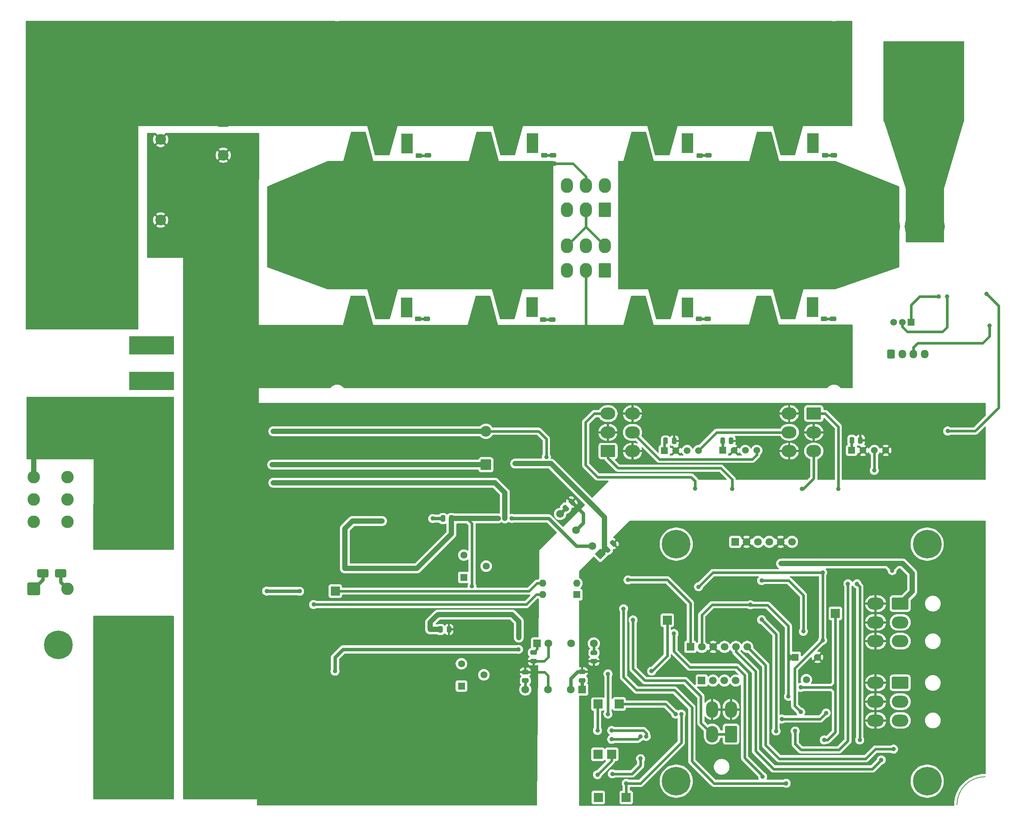
<source format=gbl>
%TF.GenerationSoftware,KiCad,Pcbnew,9.0.2*%
%TF.CreationDate,2025-12-27T14:45:28+07:00*%
%TF.ProjectId,Controller48V,436f6e74-726f-46c6-9c65-723438562e6b,rev?*%
%TF.SameCoordinates,Original*%
%TF.FileFunction,Copper,L2,Bot*%
%TF.FilePolarity,Positive*%
%FSLAX46Y46*%
G04 Gerber Fmt 4.6, Leading zero omitted, Abs format (unit mm)*
G04 Created by KiCad (PCBNEW 9.0.2) date 2025-12-27 14:45:28*
%MOMM*%
%LPD*%
G01*
G04 APERTURE LIST*
G04 Aperture macros list*
%AMRoundRect*
0 Rectangle with rounded corners*
0 $1 Rounding radius*
0 $2 $3 $4 $5 $6 $7 $8 $9 X,Y pos of 4 corners*
0 Add a 4 corners polygon primitive as box body*
4,1,4,$2,$3,$4,$5,$6,$7,$8,$9,$2,$3,0*
0 Add four circle primitives for the rounded corners*
1,1,$1+$1,$2,$3*
1,1,$1+$1,$4,$5*
1,1,$1+$1,$6,$7*
1,1,$1+$1,$8,$9*
0 Add four rect primitives between the rounded corners*
20,1,$1+$1,$2,$3,$4,$5,0*
20,1,$1+$1,$4,$5,$6,$7,0*
20,1,$1+$1,$6,$7,$8,$9,0*
20,1,$1+$1,$8,$9,$2,$3,0*%
%AMHorizOval*
0 Thick line with rounded ends*
0 $1 width*
0 $2 $3 position (X,Y) of the first rounded end (center of the circle)*
0 $4 $5 position (X,Y) of the second rounded end (center of the circle)*
0 Add line between two ends*
20,1,$1,$2,$3,$4,$5,0*
0 Add two circle primitives to create the rounded ends*
1,1,$1,$2,$3*
1,1,$1,$4,$5*%
%AMRotRect*
0 Rectangle, with rotation*
0 The origin of the aperture is its center*
0 $1 length*
0 $2 width*
0 $3 Rotation angle, in degrees counterclockwise*
0 Add horizontal line*
21,1,$1,$2,0,0,$3*%
%AMFreePoly0*
4,1,5,1.500000,-1.250000,-1.500000,-1.250000,-1.500000,1.250000,1.500000,1.250000,1.500000,-1.250000,1.500000,-1.250000,$1*%
%AMFreePoly1*
4,1,5,5.000000,-2.000000,-5.000000,-2.000000,-5.000000,2.000000,5.000000,2.000000,5.000000,-2.000000,5.000000,-2.000000,$1*%
G04 Aperture macros list end*
%TA.AperFunction,Conductor*%
%ADD10C,0.200000*%
%TD*%
%TA.AperFunction,NonConductor*%
%ADD11C,0.200000*%
%TD*%
%TA.AperFunction,ComponentPad*%
%ADD12FreePoly0,0.000000*%
%TD*%
%TA.AperFunction,ComponentPad*%
%ADD13FreePoly0,180.000000*%
%TD*%
%TA.AperFunction,ComponentPad*%
%ADD14R,1.498600X1.498600*%
%TD*%
%TA.AperFunction,ComponentPad*%
%ADD15C,1.498600*%
%TD*%
%TA.AperFunction,ComponentPad*%
%ADD16RoundRect,0.250000X-0.600000X-0.725000X0.600000X-0.725000X0.600000X0.725000X-0.600000X0.725000X0*%
%TD*%
%TA.AperFunction,ComponentPad*%
%ADD17O,1.700000X1.950000*%
%TD*%
%TA.AperFunction,ComponentPad*%
%ADD18R,2.000000X2.000000*%
%TD*%
%TA.AperFunction,ComponentPad*%
%ADD19C,6.400000*%
%TD*%
%TA.AperFunction,ComponentPad*%
%ADD20RoundRect,0.250001X1.099999X1.399999X-1.099999X1.399999X-1.099999X-1.399999X1.099999X-1.399999X0*%
%TD*%
%TA.AperFunction,ComponentPad*%
%ADD21O,2.700000X3.300000*%
%TD*%
%TA.AperFunction,ComponentPad*%
%ADD22RoundRect,0.250001X1.399999X-1.099999X1.399999X1.099999X-1.399999X1.099999X-1.399999X-1.099999X0*%
%TD*%
%TA.AperFunction,ComponentPad*%
%ADD23O,3.300000X2.700000*%
%TD*%
%TA.AperFunction,ComponentPad*%
%ADD24RotRect,1.725000X1.725000X135.000000*%
%TD*%
%TA.AperFunction,ComponentPad*%
%ADD25C,1.725000*%
%TD*%
%TA.AperFunction,ComponentPad*%
%ADD26R,1.725000X1.725000*%
%TD*%
%TA.AperFunction,ComponentPad*%
%ADD27R,1.700000X1.700000*%
%TD*%
%TA.AperFunction,ComponentPad*%
%ADD28C,1.700000*%
%TD*%
%TA.AperFunction,ComponentPad*%
%ADD29R,1.560000X1.560000*%
%TD*%
%TA.AperFunction,ComponentPad*%
%ADD30C,1.560000*%
%TD*%
%TA.AperFunction,ComponentPad*%
%ADD31C,0.800000*%
%TD*%
%TA.AperFunction,ComponentPad*%
%ADD32RoundRect,0.250001X-1.599999X1.099999X-1.599999X-1.099999X1.599999X-1.099999X1.599999X1.099999X0*%
%TD*%
%TA.AperFunction,ComponentPad*%
%ADD33O,3.700000X2.700000*%
%TD*%
%TA.AperFunction,ComponentPad*%
%ADD34RoundRect,0.250001X-1.399999X1.099999X-1.399999X-1.099999X1.399999X-1.099999X1.399999X1.099999X0*%
%TD*%
%TA.AperFunction,ComponentPad*%
%ADD35R,1.600000X1.600000*%
%TD*%
%TA.AperFunction,ComponentPad*%
%ADD36O,1.600000X1.600000*%
%TD*%
%TA.AperFunction,ComponentPad*%
%ADD37RoundRect,0.250001X0.949999X-0.949999X0.949999X0.949999X-0.949999X0.949999X-0.949999X-0.949999X0*%
%TD*%
%TA.AperFunction,ComponentPad*%
%ADD38C,2.400000*%
%TD*%
%TA.AperFunction,ComponentPad*%
%ADD39RoundRect,0.250001X1.099999X1.599999X-1.099999X1.599999X-1.099999X-1.599999X1.099999X-1.599999X0*%
%TD*%
%TA.AperFunction,ComponentPad*%
%ADD40O,2.700000X3.700000*%
%TD*%
%TA.AperFunction,ComponentPad*%
%ADD41C,2.800000*%
%TD*%
%TA.AperFunction,ComponentPad*%
%ADD42RoundRect,0.250000X1.150000X-1.150000X1.150000X1.150000X-1.150000X1.150000X-1.150000X-1.150000X0*%
%TD*%
%TA.AperFunction,ComponentPad*%
%ADD43C,4.000000*%
%TD*%
%TA.AperFunction,ComponentPad*%
%ADD44R,2.500000X4.500000*%
%TD*%
%TA.AperFunction,ComponentPad*%
%ADD45O,2.500000X4.500000*%
%TD*%
%TA.AperFunction,SMDPad,CuDef*%
%ADD46RoundRect,0.250000X-0.475000X0.250000X-0.475000X-0.250000X0.475000X-0.250000X0.475000X0.250000X0*%
%TD*%
%TA.AperFunction,SMDPad,CuDef*%
%ADD47RoundRect,0.250000X-0.250000X-0.475000X0.250000X-0.475000X0.250000X0.475000X-0.250000X0.475000X0*%
%TD*%
%TA.AperFunction,ComponentPad*%
%ADD48RoundRect,0.250001X-0.949999X-0.949999X0.949999X-0.949999X0.949999X0.949999X-0.949999X0.949999X0*%
%TD*%
%TA.AperFunction,SMDPad,CuDef*%
%ADD49RoundRect,0.250000X0.475000X-0.250000X0.475000X0.250000X-0.475000X0.250000X-0.475000X-0.250000X0*%
%TD*%
%TA.AperFunction,SMDPad,CuDef*%
%ADD50RoundRect,0.250000X0.450000X-0.262500X0.450000X0.262500X-0.450000X0.262500X-0.450000X-0.262500X0*%
%TD*%
%TA.AperFunction,ComponentPad*%
%ADD51R,1.500000X1.500000*%
%TD*%
%TA.AperFunction,ComponentPad*%
%ADD52C,1.500000*%
%TD*%
%TA.AperFunction,ComponentPad*%
%ADD53HorizOval,0.800000X0.000000X0.000000X0.000000X0.000000X0*%
%TD*%
%TA.AperFunction,ComponentPad*%
%ADD54HorizOval,0.800000X0.000000X0.000000X0.000000X0.000000X0*%
%TD*%
%TA.AperFunction,ComponentPad*%
%ADD55O,9.000000X6.000000*%
%TD*%
%TA.AperFunction,SMDPad,CuDef*%
%ADD56RoundRect,0.250000X-1.000000X-0.650000X1.000000X-0.650000X1.000000X0.650000X-1.000000X0.650000X0*%
%TD*%
%TA.AperFunction,SMDPad,CuDef*%
%ADD57RoundRect,0.250000X0.159099X-0.512652X0.512652X-0.159099X-0.159099X0.512652X-0.512652X0.159099X0*%
%TD*%
%TA.AperFunction,ComponentPad*%
%ADD58C,12.000000*%
%TD*%
%TA.AperFunction,ComponentPad*%
%ADD59FreePoly1,0.000000*%
%TD*%
%TA.AperFunction,ComponentPad*%
%ADD60C,11.000000*%
%TD*%
%TA.AperFunction,ComponentPad*%
%ADD61RoundRect,0.250001X-0.949999X0.949999X-0.949999X-0.949999X0.949999X-0.949999X0.949999X0.949999X0*%
%TD*%
%TA.AperFunction,ViaPad*%
%ADD62C,2.000000*%
%TD*%
%TA.AperFunction,ViaPad*%
%ADD63C,1.000000*%
%TD*%
%TA.AperFunction,ViaPad*%
%ADD64C,1.600000*%
%TD*%
%TA.AperFunction,ViaPad*%
%ADD65C,0.600000*%
%TD*%
%TA.AperFunction,Conductor*%
%ADD66C,0.800000*%
%TD*%
%TA.AperFunction,Conductor*%
%ADD67C,0.600000*%
%TD*%
%TA.AperFunction,Conductor*%
%ADD68C,1.200000*%
%TD*%
G04 APERTURE END LIST*
D10*
%TO.N,24V*%
X218323857Y-48778669D02*
X238323857Y-48778669D01*
X236823857Y-48778669D02*
X236823857Y-47528669D01*
D11*
X310721306Y-222778638D02*
G75*
G02*
X316999975Y-216499906I6278694J38D01*
G01*
%TD*%
D12*
%TO.P,H7,1,1*%
%TO.N,Net-(F1-Pad1)*%
X133500000Y-219000000D03*
X133500000Y-206000000D03*
D13*
X127249893Y-219000000D03*
X127249893Y-206000000D03*
X121000000Y-219000000D03*
X121000000Y-206000000D03*
%TD*%
D14*
%TO.P,PS6,1,+VIN*%
%TO.N,12V*%
X287190000Y-143533200D03*
D15*
%TO.P,PS6,2,-VIN*%
%TO.N,gnd*%
X289730000Y-143533200D03*
%TO.P,PS6,3,+VOUT*%
%TO.N,15V*%
X292270000Y-143533200D03*
%TO.P,PS6,4,-VOUT*%
%TO.N,gnd*%
X294810000Y-143533200D03*
%TD*%
D16*
%TO.P,J17,1,Pin_1*%
%TO.N,C_Out*%
X296000000Y-122000000D03*
D17*
%TO.P,J17,2,Pin_2*%
%TO.N,GDNSense_Isolated1*%
X298500000Y-122000000D03*
%TO.P,J17,3,Pin_3*%
%TO.N,3V3_Isolated1*%
X301000000Y-122000000D03*
%TO.P,J17,4,Pin_4*%
%TO.N,V_Out*%
X303500000Y-122000000D03*
%TD*%
D18*
%TO.P,TP8,1,1*%
%TO.N,BATTV_Out*%
X236839930Y-221130745D03*
%TD*%
%TO.P,TP9,1,1*%
%TO.N,CTRLV_Out*%
X235250000Y-200236009D03*
%TD*%
D19*
%TO.P,H3,1*%
%TO.N,N/C*%
X304073857Y-217500000D03*
%TD*%
D18*
%TO.P,TP1,1,1*%
%TO.N,FinishHV*%
X171842076Y-175000000D03*
%TD*%
D13*
%TO.P,H5,1,1*%
%TO.N,IP-*%
X297073750Y-54528669D03*
X297073750Y-67528669D03*
D12*
X303323857Y-54528669D03*
X303323857Y-67528669D03*
X309573750Y-54528669D03*
X309573750Y-67528669D03*
%TD*%
D20*
%TO.P,J15,1,Pin_1*%
%TO.N,L1*%
X232023857Y-103278669D03*
D21*
%TO.P,J15,2,Pin_2*%
%TO.N,gnd*%
X227823857Y-103278669D03*
%TO.P,J15,3,Pin_3*%
%TO.N,L2*%
X223623857Y-103278669D03*
%TO.P,J15,4,Pin_4*%
%TO.N,gnd*%
X232023857Y-97778669D03*
%TO.P,J15,5,Pin_5*%
%TO.N,IP+*%
X227823857Y-97778669D03*
%TO.P,J15,6,Pin_6*%
%TO.N,gnd*%
X223623857Y-97778669D03*
%TD*%
D22*
%TO.P,J14,1,Pin_1*%
%TO.N,H2_Out*%
X232750000Y-143705000D03*
D23*
%TO.P,J14,2,Pin_2*%
%TO.N,gnd*%
X232750000Y-139505000D03*
%TO.P,J14,3,Pin_3*%
%TO.N,H1_Out*%
X232750000Y-135305000D03*
%TO.P,J14,4,Pin_4*%
%TO.N,gnd*%
X238250000Y-143705000D03*
%TO.P,J14,5,Pin_5*%
%TO.N,VS2_Out*%
X238250000Y-139505000D03*
%TO.P,J14,6,Pin_6*%
%TO.N,gnd*%
X238250000Y-135305000D03*
%TD*%
D24*
%TO.P,PS5,1,+VIN*%
%TO.N,12V_Isolated*%
X231042138Y-166738728D03*
D25*
%TO.P,PS5,2,-VIN*%
%TO.N,GND_Isolated*%
X229246087Y-164942676D03*
%TO.P,PS5,4,-VOUT*%
%TO.N,gnd*%
X225653984Y-161350574D03*
%TO.P,PS5,6,+VOUT*%
%TO.N,12V_P*%
X222061882Y-157758472D03*
%TD*%
D14*
%TO.P,PS1,1,+VIN*%
%TO.N,12V*%
X245370000Y-143570700D03*
D15*
%TO.P,PS1,2,-VIN*%
%TO.N,gnd*%
X247910000Y-143570700D03*
%TO.P,PS1,4,-VOUT*%
%TO.N,VS1_Out*%
X252990000Y-143570700D03*
%TO.P,PS1,6,+VOUT*%
%TO.N,Net-(PS1-+VOUT)*%
X250450000Y-143570700D03*
%TD*%
D26*
%TO.P,PS4,1,+VIN*%
%TO.N,12V_Isolated*%
X227000000Y-196990883D03*
D25*
%TO.P,PS4,2,-VIN*%
%TO.N,GND_Isolated*%
X224460000Y-196990883D03*
%TO.P,PS4,4,-VOUT*%
%TO.N,gnd*%
X219380000Y-196990883D03*
%TO.P,PS4,6,+VOUT*%
%TO.N,5V_C*%
X214300000Y-196990883D03*
%TD*%
D18*
%TO.P,TP5,1,1*%
%TO.N,Timer*%
X283573857Y-180000000D03*
%TD*%
D27*
%TO.P,J9,1,Pin_1*%
%TO.N,BATTV_Out*%
X253690000Y-195000000D03*
D28*
%TO.P,J9,2,Pin_2*%
%TO.N,CTRLV_Out*%
X256230000Y-195000000D03*
%TO.P,J9,3,Pin_3*%
%TO.N,Ready*%
X258770000Y-195000000D03*
%TO.P,J9,4,Pin_4*%
%TO.N,FinishLV*%
X261310000Y-195000000D03*
%TD*%
D18*
%TO.P,TP4,1,1*%
%TO.N,FeedbackLV*%
X246000000Y-181500000D03*
%TD*%
D19*
%TO.P,H1,1*%
%TO.N,N/C*%
X304073857Y-164500000D03*
%TD*%
D18*
%TO.P,TP3,1,1*%
%TO.N,Net-(U24-OUT+)*%
X233583160Y-211500000D03*
%TD*%
D26*
%TO.P,PS2,1,+VIN*%
%TO.N,Net-(JP4-C)*%
X216900836Y-186708361D03*
D25*
%TO.P,PS2,2,-VIN*%
%TO.N,gnd*%
X219440836Y-186708361D03*
%TO.P,PS2,4,-VOUT*%
%TO.N,GND_Isolated*%
X224520836Y-186708361D03*
%TO.P,PS2,6,+VOUT*%
%TO.N,5VDigital_Isolated*%
X229600836Y-186708361D03*
%TD*%
D29*
%TO.P,RV1,1,1*%
%TO.N,Net-(U4-FB)*%
X200550000Y-171925000D03*
D30*
%TO.P,RV1,2,2*%
%TO.N,12V_Relay*%
X205550000Y-169425000D03*
%TO.P,RV1,3,3*%
X200550000Y-166925000D03*
%TD*%
D31*
%TO.P,H10,1,1*%
%TO.N,Net-(H10-Pad1)*%
X107600000Y-187000000D03*
X108302944Y-185302944D03*
X108302944Y-188697056D03*
X110000000Y-184600000D03*
D19*
X110000000Y-187000000D03*
D31*
X110000000Y-189400000D03*
X111697056Y-185302944D03*
X111697056Y-188697056D03*
X112400000Y-187000000D03*
%TD*%
%TO.P,H9,1,1*%
%TO.N,24V*%
X107600000Y-92000000D03*
X108302944Y-90302944D03*
X108302944Y-93697056D03*
X110000000Y-89600000D03*
D19*
X110000000Y-92000000D03*
D31*
X110000000Y-94400000D03*
X111697056Y-90302944D03*
X111697056Y-93697056D03*
X112400000Y-92000000D03*
%TD*%
D19*
%TO.P,H2,1*%
%TO.N,N/C*%
X248000000Y-164500000D03*
%TD*%
D29*
%TO.P,RV3,1,1*%
%TO.N,12V_Isolated*%
X274573857Y-189788669D03*
D30*
%TO.P,RV3,2,2*%
%TO.N,Net-(U14B--)*%
X277073857Y-194788669D03*
%TO.P,RV3,3,3*%
%TO.N,GND_Isolated*%
X279573857Y-189788669D03*
%TD*%
D18*
%TO.P,TP7,1,1*%
%TO.N,Net-(U18-OUT-)*%
X230522766Y-211496210D03*
%TD*%
D27*
%TO.P,J22,1,Pin_1*%
%TO.N,HIN1_Iso*%
X261175000Y-163975000D03*
D28*
%TO.P,J22,2,Pin_2*%
%TO.N,GND_Isolated*%
X263715000Y-163975000D03*
%TO.P,J22,3,Pin_3*%
%TO.N,HIN2_Iso*%
X266255000Y-163975000D03*
%TO.P,J22,4,Pin_4*%
%TO.N,LIN2_Iso*%
X268795000Y-163975000D03*
%TO.P,J22,5,Pin_5*%
%TO.N,GND_Isolated*%
X271335000Y-163975000D03*
%TO.P,J22,6,Pin_6*%
%TO.N,LIN1_Iso*%
X273875000Y-163975000D03*
%TD*%
D27*
%TO.P,J19,1,Pin_1*%
%TO.N,/Power Supply and Regulator/PRECHARGE_FINISH_TRIG*%
X251175000Y-187475000D03*
D28*
%TO.P,J19,2,Pin_2*%
%TO.N,12V_Isolated*%
X253715000Y-187475000D03*
%TO.P,J19,3,Pin_3*%
%TO.N,GND_Isolated*%
X256255000Y-187475000D03*
%TO.P,J19,4,Pin_4*%
%TO.N,3V3*%
X258795000Y-187475000D03*
%TO.P,J19,5,Pin_5*%
%TO.N,Aux2*%
X261335000Y-187475000D03*
%TO.P,J19,6,Pin_6*%
%TO.N,Aux1*%
X263875000Y-187475000D03*
%TD*%
D18*
%TO.P,TP2,1,1*%
%TO.N,Net-(U24-OUT-)*%
X230583160Y-221130745D03*
%TD*%
D13*
%TO.P,H6,1,1*%
%TO.N,VS2*%
X159323857Y-87028669D03*
X159323857Y-100028669D03*
D12*
X165573964Y-87028669D03*
X165573964Y-100028669D03*
X171823857Y-87028669D03*
X171823857Y-100028669D03*
%TD*%
D32*
%TO.P,J12,1,Pin_1*%
%TO.N,12V_Isolated*%
X298048857Y-177795000D03*
D33*
%TO.P,J12,2,Pin_2*%
%TO.N,Failure_Out*%
X298048857Y-181995000D03*
%TO.P,J12,3,Pin_3*%
%TO.N,Ready*%
X298048857Y-186195000D03*
%TO.P,J12,4,Pin_4*%
%TO.N,GND_Isolated*%
X292548857Y-177795000D03*
%TO.P,J12,5,Pin_5*%
X292548857Y-181995000D03*
%TO.P,J12,6,Pin_6*%
X292548857Y-186195000D03*
%TD*%
D19*
%TO.P,H4,1*%
%TO.N,N/C*%
X248000000Y-217500000D03*
%TD*%
D14*
%TO.P,PS3,1,+VIN*%
%TO.N,12V*%
X258380000Y-143533200D03*
D15*
%TO.P,PS3,2,-VIN*%
%TO.N,gnd*%
X260920000Y-143533200D03*
%TO.P,PS3,4,-VOUT*%
%TO.N,VS2_Out*%
X266000000Y-143533200D03*
%TO.P,PS3,6,+VOUT*%
%TO.N,Net-(PS3-+VOUT)*%
X263460000Y-143533200D03*
%TD*%
D32*
%TO.P,J13,1,Pin_1*%
%TO.N,5VDigital_Isolated*%
X298048857Y-195516331D03*
D33*
%TO.P,J13,2,Pin_2*%
%TO.N,Net-(J13-Pin_2)*%
X298048857Y-199716331D03*
%TO.P,J13,3,Pin_3*%
%TO.N,Net-(J13-Pin_3)*%
X298048857Y-203916331D03*
%TO.P,J13,4,Pin_4*%
%TO.N,GND_Isolated*%
X292548857Y-195516331D03*
%TO.P,J13,5,Pin_5*%
X292548857Y-199716331D03*
%TO.P,J13,6,Pin_6*%
X292548857Y-203916331D03*
%TD*%
D29*
%TO.P,RV2,1,1*%
%TO.N,Net-(U5-FB)*%
X200023857Y-196229922D03*
D30*
%TO.P,RV2,2,2*%
%TO.N,12V*%
X205023857Y-193729922D03*
%TO.P,RV2,3,3*%
X200023857Y-191229922D03*
%TD*%
D34*
%TO.P,J11,1,Pin_1*%
%TO.N,L1_Out*%
X278750000Y-135295000D03*
D23*
%TO.P,J11,2,Pin_2*%
%TO.N,gnd*%
X278750000Y-139495000D03*
%TO.P,J11,3,Pin_3*%
%TO.N,L2_Out*%
X278750000Y-143695000D03*
%TO.P,J11,4,Pin_4*%
%TO.N,gnd*%
X273250000Y-135295000D03*
%TO.P,J11,5,Pin_5*%
%TO.N,VS1_Out*%
X273250000Y-139495000D03*
%TO.P,J11,6,Pin_6*%
%TO.N,gnd*%
X273250000Y-143695000D03*
%TD*%
D35*
%TO.P,U11,1*%
%TO.N,FinishLV*%
X225803857Y-175783669D03*
D36*
%TO.P,U11,2*%
%TO.N,Net-(R50-Pad2)*%
X225803857Y-173243669D03*
%TO.P,U11,3*%
%TO.N,FinishHV*%
X218183857Y-173243669D03*
%TO.P,U11,4*%
%TO.N,12V_P*%
X218183857Y-175783669D03*
%TD*%
D20*
%TO.P,J16,1,Pin_1*%
%TO.N,H1*%
X232023857Y-89778669D03*
D21*
%TO.P,J16,2,Pin_2*%
%TO.N,gnd*%
X227823857Y-89778669D03*
%TO.P,J16,3,Pin_3*%
%TO.N,H2*%
X223623857Y-89778669D03*
%TO.P,J16,4,Pin_4*%
%TO.N,gnd*%
X232023857Y-84278669D03*
%TO.P,J16,5,Pin_5*%
%TO.N,VS2*%
X227823857Y-84278669D03*
%TO.P,J16,6,Pin_6*%
%TO.N,gnd*%
X223623857Y-84278669D03*
%TD*%
D37*
%TO.P,C41,1*%
%TO.N,/Power Supply and Regulator/Coil+*%
X205500000Y-146750000D03*
D38*
%TO.P,C41,2*%
%TO.N,Relay*%
X205500000Y-139250000D03*
%TD*%
D39*
%TO.P,J8,1,Pin_1*%
%TO.N,5VDigital_Isolated*%
X260250000Y-206975000D03*
D40*
%TO.P,J8,2,Pin_2*%
X256050000Y-206975000D03*
%TO.P,J8,3,Pin_3*%
%TO.N,GND_Isolated*%
X260250000Y-201475000D03*
%TO.P,J8,4,Pin_4*%
X256050000Y-201475000D03*
%TD*%
D12*
%TO.P,H8,1,1*%
%TO.N,gnd*%
X169250000Y-219000000D03*
X169250000Y-206000000D03*
D13*
X162999893Y-219000000D03*
X162999893Y-206000000D03*
X156750000Y-219000000D03*
X156750000Y-206000000D03*
%TD*%
D41*
%TO.P,K1,11*%
%TO.N,Net-(H10-Pad1)*%
X104500000Y-154500000D03*
%TO.P,K1,12*%
%TO.N,unconnected-(K1-Pad12)*%
X104500000Y-159500000D03*
%TO.P,K1,14*%
%TO.N,/Power Supply and Regulator/BATT+*%
X104500000Y-149500000D03*
%TO.P,K1,21*%
%TO.N,Net-(JP11-C)*%
X112000000Y-154500000D03*
%TO.P,K1,22*%
%TO.N,unconnected-(K1-Pad22)*%
X112000000Y-159500000D03*
%TO.P,K1,24*%
%TO.N,Relay*%
X112000000Y-149500000D03*
D42*
%TO.P,K1,A1*%
%TO.N,Net-(D21-K)*%
X104500000Y-174500000D03*
D41*
%TO.P,K1,A2*%
%TO.N,gnd*%
X112000000Y-174500000D03*
%TD*%
D18*
%TO.P,TP6,1,1*%
%TO.N,Net-(U18-OUT+)*%
X230500000Y-200250000D03*
%TD*%
D43*
%TO.P,Q3,*%
%TO.N,24V*%
X273073857Y-55013669D03*
D44*
%TO.P,Q3,1,G*%
%TO.N,Net-(Q3-G)*%
X278523857Y-74873669D03*
D45*
%TO.P,Q3,2,D*%
%TO.N,24V*%
X273073857Y-74873669D03*
%TO.P,Q3,3,S*%
%TO.N,IP+*%
X267623857Y-74873669D03*
%TD*%
D46*
%TO.P,C5,1*%
%TO.N,Net-(Q4-G)*%
X283033533Y-114085223D03*
%TO.P,C5,2*%
%TO.N,gnd*%
X283033533Y-115985223D03*
%TD*%
D47*
%TO.P,C20,1*%
%TO.N,12V*%
X258361782Y-141424999D03*
%TO.P,C20,2*%
%TO.N,gnd*%
X260261782Y-141424999D03*
%TD*%
D43*
%TO.P,Q7,*%
%TO.N,24V*%
X182423857Y-55028669D03*
D44*
%TO.P,Q7,1,G*%
%TO.N,Net-(Q7-G)*%
X187873857Y-74888669D03*
D45*
%TO.P,Q7,2,D*%
%TO.N,24V*%
X182423857Y-74888669D03*
%TO.P,Q7,3,S*%
%TO.N,VS2*%
X176973857Y-74888669D03*
%TD*%
D46*
%TO.P,C4,1*%
%TO.N,Net-(Q3-G)*%
X283217482Y-77525391D03*
%TO.P,C4,2*%
%TO.N,IP+*%
X283217482Y-79425391D03*
%TD*%
%TO.P,C8,1*%
%TO.N,Net-(Q5-G)*%
X220500000Y-77528669D03*
%TO.P,C8,2*%
%TO.N,VS2*%
X220500000Y-79428669D03*
%TD*%
D43*
%TO.P,Q5,*%
%TO.N,24V*%
X210468304Y-55011979D03*
D44*
%TO.P,Q5,1,G*%
%TO.N,Net-(Q5-G)*%
X215918304Y-74871979D03*
D45*
%TO.P,Q5,2,D*%
%TO.N,24V*%
X210468304Y-74871979D03*
%TO.P,Q5,3,S*%
%TO.N,VS2*%
X205018304Y-74871979D03*
%TD*%
D48*
%TO.P,C29,1*%
%TO.N,24V*%
X125311103Y-92028669D03*
D38*
%TO.P,C29,2*%
%TO.N,gnd*%
X132811103Y-92028669D03*
%TD*%
D49*
%TO.P,C53,1*%
%TO.N,5V_C*%
X214293115Y-195013072D03*
%TO.P,C53,2*%
%TO.N,gnd*%
X214293115Y-193113072D03*
%TD*%
D50*
%TO.P,R14,1*%
%TO.N,gnd*%
X190283533Y-115947723D03*
%TO.P,R14,2*%
%TO.N,Net-(Q6-G)*%
X190283533Y-114122723D03*
%TD*%
%TO.P,R5,1*%
%TO.N,IP+*%
X253217482Y-79437891D03*
%TO.P,R5,2*%
%TO.N,Net-(Q1-G)*%
X253217482Y-77612891D03*
%TD*%
D51*
%TO.P,U1,1,VCC*%
%TO.N,3V3_Isolated1*%
X300433857Y-114853669D03*
D52*
%TO.P,U1,2,GND*%
%TO.N,GDNSense_Isolated1*%
X298523857Y-114853669D03*
%TO.P,U1,3,VIOUT*%
%TO.N,C_Out*%
X296613857Y-114853669D03*
D53*
%TO.P,U1,4,IP+*%
%TO.N,IP+*%
X297473857Y-94083669D03*
D54*
X297473857Y-92823669D03*
D31*
X296723857Y-95113669D03*
X296723857Y-91793669D03*
X295523857Y-95503669D03*
X295523857Y-91403669D03*
X294193857Y-95503669D03*
X294193857Y-91403669D03*
D55*
X293523857Y-93453669D03*
D31*
X292853857Y-95503669D03*
X292853857Y-91403669D03*
X291523857Y-95503669D03*
X291523857Y-91403669D03*
X290323857Y-95113669D03*
X290323857Y-91793669D03*
X289573857Y-94083669D03*
X289573857Y-92823669D03*
%TO.P,U1,5,IP-*%
%TO.N,IP-*%
X307473857Y-94083669D03*
X307473857Y-92823669D03*
X306723857Y-95113669D03*
X306723857Y-91793669D03*
X305523857Y-95503669D03*
X305523857Y-91403669D03*
X304193857Y-95503669D03*
X304193857Y-91403669D03*
D55*
X303523857Y-93453669D03*
D31*
X302853857Y-95503669D03*
X302853857Y-91403669D03*
X301523857Y-95503669D03*
X301523857Y-91403669D03*
X300323857Y-95113669D03*
X300323857Y-91793669D03*
D54*
X299573857Y-94083669D03*
D53*
X299573857Y-92823669D03*
%TD*%
D46*
%TO.P,C62,1*%
%TO.N,Net-(JP4-C)*%
X216116979Y-188729692D03*
%TO.P,C62,2*%
%TO.N,gnd*%
X216116979Y-190629692D03*
%TD*%
%TO.P,C1,1*%
%TO.N,Net-(Q1-G)*%
X255217482Y-77575391D03*
%TO.P,C1,2*%
%TO.N,IP+*%
X255217482Y-79475391D03*
%TD*%
D43*
%TO.P,Q1,*%
%TO.N,24V*%
X245073857Y-55013669D03*
D44*
%TO.P,Q1,1,G*%
%TO.N,Net-(Q1-G)*%
X250523857Y-74873669D03*
D45*
%TO.P,Q1,2,D*%
%TO.N,24V*%
X245073857Y-74873669D03*
%TO.P,Q1,3,S*%
%TO.N,IP+*%
X239623857Y-74873669D03*
%TD*%
D56*
%TO.P,D21,1,K*%
%TO.N,Net-(D21-K)*%
X106500000Y-171000000D03*
%TO.P,D21,2,A*%
%TO.N,gnd*%
X110500000Y-171000000D03*
%TD*%
D47*
%TO.P,C19,1*%
%TO.N,12V*%
X245635000Y-141425000D03*
%TO.P,C19,2*%
%TO.N,gnd*%
X247535000Y-141425000D03*
%TD*%
D50*
%TO.P,R20,1*%
%TO.N,gnd*%
X218283533Y-116147723D03*
%TO.P,R20,2*%
%TO.N,Net-(Q8-G)*%
X218283533Y-114322723D03*
%TD*%
D57*
%TO.P,C50,1*%
%TO.N,12V_P*%
X223328249Y-156421751D03*
%TO.P,C50,2*%
%TO.N,gnd*%
X224671751Y-155078249D03*
%TD*%
D46*
%TO.P,C12,1*%
%TO.N,Net-(Q8-G)*%
X220283533Y-114285223D03*
%TO.P,C12,2*%
%TO.N,gnd*%
X220283533Y-116185223D03*
%TD*%
D47*
%TO.P,C30,1*%
%TO.N,12V_Relay*%
X195900000Y-158775000D03*
%TO.P,C30,2*%
%TO.N,GNDREF_Relay*%
X197800000Y-158775000D03*
%TD*%
D50*
%TO.P,R13,1*%
%TO.N,VS2*%
X218500000Y-79391169D03*
%TO.P,R13,2*%
%TO.N,Net-(Q5-G)*%
X218500000Y-77566169D03*
%TD*%
D46*
%TO.P,C11,1*%
%TO.N,Net-(Q7-G)*%
X192500000Y-77578669D03*
%TO.P,C11,2*%
%TO.N,VS2*%
X192500000Y-79478669D03*
%TD*%
D43*
%TO.P,Q6,*%
%TO.N,VS2*%
X182323857Y-91693669D03*
D44*
%TO.P,Q6,1,G*%
%TO.N,Net-(Q6-G)*%
X187773857Y-111553669D03*
D45*
%TO.P,Q6,2,D*%
%TO.N,VS2*%
X182323857Y-111553669D03*
%TO.P,Q6,3,S*%
%TO.N,gnd*%
X176873857Y-111553669D03*
%TD*%
D48*
%TO.P,C33,1*%
%TO.N,24V*%
X125323857Y-74028669D03*
D38*
%TO.P,C33,2*%
%TO.N,gnd*%
X132823857Y-74028669D03*
%TD*%
D46*
%TO.P,C61,1*%
%TO.N,5VDigital_Isolated*%
X229616979Y-188779692D03*
%TO.P,C61,2*%
%TO.N,GND_Isolated*%
X229616979Y-190679692D03*
%TD*%
D49*
%TO.P,C54,1*%
%TO.N,12V_Isolated*%
X227000000Y-194950000D03*
%TO.P,C54,2*%
%TO.N,GND_Isolated*%
X227000000Y-193050000D03*
%TD*%
D46*
%TO.P,C9,1*%
%TO.N,Net-(Q6-G)*%
X192283533Y-114085223D03*
%TO.P,C9,2*%
%TO.N,gnd*%
X192283533Y-115985223D03*
%TD*%
D47*
%TO.P,C42,1*%
%TO.N,12V*%
X287240000Y-141283200D03*
%TO.P,C42,2*%
%TO.N,gnd*%
X289140000Y-141283200D03*
%TD*%
D58*
%TO.P,K4,1*%
%TO.N,24V*%
X115214982Y-109528669D03*
D59*
%TO.P,K4,2*%
%TO.N,Relay*%
X130823857Y-120028669D03*
D58*
%TO.P,K4,3*%
%TO.N,/Power Supply and Regulator/BATT+*%
X115214982Y-138378669D03*
D59*
%TO.P,K4,5*%
%TO.N,/Power Supply and Regulator/Coil+*%
X130823857Y-128028669D03*
%TD*%
D50*
%TO.P,R6,1*%
%TO.N,gnd*%
X253033533Y-115947723D03*
%TO.P,R6,2*%
%TO.N,Net-(Q2-G)*%
X253033533Y-114122723D03*
%TD*%
D43*
%TO.P,Q4,*%
%TO.N,IP+*%
X273023857Y-91678669D03*
D44*
%TO.P,Q4,1,G*%
%TO.N,Net-(Q4-G)*%
X278473857Y-111538669D03*
D45*
%TO.P,Q4,2,D*%
%TO.N,IP+*%
X273023857Y-111538669D03*
%TO.P,Q4,3,S*%
%TO.N,gnd*%
X267573857Y-111538669D03*
%TD*%
D57*
%TO.P,C49,1*%
%TO.N,12V_Isolated*%
X232578249Y-165671751D03*
%TO.P,C49,2*%
%TO.N,GND_Isolated*%
X233921751Y-164328249D03*
%TD*%
D46*
%TO.P,C2,1*%
%TO.N,Net-(Q2-G)*%
X255033533Y-114085223D03*
%TO.P,C2,2*%
%TO.N,gnd*%
X255033533Y-115985223D03*
%TD*%
D50*
%TO.P,R19,1*%
%TO.N,VS2*%
X190500000Y-79441169D03*
%TO.P,R19,2*%
%TO.N,Net-(Q7-G)*%
X190500000Y-77616169D03*
%TD*%
%TO.P,R12,1*%
%TO.N,gnd*%
X281033533Y-115947723D03*
%TO.P,R12,2*%
%TO.N,Net-(Q4-G)*%
X281033533Y-114122723D03*
%TD*%
D47*
%TO.P,C31,1*%
%TO.N,12V*%
X195323857Y-183579922D03*
%TO.P,C31,2*%
%TO.N,gnd*%
X197223857Y-183579922D03*
%TD*%
D60*
%TO.P,F1,1*%
%TO.N,Net-(F1-Pad1)*%
X127000000Y-188000000D03*
%TO.P,F1,2*%
%TO.N,/Power Supply and Regulator/BATT+*%
X127000000Y-158000000D03*
%TD*%
D43*
%TO.P,Q2,*%
%TO.N,IP+*%
X245073857Y-91702638D03*
D44*
%TO.P,Q2,1,G*%
%TO.N,Net-(Q2-G)*%
X250523857Y-111562638D03*
D45*
%TO.P,Q2,2,D*%
%TO.N,IP+*%
X245073857Y-111562638D03*
%TO.P,Q2,3,S*%
%TO.N,gnd*%
X239623857Y-111562638D03*
%TD*%
D61*
%TO.P,C32,1*%
%TO.N,24V*%
X146823857Y-70015915D03*
D38*
%TO.P,C32,2*%
%TO.N,gnd*%
X146823857Y-77515915D03*
%TD*%
D43*
%TO.P,Q8,*%
%TO.N,VS2*%
X210323857Y-91678669D03*
D44*
%TO.P,Q8,1,G*%
%TO.N,Net-(Q8-G)*%
X215773857Y-111538669D03*
D45*
%TO.P,Q8,2,D*%
%TO.N,VS2*%
X210323857Y-111538669D03*
%TO.P,Q8,3,S*%
%TO.N,gnd*%
X204873857Y-111538669D03*
%TD*%
D50*
%TO.P,R11,1*%
%TO.N,IP+*%
X281217482Y-79387891D03*
%TO.P,R11,2*%
%TO.N,Net-(Q3-G)*%
X281217482Y-77562891D03*
%TD*%
D62*
%TO.N,24V*%
X264573996Y-52626850D03*
X266562891Y-60729391D03*
X280994472Y-68623521D03*
X120573857Y-61028669D03*
X214500000Y-69500000D03*
X272423857Y-63428669D03*
X278488632Y-55428646D03*
X186623857Y-63628669D03*
X130573857Y-58228669D03*
X160623857Y-61028669D03*
X272418329Y-68623521D03*
X206563425Y-58216178D03*
X150573857Y-58228669D03*
X278418329Y-66023521D03*
X254573996Y-50026850D03*
D63*
X138014344Y-70309828D03*
D62*
X160623857Y-55628669D03*
X221350000Y-55428669D03*
X160623857Y-50428669D03*
X262600000Y-55400000D03*
X184573857Y-50428669D03*
X234323857Y-55428669D03*
X268423857Y-63428669D03*
X128580904Y-66255519D03*
X124573857Y-61028669D03*
X194623857Y-63628669D03*
X140580904Y-66255519D03*
X258573996Y-50026850D03*
X266573996Y-50026850D03*
X200623857Y-61028669D03*
X176623857Y-55628669D03*
X138573857Y-53028669D03*
X182623857Y-63628669D03*
X106000000Y-53028669D03*
X266523490Y-55374160D03*
X250823857Y-55428669D03*
X226000000Y-55500000D03*
X256573996Y-52626850D03*
X144573857Y-50428669D03*
X154573857Y-63628669D03*
X170623857Y-63628669D03*
D64*
X263000000Y-69975000D03*
D62*
X106000000Y-63628669D03*
X252573996Y-52626850D03*
X206500000Y-69500000D03*
X108507047Y-66255519D03*
X208452430Y-60868922D03*
X281000000Y-58028669D03*
X232000000Y-58100000D03*
X214573857Y-52878669D03*
X140573857Y-55628669D03*
X219000000Y-58028669D03*
X221350000Y-60828669D03*
X258600000Y-55400000D03*
X110500000Y-53028669D03*
X174623857Y-63628669D03*
X276423857Y-63428669D03*
X110500000Y-58228669D03*
X142573857Y-63628669D03*
X112507047Y-77126850D03*
X192623857Y-55628669D03*
X268573996Y-52626850D03*
X142573857Y-53028669D03*
X168623857Y-61028669D03*
X140573857Y-50428669D03*
X252793342Y-63520082D03*
X114507047Y-69126850D03*
X270573996Y-50026850D03*
X200573857Y-50428669D03*
X202623857Y-58228669D03*
X240823857Y-58028669D03*
X120573857Y-55628669D03*
X254600000Y-60800000D03*
X274456657Y-50279061D03*
X221500000Y-50278669D03*
X219000000Y-63428669D03*
X116580904Y-71726850D03*
X112507047Y-82500000D03*
X178623857Y-63628669D03*
X118580904Y-85400000D03*
X236323857Y-58028669D03*
X260600000Y-58000000D03*
X114507047Y-79726850D03*
X106007047Y-69126850D03*
X142573857Y-58228669D03*
X116573857Y-55628669D03*
X108507047Y-82500000D03*
X158623857Y-58228669D03*
X148580904Y-66255519D03*
X260573996Y-52626850D03*
X138573857Y-58228669D03*
X120580904Y-71726850D03*
X250823857Y-60828669D03*
X240823857Y-63428669D03*
X108500000Y-50428669D03*
X217000000Y-55428669D03*
X206738370Y-52951905D03*
X120580904Y-66255519D03*
D63*
X127348857Y-83000000D03*
D62*
X244823857Y-69500000D03*
X262573996Y-50026850D03*
X276418329Y-68623521D03*
X172623857Y-50428669D03*
X152573857Y-55628669D03*
X114500000Y-63628669D03*
D64*
X172000000Y-69975000D03*
D62*
X154573857Y-58228669D03*
X192623857Y-61028669D03*
X276423857Y-58028669D03*
X166623857Y-58228669D03*
X206512154Y-63487057D03*
X194623857Y-58228669D03*
X281000000Y-63428669D03*
X204668329Y-55533051D03*
X118573857Y-58228669D03*
X278423857Y-60828669D03*
X217150000Y-50278669D03*
X166623857Y-69500000D03*
X260600000Y-63400000D03*
X108500000Y-55628669D03*
X182623857Y-69500000D03*
X150573857Y-53028669D03*
X124580904Y-66255519D03*
X136573857Y-55628669D03*
X230089454Y-55589717D03*
X172623857Y-55628669D03*
X212423857Y-60828669D03*
X132580904Y-66255519D03*
X166623857Y-63628669D03*
X246823857Y-60828669D03*
X174623857Y-53028669D03*
X106007047Y-85400000D03*
X148573857Y-50428669D03*
X254600000Y-55400000D03*
X106007047Y-74326850D03*
X190573857Y-53028669D03*
X114500000Y-53028669D03*
X240823857Y-69500000D03*
X120580904Y-82500000D03*
X136573857Y-61028669D03*
X110507047Y-74326850D03*
X256600000Y-58000000D03*
X138573857Y-63628669D03*
X170623857Y-58228669D03*
X236323857Y-63278669D03*
X238749860Y-55433954D03*
X219150000Y-52878669D03*
X196623857Y-55628669D03*
X168623857Y-55628669D03*
X108507047Y-77126850D03*
X186623857Y-69500000D03*
X152573857Y-61028669D03*
X204519676Y-60871980D03*
X223973857Y-52878669D03*
X116580904Y-82500000D03*
X140573857Y-61028669D03*
X234323857Y-50278669D03*
X114500000Y-58228669D03*
X152573857Y-50428669D03*
X112507047Y-71726850D03*
X122573857Y-63628669D03*
X212573857Y-50278669D03*
X202623857Y-63628669D03*
X188573857Y-50428669D03*
X217000000Y-60828669D03*
X168623857Y-50428669D03*
X184623857Y-61028669D03*
X130573857Y-63628669D03*
X258600000Y-60800000D03*
X270418329Y-66023521D03*
X178623857Y-69500000D03*
X240721849Y-52762389D03*
X274418329Y-66023521D03*
X158623857Y-53028669D03*
X230107292Y-50261256D03*
X162623857Y-53028669D03*
X158623857Y-69500000D03*
X226107292Y-50261256D03*
X236323857Y-52878669D03*
X190623857Y-63628669D03*
X281000000Y-52878669D03*
X118580904Y-69126850D03*
D64*
X200500000Y-69975000D03*
D62*
X136580904Y-66255519D03*
X144580904Y-66255519D03*
D63*
X212772296Y-188029770D03*
D62*
X148573857Y-61028669D03*
X164623857Y-50428669D03*
X262600000Y-60800000D03*
X252779247Y-58113034D03*
X186573857Y-53028669D03*
X128573857Y-50428669D03*
X186623857Y-58228669D03*
X122573857Y-53028669D03*
X126573857Y-53028669D03*
X192573857Y-50428669D03*
X256423857Y-69500000D03*
X196623857Y-61028669D03*
X194623857Y-69500000D03*
X244823857Y-63428669D03*
X146573857Y-58228669D03*
X118573857Y-53028669D03*
X198623857Y-58228669D03*
X156623857Y-61028669D03*
X198573857Y-53028669D03*
X122573857Y-58228669D03*
X224000000Y-69500000D03*
X278423857Y-50278669D03*
X106007047Y-79726850D03*
X110507047Y-79726850D03*
X174623857Y-58228669D03*
X238818160Y-50129327D03*
X242642157Y-50124042D03*
X134573857Y-63628669D03*
X124573857Y-50428669D03*
X180623857Y-61028669D03*
X178623857Y-53028669D03*
X106000000Y-58228669D03*
X144573857Y-61028669D03*
X250573996Y-50026850D03*
X214423857Y-63428669D03*
X190623857Y-69500000D03*
X132573857Y-55628669D03*
X248823857Y-58028669D03*
X122580904Y-74326850D03*
X118580904Y-74326850D03*
X210428908Y-63487057D03*
X176623857Y-61028669D03*
X128573857Y-61028669D03*
X248573996Y-52626850D03*
X146573857Y-53028669D03*
X252823857Y-69500000D03*
X116580904Y-77126850D03*
X228000000Y-63500000D03*
X134573857Y-53028669D03*
X248823857Y-63428669D03*
X228107292Y-52861256D03*
X112500000Y-50428669D03*
X148573857Y-55628669D03*
X112507047Y-66255519D03*
X223823857Y-63428669D03*
X132573857Y-50428669D03*
X128573857Y-55628669D03*
X110507047Y-69126850D03*
X219500000Y-69500000D03*
X130573857Y-53028669D03*
X108500000Y-61028669D03*
X172623857Y-61028669D03*
X270423857Y-60828669D03*
X264600000Y-63400000D03*
X228000000Y-58100000D03*
X120580904Y-77126850D03*
X166623857Y-53028669D03*
X116573857Y-61028669D03*
X164623857Y-61028669D03*
X188623857Y-61028669D03*
X126573857Y-63628669D03*
X154573857Y-53028669D03*
X232000000Y-63500000D03*
X204573857Y-50428669D03*
X108507047Y-71726850D03*
X110507047Y-85400000D03*
X164623857Y-55628669D03*
X114507047Y-74326850D03*
X223823857Y-58028669D03*
X230000000Y-60900000D03*
X194573857Y-53028669D03*
X122580904Y-79726850D03*
X136573857Y-50428669D03*
X176623857Y-50428669D03*
X264600000Y-58000000D03*
X112500000Y-55628669D03*
X238823857Y-60828669D03*
X122580904Y-85400000D03*
X126573857Y-58228669D03*
X210500000Y-69500000D03*
X188623857Y-55628669D03*
X144573857Y-55628669D03*
X124573857Y-55628669D03*
X208573857Y-50278669D03*
X242823857Y-60828669D03*
X190623857Y-58228669D03*
X156623857Y-55628669D03*
X158623857Y-63628669D03*
X118580904Y-79726850D03*
X118573857Y-63628669D03*
X150573857Y-63628669D03*
X120573857Y-50428669D03*
X268418329Y-68623521D03*
X202573857Y-53028669D03*
X246573996Y-50026850D03*
X196573857Y-50428669D03*
X116573857Y-50428669D03*
X274423857Y-60828669D03*
X214423857Y-58028669D03*
X198623857Y-63628669D03*
X276423857Y-52878669D03*
X162623857Y-69500000D03*
X162623857Y-63628669D03*
X116580904Y-66255519D03*
D64*
X235000000Y-69975000D03*
D62*
X156623857Y-50428669D03*
X232150000Y-52950000D03*
D63*
X171773857Y-192904922D03*
D62*
X200623857Y-55628669D03*
X110500000Y-63628669D03*
X256600000Y-63400000D03*
X234323857Y-60678669D03*
X178623857Y-58228669D03*
X226000000Y-60900000D03*
X122580904Y-69126850D03*
X112500000Y-61028669D03*
X248823857Y-69500000D03*
X114507047Y-85400000D03*
X134573857Y-58228669D03*
X132573857Y-61028669D03*
X180573857Y-50428669D03*
X268500000Y-58000000D03*
X170623857Y-53028669D03*
X146573857Y-63628669D03*
X162623857Y-58228669D03*
D63*
%TO.N,Net-(Q1-G)*%
X253217482Y-77612891D03*
%TO.N,Net-(Q2-G)*%
X253033533Y-114122723D03*
%TO.N,12V*%
X205500000Y-180229922D03*
X212823857Y-185378209D03*
X258311782Y-141462499D03*
X193023857Y-183579922D03*
X245635000Y-141425000D03*
%TO.N,Net-(Q3-G)*%
X281217482Y-77562891D03*
%TO.N,Net-(Q4-G)*%
X281033533Y-114122723D03*
D62*
%TO.N,VS2*%
X188473857Y-103078669D03*
X178473857Y-84250000D03*
X205000000Y-92078669D03*
X205000000Y-103078669D03*
X180473857Y-86878669D03*
X183000000Y-84250000D03*
X193000000Y-97478669D03*
X178473857Y-94678669D03*
X191000000Y-89478669D03*
X176473857Y-103078669D03*
X182473857Y-100078669D03*
X207000000Y-105678669D03*
X185000000Y-81650000D03*
X195000000Y-94678669D03*
X195000000Y-89478669D03*
X184473857Y-97478669D03*
X203000000Y-89478669D03*
X199000000Y-100078669D03*
X201000000Y-92078669D03*
X211000000Y-105678669D03*
X197000000Y-103078669D03*
X184473857Y-86878669D03*
X213000000Y-103078669D03*
X203000000Y-94678669D03*
X211000000Y-100078669D03*
X186473857Y-94678669D03*
X197000000Y-97478669D03*
X205000000Y-86878669D03*
X193000000Y-86878669D03*
X199000000Y-84250000D03*
X180473857Y-103078669D03*
X215000000Y-89478669D03*
X178473857Y-89478669D03*
X205000000Y-97478669D03*
X178473857Y-105678669D03*
X176473857Y-86878669D03*
X191000000Y-105678669D03*
X186473857Y-100078669D03*
X203000000Y-105678669D03*
X195000000Y-84250000D03*
X213000000Y-97478669D03*
X180473857Y-97478669D03*
X215000000Y-105678669D03*
X188473857Y-97478669D03*
X201000000Y-86878669D03*
X187000000Y-84250000D03*
X209000000Y-103078669D03*
X203000000Y-100078669D03*
X188473857Y-86878669D03*
X195000000Y-105678669D03*
X191000000Y-84250000D03*
X195000000Y-100078669D03*
X184473857Y-103078669D03*
X209000000Y-97478669D03*
X201000000Y-97478669D03*
X199000000Y-89478669D03*
X191000000Y-94678669D03*
X186473857Y-89478669D03*
X199000000Y-105678669D03*
X197000000Y-92078669D03*
X207000000Y-89478669D03*
X186473857Y-105678669D03*
X188473857Y-92078669D03*
X191000000Y-100078669D03*
X181000000Y-81650000D03*
X193000000Y-103078669D03*
X209000000Y-86878669D03*
X197000000Y-86878669D03*
X207000000Y-94678669D03*
X176473857Y-97478669D03*
X178473857Y-100078669D03*
X199000000Y-94678669D03*
X201000000Y-103078669D03*
X215000000Y-94678669D03*
X176473857Y-81650000D03*
X215000000Y-100078669D03*
X207000000Y-100078669D03*
X176473857Y-92078669D03*
X182473857Y-105678669D03*
X193000000Y-92078669D03*
X213000000Y-86878669D03*
D63*
%TO.N,Net-(Q5-G)*%
X218500000Y-77566169D03*
%TO.N,Net-(Q6-G)*%
X190283533Y-114122723D03*
%TO.N,Net-(Q7-G)*%
X190500000Y-77616169D03*
D62*
%TO.N,IP+*%
X255073857Y-100078669D03*
X265073857Y-86678669D03*
X241073857Y-92078669D03*
X265073857Y-92078669D03*
X255073857Y-105678669D03*
X249073857Y-92078669D03*
X267039640Y-94811629D03*
X251073857Y-105678669D03*
X271073857Y-100078669D03*
X257073857Y-97478669D03*
X257073857Y-86678669D03*
X257073857Y-103078669D03*
X253073857Y-103078669D03*
X275213068Y-83908120D03*
X279073857Y-94678669D03*
X261073857Y-86678669D03*
X277073857Y-86678669D03*
X259073857Y-105678669D03*
X271073857Y-105678669D03*
X245073857Y-97478669D03*
X268823857Y-92078669D03*
X277073857Y-92028669D03*
X239073857Y-105678669D03*
X279073857Y-105678669D03*
X247073857Y-100078669D03*
X253073857Y-92078669D03*
X255073857Y-94678669D03*
X275073857Y-105678669D03*
X269073857Y-103078669D03*
X267073857Y-105678669D03*
X269039640Y-97511629D03*
X239073857Y-94678669D03*
X241073857Y-103078669D03*
X269073857Y-86678669D03*
X239073857Y-89278669D03*
X267049152Y-100153278D03*
X275073857Y-94678669D03*
X253073857Y-97478669D03*
X253073857Y-86678669D03*
X243073857Y-100078669D03*
X251073857Y-89278669D03*
X279073857Y-89278669D03*
X251073857Y-94678669D03*
X241073857Y-97478669D03*
X267073857Y-89278669D03*
X273073857Y-97478669D03*
X271213068Y-83908120D03*
X273073857Y-86678669D03*
X277073857Y-103078669D03*
X265073857Y-97478669D03*
X261073857Y-97478669D03*
X249073857Y-103078669D03*
X243073857Y-94778669D03*
X249073857Y-86678669D03*
X249073857Y-97478669D03*
X245073857Y-103078669D03*
X247073857Y-94778669D03*
X247073857Y-105678669D03*
X277073857Y-97478669D03*
X259073857Y-94678669D03*
X263073857Y-94678669D03*
X261073857Y-92078669D03*
X243073857Y-105678669D03*
X270823857Y-94778669D03*
X263073857Y-89278669D03*
X245073857Y-86678669D03*
X273073857Y-103078669D03*
X251073857Y-100078669D03*
X263073857Y-100078669D03*
X259073857Y-100078669D03*
X279213068Y-83908120D03*
X279073857Y-100078669D03*
X275073857Y-100078669D03*
X239073857Y-100078669D03*
X257073857Y-92078669D03*
X263073857Y-105678669D03*
X255073857Y-89278669D03*
X265073857Y-103078669D03*
X261073857Y-103078669D03*
X241073857Y-86678669D03*
X259073857Y-89278669D03*
D63*
%TO.N,Net-(Q8-G)*%
X218283533Y-114322723D03*
%TO.N,FeedbackLV*%
X242511444Y-192896997D03*
%TO.N,FinishLV*%
X280723857Y-170857500D03*
X280723857Y-186000000D03*
X253000000Y-174034861D03*
X275823857Y-202028669D03*
%TO.N,GND_Isolated*%
X295250000Y-207250000D03*
X277000000Y-172500000D03*
X274750000Y-187000000D03*
X234500000Y-193500000D03*
X227250000Y-221250000D03*
X277823857Y-201028669D03*
X242750000Y-179000000D03*
D65*
X279000000Y-194500000D03*
D63*
X272323857Y-209250000D03*
X274750000Y-185000000D03*
X260000000Y-174500000D03*
X254500000Y-218500000D03*
X271816884Y-177500000D03*
X232283176Y-204175567D03*
X265250000Y-176500000D03*
X227759602Y-184197030D03*
X227250000Y-211500000D03*
X291750000Y-213000000D03*
X254250000Y-197000000D03*
X211250000Y-158750000D03*
X260000000Y-184750000D03*
X248750000Y-178750000D03*
X229500000Y-170750000D03*
X260000000Y-190000000D03*
X267500000Y-160500000D03*
%TO.N,12V_Isolated*%
X264573857Y-178050000D03*
X271423857Y-168857500D03*
X273073857Y-198528669D03*
X296250000Y-170425000D03*
X212022529Y-146500000D03*
%TO.N,GNDREF_Relay*%
X182300000Y-159350000D03*
X200100000Y-158775000D03*
X208250000Y-158750000D03*
X173949373Y-169925627D03*
X202375000Y-173925000D03*
%TO.N,Net-(D22-A)*%
X272573857Y-217975000D03*
X236250000Y-178961889D03*
%TO.N,Ready*%
X276423857Y-184000000D03*
X267073857Y-172631192D03*
%TO.N,12V_Relay*%
X193600000Y-158775000D03*
%TO.N,5VDigital_Isolated*%
X238354127Y-181454127D03*
%TO.N,/Power Supply and Regulator/Coil+*%
X157750000Y-146750000D03*
%TO.N,Failure*%
X274573857Y-206278669D03*
X286373857Y-173375000D03*
%TO.N,Relay*%
X219000000Y-145000000D03*
X158000000Y-139250000D03*
%TO.N,12V_P*%
X167000000Y-178000000D03*
%TO.N,Net-(D29-A)*%
X270316884Y-206293995D03*
X267073857Y-181381192D03*
%TO.N,Net-(D21-K)*%
X163872892Y-175029665D03*
X156500000Y-175000000D03*
%TO.N,Net-(D25-A)*%
X288373857Y-173375000D03*
X289000000Y-208278669D03*
%TO.N,Net-(D26-K)*%
X271573857Y-203603669D03*
X281508033Y-202250000D03*
%TO.N,Timer*%
X281073857Y-208278669D03*
X275823857Y-196528669D03*
%TO.N,Net-(JP11-C)*%
X209750000Y-158750000D03*
X158000000Y-150750000D03*
%TO.N,3V3*%
X232750000Y-202500000D03*
X232750000Y-193500000D03*
%TO.N,Net-(D18-A)*%
X247500000Y-184500000D03*
X267323857Y-216500000D03*
%TO.N,Aux1*%
X296573857Y-210325000D03*
%TO.N,Aux2*%
X293823857Y-212750000D03*
%TO.N,L2_Out*%
X276125000Y-152097780D03*
%TO.N,L1_Out*%
X284215000Y-152097780D03*
%TO.N,H2_Out*%
X260500000Y-152135280D03*
%TO.N,H1_Out*%
X252220000Y-152060280D03*
%TO.N,BATTV_Out*%
X236843722Y-217983279D03*
X249135000Y-202500000D03*
%TO.N,Net-(U25A-+)*%
X240040000Y-212450000D03*
X233740762Y-215854185D03*
%TO.N,Net-(U25B-+)*%
X241310000Y-207500000D03*
X233583160Y-206164815D03*
%TO.N,Net-(U25B--)*%
X240040000Y-207500000D03*
X233583160Y-208121069D03*
%TO.N,5V_Opamp*%
X308650000Y-139208841D03*
X317344152Y-108500000D03*
%TO.N,CTRLV_Out*%
X247865000Y-202500000D03*
%TO.N,Net-(U18-OUT+)*%
X230419510Y-206163650D03*
%TO.N,Net-(U24-OUT+)*%
X230416839Y-216053682D03*
%TO.N,3V3_Isolated1*%
X317957603Y-115622478D03*
X306649536Y-109135000D03*
%TO.N,GDNSense_Isolated1*%
X308549536Y-109135000D03*
%TO.N,/Power Supply and Regulator/PRECHARGE_FINISH_TRIG*%
X237250000Y-172500000D03*
D62*
%TO.N,gnd*%
X210823857Y-126400000D03*
X180823857Y-124000000D03*
X255423857Y-123950000D03*
X257423857Y-126800000D03*
X222323857Y-123800000D03*
D63*
X209323857Y-183729922D03*
D62*
X184650000Y-118150000D03*
X162823857Y-126800000D03*
X165073857Y-124200000D03*
D63*
X269485000Y-148000000D03*
D62*
X198500000Y-121200000D03*
X175000000Y-126671331D03*
X157073857Y-118200000D03*
X206623857Y-126400000D03*
X259423857Y-123750000D03*
D63*
X276440000Y-149597780D03*
D62*
X194623857Y-126400000D03*
X192623857Y-123800000D03*
X156823857Y-124200000D03*
D63*
X182199716Y-143000000D03*
D62*
X241423857Y-126800000D03*
X269423857Y-126600000D03*
X190823857Y-126600000D03*
D63*
X214500000Y-180000000D03*
D62*
X235073857Y-123950000D03*
X228323857Y-126700000D03*
X279073857Y-123700000D03*
D63*
X130298857Y-83000000D03*
D62*
X273423857Y-120750000D03*
D63*
X220283533Y-116185223D03*
D62*
X170823857Y-121200000D03*
X232623857Y-126800000D03*
X171000000Y-126671331D03*
D63*
X178170226Y-143000000D03*
D62*
X160823857Y-124200000D03*
X181000000Y-118200000D03*
X253423857Y-126800000D03*
X226823857Y-123700000D03*
X158823857Y-121200000D03*
X247423857Y-123950000D03*
X230723857Y-123950000D03*
X202623857Y-126400000D03*
D63*
X217000000Y-160500000D03*
D62*
X251423857Y-123950000D03*
X158823857Y-126800000D03*
D63*
X214750000Y-153250000D03*
D62*
X275423857Y-123750000D03*
X182750000Y-121200000D03*
X182823857Y-126600000D03*
X184823857Y-124000000D03*
X261423857Y-126600000D03*
X243423857Y-123950000D03*
X271423857Y-123750000D03*
X172823857Y-124000000D03*
D63*
X161500000Y-201000000D03*
D62*
X167073857Y-126800000D03*
X178823857Y-121200000D03*
X186823857Y-126600000D03*
X215423857Y-126300000D03*
X277423857Y-126600000D03*
X190750000Y-121200000D03*
X178823857Y-126600000D03*
D63*
X209500000Y-162000000D03*
D62*
X239073857Y-123950000D03*
X263423857Y-123750000D03*
X245423857Y-126800000D03*
D63*
X204244893Y-165873746D03*
D62*
X169073857Y-124200000D03*
X166823857Y-121200000D03*
X196623857Y-123800000D03*
X267423857Y-123750000D03*
X161073857Y-118200000D03*
D63*
X156500000Y-178500000D03*
D62*
X217823857Y-123700000D03*
X281000000Y-126671331D03*
D63*
X264000000Y-148000000D03*
X189500000Y-184500000D03*
D62*
X208823857Y-123800000D03*
X277423857Y-120750000D03*
X177000000Y-118200000D03*
X265423857Y-126600000D03*
X174823857Y-121200000D03*
X204623857Y-123800000D03*
D63*
X209500000Y-173000000D03*
D62*
X165073857Y-118200000D03*
D63*
X209500000Y-165877415D03*
X171750000Y-182000000D03*
D62*
X224423857Y-126300000D03*
X186750000Y-121200000D03*
D63*
X208000000Y-212000000D03*
D62*
X168723857Y-118150000D03*
X249423857Y-126800000D03*
X188823857Y-124000000D03*
D63*
X138014344Y-73259828D03*
X197223857Y-183579922D03*
D62*
X173000000Y-118200000D03*
D63*
X227823857Y-118278669D03*
D62*
X281073857Y-120700000D03*
X198623857Y-126400000D03*
X213323857Y-123800000D03*
X200623857Y-123800000D03*
X273423857Y-126600000D03*
X194750000Y-121200000D03*
X236923857Y-126800000D03*
X176823857Y-124000000D03*
X162823857Y-121200000D03*
X219823857Y-126400000D03*
D63*
%TO.N,15V*%
X292250000Y-148000000D03*
%TD*%
D66*
%TO.N,24V*%
X171773857Y-192904922D02*
X171773857Y-189779922D01*
D67*
X181845612Y-76140012D02*
X181849316Y-76143716D01*
D66*
X173524009Y-188029770D02*
X212772296Y-188029770D01*
X171773857Y-189779922D02*
X173524009Y-188029770D01*
D67*
%TO.N,Net-(Q1-G)*%
X253254982Y-77575391D02*
X255217482Y-77575391D01*
%TO.N,Net-(Q2-G)*%
X255033533Y-114085223D02*
X253071033Y-114085223D01*
D68*
%TO.N,12V*%
X193023857Y-181976143D02*
X193023857Y-183579922D01*
X205540001Y-180269923D02*
X205823857Y-180269923D01*
D67*
X258361782Y-143514982D02*
X258380000Y-143533200D01*
X287190000Y-141333200D02*
X287240000Y-141283200D01*
D68*
X194500000Y-180500000D02*
X193023857Y-181976143D01*
X212823857Y-181729922D02*
X212823857Y-185378209D01*
X194796968Y-180229922D02*
X194526890Y-180500000D01*
D67*
X245370000Y-143570700D02*
X245370000Y-141690000D01*
D68*
X205500000Y-180229922D02*
X211323857Y-180229922D01*
D67*
X287190000Y-143533200D02*
X287190000Y-141333200D01*
D68*
X194526890Y-180500000D02*
X194500000Y-180500000D01*
D67*
X258361782Y-141424999D02*
X258361782Y-143514982D01*
D68*
X195323857Y-183579922D02*
X193023857Y-183579922D01*
X211323857Y-180229922D02*
X212823857Y-181729922D01*
X205500000Y-180229922D02*
X194796968Y-180229922D01*
X205500000Y-180229922D02*
X205540001Y-180269923D01*
D67*
X245370000Y-141690000D02*
X245635000Y-141425000D01*
%TO.N,Net-(Q3-G)*%
X283217482Y-77525391D02*
X281254982Y-77525391D01*
%TO.N,Net-(Q4-G)*%
X283033533Y-114085223D02*
X281071033Y-114085223D01*
%TO.N,VS2*%
X227823857Y-82323857D02*
X224928669Y-79428669D01*
X224928669Y-79428669D02*
X220500000Y-79428669D01*
X204873857Y-74873669D02*
X204768857Y-74978669D01*
X227823857Y-84278669D02*
X227823857Y-82323857D01*
X176116357Y-74116169D02*
X176873857Y-74873669D01*
X176718857Y-75028669D02*
X176873857Y-74873669D01*
%TO.N,Net-(Q5-G)*%
X220500000Y-77528669D02*
X218537500Y-77528669D01*
%TO.N,Net-(Q6-G)*%
X192283533Y-114085223D02*
X190321033Y-114085223D01*
%TO.N,Net-(Q7-G)*%
X190500000Y-77616169D02*
X192462500Y-77616169D01*
X192462500Y-77616169D02*
X192500000Y-77578669D01*
%TO.N,IP+*%
X239322720Y-75028669D02*
X239479410Y-74871979D01*
X267413857Y-74778669D02*
X267523857Y-74888669D01*
%TO.N,Net-(Q8-G)*%
X220283533Y-114285223D02*
X218321033Y-114285223D01*
%TO.N,FeedbackLV*%
X242603003Y-192896997D02*
X246000000Y-189500000D01*
X242511444Y-192896997D02*
X242603003Y-192896997D01*
X246000000Y-189500000D02*
X246000000Y-181500000D01*
%TO.N,FinishHV*%
X171842076Y-175000000D02*
X215141263Y-175000000D01*
X216897594Y-173243669D02*
X218183857Y-173243669D01*
X215141263Y-175000000D02*
X216897594Y-173243669D01*
%TO.N,FinishLV*%
X256177361Y-170857500D02*
X280723857Y-170857500D01*
X253000000Y-174034861D02*
X256177361Y-170857500D01*
X274454285Y-200659097D02*
X275823857Y-202028669D01*
X274454285Y-192269572D02*
X274454285Y-200659097D01*
X280723857Y-186000000D02*
X274454285Y-192269572D01*
X280723857Y-170857500D02*
X280723857Y-186000000D01*
D66*
%TO.N,GND_Isolated*%
X211250000Y-158750000D02*
X219500000Y-158750000D01*
X224460000Y-194540000D02*
X224460000Y-196990883D01*
X225950000Y-193050000D02*
X224460000Y-194540000D01*
X219500000Y-158750000D02*
X225692676Y-164942676D01*
X225692676Y-164942676D02*
X229246087Y-164942676D01*
X227000000Y-193050000D02*
X225950000Y-193050000D01*
%TO.N,12V_Isolated*%
X232578249Y-165671751D02*
X232109115Y-165671751D01*
D67*
X268381192Y-178131192D02*
X264655049Y-178131192D01*
X273073857Y-189028669D02*
X273073857Y-189038669D01*
X274573857Y-189788669D02*
X273823857Y-189788669D01*
X253715000Y-187475000D02*
X253715000Y-180319861D01*
D66*
X296250000Y-170425000D02*
X296250000Y-170107500D01*
D67*
X255984861Y-178050000D02*
X264573857Y-178050000D01*
D68*
X232000000Y-158500000D02*
X232000000Y-165750000D01*
D66*
X296250000Y-170425000D02*
X296250000Y-168857500D01*
D67*
X273073857Y-189788669D02*
X273073857Y-189028669D01*
X273073857Y-189038669D02*
X273823857Y-189788669D01*
X273823857Y-189788669D02*
X273073857Y-189788669D01*
X253715000Y-180319861D02*
X255984861Y-178050000D01*
D68*
X220000000Y-146500000D02*
X232000000Y-158500000D01*
X300750000Y-175093857D02*
X300750000Y-171000000D01*
X232030866Y-165750000D02*
X231042138Y-166738728D01*
X298048857Y-177795000D02*
X300750000Y-175093857D01*
D67*
X273073857Y-189788669D02*
X273073857Y-190528669D01*
D68*
X300750000Y-171000000D02*
X298607500Y-168857500D01*
D66*
X227000000Y-194950000D02*
X227000000Y-196990883D01*
X296250000Y-170107500D02*
X297500000Y-168857500D01*
X232109115Y-165671751D02*
X231042138Y-166738728D01*
D68*
X296250000Y-168857500D02*
X295000000Y-168857500D01*
D67*
X273073857Y-190528669D02*
X273813857Y-189788669D01*
D68*
X212022529Y-146500000D02*
X220000000Y-146500000D01*
D67*
X273813857Y-189788669D02*
X273823857Y-189788669D01*
X264655049Y-178131192D02*
X264573857Y-178050000D01*
D68*
X232000000Y-165750000D02*
X232030866Y-165750000D01*
D67*
X273073857Y-189028669D02*
X273073857Y-182823857D01*
X273073857Y-182823857D02*
X268381192Y-178131192D01*
D68*
X298607500Y-168857500D02*
X297500000Y-168857500D01*
X297500000Y-168857500D02*
X296250000Y-168857500D01*
X295000000Y-168857500D02*
X271423857Y-168857500D01*
D67*
X273073857Y-190528669D02*
X273073857Y-198528669D01*
D66*
X296250000Y-170107500D02*
X295000000Y-168857500D01*
D68*
%TO.N,GNDREF_Relay*%
X197800000Y-158775000D02*
X200100000Y-158775000D01*
X208225000Y-158775000D02*
X200100000Y-158775000D01*
X208250000Y-158750000D02*
X208225000Y-158775000D01*
X173949373Y-161050627D02*
X175650000Y-159350000D01*
X173949373Y-169925627D02*
X173949373Y-161050627D01*
X173949373Y-169925627D02*
X190074373Y-169925627D01*
D67*
X202375000Y-159875000D02*
X201275000Y-158775000D01*
D68*
X175650000Y-159350000D02*
X182300000Y-159350000D01*
X197800000Y-162200000D02*
X197800000Y-158775000D01*
D67*
X201275000Y-158775000D02*
X200100000Y-158775000D01*
D68*
X190074373Y-169925627D02*
X197800000Y-162200000D01*
D67*
X202375000Y-173925000D02*
X202375000Y-159875000D01*
%TO.N,Net-(D22-A)*%
X251500000Y-213000000D02*
X256475000Y-217975000D01*
X256475000Y-217975000D02*
X272573857Y-217975000D01*
X251500000Y-201000000D02*
X251500000Y-213000000D01*
X239109393Y-197109393D02*
X247609393Y-197109393D01*
X236250000Y-178961889D02*
X236250000Y-194250000D01*
X236250000Y-194250000D02*
X239109393Y-197109393D01*
X247609393Y-197109393D02*
X251500000Y-201000000D01*
%TO.N,Ready*%
X276423857Y-175923857D02*
X273131192Y-172631192D01*
X276423857Y-184000000D02*
X276423857Y-175923857D01*
X273131192Y-172631192D02*
X267073857Y-172631192D01*
D66*
%TO.N,12V_Relay*%
X195900000Y-158775000D02*
X193600000Y-158775000D01*
D67*
%TO.N,5VDigital_Isolated*%
X253500000Y-198500000D02*
X253500000Y-204425000D01*
X229616979Y-186724504D02*
X229600836Y-186708361D01*
X238500000Y-181500000D02*
X238354127Y-181645873D01*
X256050000Y-206975000D02*
X260250000Y-206975000D01*
X241000000Y-195000000D02*
X250000000Y-195000000D01*
X250000000Y-195000000D02*
X253500000Y-198500000D01*
X229616979Y-188779692D02*
X229616979Y-186724504D01*
X253500000Y-204425000D02*
X256050000Y-206975000D01*
X238354127Y-192354127D02*
X241000000Y-195000000D01*
X238354127Y-181645873D02*
X238354127Y-192354127D01*
D68*
%TO.N,/Power Supply and Regulator/BATT+*%
X104500000Y-149500000D02*
X104500000Y-140500000D01*
%TO.N,/Power Supply and Regulator/Coil+*%
X157750000Y-146750000D02*
X205500000Y-146750000D01*
D67*
%TO.N,Failure*%
X275897594Y-210500000D02*
X284352526Y-210500000D01*
X274573857Y-209176263D02*
X275897594Y-210500000D01*
X286373857Y-208478669D02*
X286373857Y-173375000D01*
X274573857Y-206278669D02*
X274573857Y-209176263D01*
X284352526Y-210500000D02*
X286373857Y-208478669D01*
%TO.N,Relay*%
X219000000Y-141000000D02*
X217250000Y-139250000D01*
D68*
X158000000Y-139250000D02*
X205500000Y-139250000D01*
D67*
X217250000Y-139250000D02*
X205500000Y-139250000D01*
X219000000Y-145000000D02*
X219000000Y-141000000D01*
%TO.N,12V_P*%
X167000000Y-178000000D02*
X214500000Y-178000000D01*
D66*
X223328249Y-156421751D02*
X223328249Y-156492105D01*
D67*
X216716331Y-175783669D02*
X218183857Y-175783669D01*
D66*
X223328249Y-156492105D02*
X222061882Y-157758472D01*
D67*
X214500000Y-178000000D02*
X216716331Y-175783669D01*
%TO.N,Net-(D29-A)*%
X270316884Y-184624219D02*
X267073857Y-181381192D01*
X270316884Y-206293995D02*
X270316884Y-184624219D01*
D66*
%TO.N,Net-(D21-K)*%
X106500000Y-172500000D02*
X104500000Y-174500000D01*
X106500000Y-171000000D02*
X106500000Y-172500000D01*
X156500000Y-175000000D02*
X163843227Y-175000000D01*
X163843227Y-175000000D02*
X163872892Y-175029665D01*
D67*
%TO.N,Net-(D25-A)*%
X289000000Y-208278669D02*
X289000000Y-174001143D01*
X289000000Y-174001143D02*
X288373857Y-173375000D01*
%TO.N,Net-(D26-K)*%
X280154364Y-203603669D02*
X271573857Y-203603669D01*
X281508033Y-202250000D02*
X280154364Y-203603669D01*
%TO.N,H1*%
X231968857Y-89723669D02*
X232023857Y-89778669D01*
%TO.N,H2*%
X222778669Y-89778669D02*
X223623857Y-89778669D01*
%TO.N,Net-(JP4-C)*%
X216900836Y-186708361D02*
X216900836Y-187945835D01*
X216900836Y-187945835D02*
X216116979Y-188729692D01*
%TO.N,Timer*%
X282823857Y-196528669D02*
X283573857Y-197278669D01*
X281823857Y-208278669D02*
X281073857Y-208278669D01*
X283573857Y-196528669D02*
X283573857Y-197278669D01*
X283573857Y-195778669D02*
X283573857Y-180000000D01*
X283573857Y-206528669D02*
X281823857Y-208278669D01*
X282823857Y-196528669D02*
X283573857Y-196528669D01*
X282823857Y-196528669D02*
X283573857Y-195778669D01*
X283573857Y-197278669D02*
X283573857Y-206528669D01*
X283573857Y-196528669D02*
X283573857Y-195778669D01*
X275823857Y-196528669D02*
X282823857Y-196528669D01*
D68*
%TO.N,Net-(JP11-C)*%
X209750000Y-153000000D02*
X209750000Y-158750000D01*
X207500000Y-150750000D02*
X209750000Y-153000000D01*
X158000000Y-150750000D02*
X207500000Y-150750000D01*
D67*
%TO.N,3V3*%
X232750000Y-193500000D02*
X232750000Y-202500000D01*
%TO.N,Net-(D18-A)*%
X263272517Y-212272517D02*
X267323857Y-216323857D01*
X251000000Y-192000000D02*
X261500000Y-192000000D01*
X247500000Y-188500000D02*
X251000000Y-192000000D01*
X261500000Y-192000000D02*
X263272517Y-193772517D01*
X267323857Y-216323857D02*
X267323857Y-216500000D01*
X263272517Y-193772517D02*
X263272517Y-212272517D01*
X247500000Y-184500000D02*
X247500000Y-188500000D01*
%TO.N,Aux1*%
X268000000Y-209454812D02*
X271045188Y-212500000D01*
X292498857Y-210325000D02*
X296573857Y-210325000D01*
X271045188Y-212500000D02*
X290323857Y-212500000D01*
X268000000Y-191600000D02*
X268000000Y-209454812D01*
X263875000Y-187475000D02*
X268000000Y-191600000D01*
X290323857Y-212500000D02*
X292498857Y-210325000D01*
%TO.N,Aux2*%
X293823857Y-212750000D02*
X291823857Y-214750000D01*
X265718824Y-192968824D02*
X261335000Y-188585000D01*
X269750000Y-214750000D02*
X265718824Y-210718824D01*
X265718824Y-210718824D02*
X265718824Y-192968824D01*
X261335000Y-188585000D02*
X261335000Y-187475000D01*
X291823857Y-214750000D02*
X269750000Y-214750000D01*
%TO.N,VS1_Out*%
X252990000Y-143570700D02*
X257065700Y-139495000D01*
X257065700Y-139495000D02*
X273250000Y-139495000D01*
%TO.N,VS2_Out*%
X264993200Y-145500000D02*
X244245000Y-145500000D01*
X266000000Y-143533200D02*
X266000000Y-144493200D01*
X266000000Y-144493200D02*
X264993200Y-145500000D01*
X244245000Y-145500000D02*
X238250000Y-139505000D01*
%TO.N,L2_Out*%
X276387220Y-152097780D02*
X278750000Y-149735000D01*
X278750000Y-149735000D02*
X278750000Y-143695000D01*
X276125000Y-152097780D02*
X276387220Y-152097780D01*
%TO.N,L1_Out*%
X284215000Y-152097780D02*
X284215000Y-138215000D01*
X281295000Y-135295000D02*
X278750000Y-135295000D01*
X284215000Y-138215000D02*
X281295000Y-135295000D01*
%TO.N,H2_Out*%
X257985000Y-147500000D02*
X260500000Y-150015000D01*
X232750000Y-143705000D02*
X231528641Y-143705000D01*
X235000000Y-147500000D02*
X257985000Y-147500000D01*
X232750000Y-143705000D02*
X232750000Y-145250000D01*
X232728669Y-143726331D02*
X232750000Y-143705000D01*
X232750000Y-145250000D02*
X235000000Y-147500000D01*
X260500000Y-150015000D02*
X260500000Y-152135280D01*
%TO.N,H1_Out*%
X227750000Y-146765000D02*
X227750000Y-137250000D01*
X227750000Y-137250000D02*
X229695000Y-135305000D01*
X252220000Y-150397640D02*
X251322360Y-149500000D01*
X252220000Y-152060280D02*
X252220000Y-150397640D01*
X251322360Y-149500000D02*
X230485000Y-149500000D01*
X229695000Y-135305000D02*
X232750000Y-135305000D01*
X230485000Y-149500000D02*
X227750000Y-146765000D01*
%TO.N,5V_C*%
X214293115Y-196983998D02*
X214293115Y-195013072D01*
X214300000Y-196990883D02*
X214293115Y-196983998D01*
%TO.N,BATTV_Out*%
X249135000Y-208865000D02*
X249135000Y-202500000D01*
X236843722Y-217983279D02*
X236839930Y-217987071D01*
X236843722Y-217983279D02*
X240016721Y-217983279D01*
X240016721Y-217983279D02*
X249135000Y-208865000D01*
X236839930Y-217987071D02*
X236839930Y-221130745D01*
%TO.N,Net-(U25A-+)*%
X240040000Y-213960000D02*
X238144967Y-215855033D01*
X238144967Y-215855033D02*
X233741610Y-215855033D01*
X240040000Y-212450000D02*
X240040000Y-213960000D01*
X233741610Y-215855033D02*
X233740762Y-215854185D01*
%TO.N,Net-(U25B-+)*%
X240683644Y-206164815D02*
X241350865Y-206832036D01*
X241350865Y-206832036D02*
X241350865Y-207459135D01*
X233583160Y-206164815D02*
X240683644Y-206164815D01*
X241350865Y-207459135D02*
X241310000Y-207500000D01*
%TO.N,Net-(U25B--)*%
X233583160Y-208121069D02*
X239418931Y-208121069D01*
X239418931Y-208121069D02*
X240040000Y-207500000D01*
%TO.N,5V_Opamp*%
X320000000Y-134000000D02*
X320000000Y-111155848D01*
X314791159Y-139208841D02*
X320000000Y-134000000D01*
X320000000Y-111155848D02*
X317344152Y-108500000D01*
X308650000Y-139208841D02*
X314791159Y-139208841D01*
%TO.N,CTRLV_Out*%
X245601009Y-200236009D02*
X235250000Y-200236009D01*
X247865000Y-202500000D02*
X245601009Y-200236009D01*
%TO.N,Net-(U18-OUT+)*%
X230419510Y-206163650D02*
X230419510Y-200561817D01*
X230419510Y-200561817D02*
X230731327Y-200250000D01*
%TO.N,Net-(U24-OUT+)*%
X233583160Y-212887361D02*
X233583160Y-211500000D01*
X230416839Y-216053682D02*
X233583160Y-212887361D01*
%TO.N,3V3_Isolated1*%
X316500000Y-119500000D02*
X302000000Y-119500000D01*
X317957603Y-118042397D02*
X316500000Y-119500000D01*
X301000000Y-120500000D02*
X301000000Y-122000000D01*
X302000000Y-119500000D02*
X301000000Y-120500000D01*
X302365000Y-109135000D02*
X300433857Y-111066143D01*
X306649536Y-109135000D02*
X302365000Y-109135000D01*
X300433857Y-111066143D02*
X300433857Y-114853669D01*
X317957603Y-115622478D02*
X317957603Y-118042397D01*
%TO.N,GDNSense_Isolated1*%
X308549536Y-109135000D02*
X308549536Y-115950464D01*
X307500000Y-117000000D02*
X299609528Y-117000000D01*
X299609528Y-117000000D02*
X298523857Y-115914329D01*
X298523857Y-115914329D02*
X298523857Y-114853669D01*
X308549536Y-115950464D02*
X307500000Y-117000000D01*
%TO.N,/Power Supply and Regulator/PRECHARGE_FINISH_TRIG*%
X237250000Y-172500000D02*
X246000000Y-172500000D01*
X251175000Y-177675000D02*
X251175000Y-187475000D01*
X246000000Y-172500000D02*
X251175000Y-177675000D01*
%TO.N,gnd*%
X232023857Y-84278669D02*
X232023857Y-83555585D01*
X204407826Y-112028669D02*
X204873857Y-111562638D01*
D66*
X110500000Y-173000000D02*
X112000000Y-174500000D01*
D67*
X227823857Y-93578669D02*
X223623857Y-97778669D01*
X219380000Y-193880000D02*
X218613072Y-193113072D01*
X223623857Y-84278669D02*
X223623857Y-83520561D01*
X218519505Y-190629692D02*
X216116979Y-190629692D01*
X227823857Y-103278669D02*
X227823857Y-118278669D01*
X219440836Y-186708361D02*
X219440836Y-189708361D01*
X227823857Y-93578669D02*
X232023857Y-97778669D01*
X281026979Y-115941169D02*
X281033533Y-115947723D01*
X281000000Y-115941169D02*
X281026979Y-115941169D01*
X218613072Y-193113072D02*
X214293115Y-193113072D01*
D66*
X227250000Y-157656498D02*
X224671751Y-155078249D01*
X227250000Y-159754558D02*
X227250000Y-157656498D01*
D67*
X219380000Y-196990883D02*
X219380000Y-193880000D01*
X239613857Y-111528669D02*
X239623857Y-111538669D01*
X227823857Y-103278669D02*
X227823857Y-118215693D01*
X267598857Y-111528669D02*
X267623857Y-111553669D01*
D66*
X225653984Y-161350574D02*
X227250000Y-159754558D01*
D67*
X176913857Y-111528669D02*
X176923857Y-111538669D01*
X219440836Y-189708361D02*
X218519505Y-190629692D01*
X204707826Y-111728669D02*
X204873857Y-111562638D01*
X247820000Y-143305700D02*
X247555000Y-143570700D01*
X253026979Y-115941169D02*
X253000000Y-115941169D01*
X190276979Y-115941169D02*
X190250000Y-115941169D01*
D66*
X110500000Y-171000000D02*
X110500000Y-173000000D01*
D67*
X218250000Y-116181256D02*
X218250000Y-116141169D01*
X227823857Y-89778669D02*
X227823857Y-93578669D01*
%TO.N,15V*%
X292270000Y-143533200D02*
X292270000Y-147980000D01*
X292270000Y-147980000D02*
X292250000Y-148000000D01*
%TD*%
%TA.AperFunction,Conductor*%
%TO.N,gnd*%
G36*
X178492801Y-108966768D02*
G01*
X178538556Y-109019572D01*
X178545455Y-109038687D01*
X180289531Y-115482592D01*
X180289532Y-115482592D01*
X180347585Y-115697083D01*
X173443739Y-115697083D01*
X175245869Y-109038687D01*
X175282384Y-108979119D01*
X175345308Y-108948748D01*
X175365562Y-108947083D01*
X178425762Y-108947083D01*
X178492801Y-108966768D01*
G37*
%TD.AperFunction*%
%TD*%
%TA.AperFunction,Conductor*%
%TO.N,gnd*%
G36*
X241181898Y-108975619D02*
G01*
X241227653Y-109028423D01*
X241234552Y-109047538D01*
X242964860Y-115440576D01*
X242964861Y-115440576D01*
X243036682Y-115705934D01*
X236132836Y-115705934D01*
X237934966Y-109047538D01*
X237971481Y-108987970D01*
X238034405Y-108957599D01*
X238054659Y-108955934D01*
X241114859Y-108955934D01*
X241181898Y-108975619D01*
G37*
%TD.AperFunction*%
%TD*%
%TA.AperFunction,Conductor*%
%TO.N,gnd*%
G36*
X131754883Y-72548354D02*
G01*
X131800638Y-72601158D01*
X131811579Y-72660779D01*
X131811452Y-72662711D01*
X132612798Y-73464056D01*
X132592266Y-73469558D01*
X132455449Y-73548550D01*
X132343738Y-73660261D01*
X132264746Y-73797078D01*
X132259244Y-73817609D01*
X131457899Y-73016264D01*
X131407319Y-73082180D01*
X131295911Y-73275148D01*
X131295902Y-73275166D01*
X131210620Y-73481050D01*
X131152945Y-73696301D01*
X131152942Y-73696314D01*
X131123857Y-73917244D01*
X131123857Y-74140093D01*
X131152942Y-74361023D01*
X131152945Y-74361036D01*
X131210620Y-74576287D01*
X131295902Y-74782171D01*
X131295911Y-74782189D01*
X131407321Y-74975160D01*
X131407330Y-74975173D01*
X131457897Y-75041072D01*
X131457900Y-75041072D01*
X132259244Y-74239728D01*
X132264746Y-74260260D01*
X132343738Y-74397077D01*
X132455449Y-74508788D01*
X132592266Y-74587780D01*
X132612797Y-74593281D01*
X131811452Y-75394624D01*
X131811452Y-75394625D01*
X131877364Y-75445202D01*
X132070342Y-75556618D01*
X132070354Y-75556623D01*
X132276238Y-75641905D01*
X132491489Y-75699580D01*
X132491502Y-75699583D01*
X132712432Y-75728669D01*
X132935282Y-75728669D01*
X133156211Y-75699583D01*
X133156224Y-75699580D01*
X133371475Y-75641905D01*
X133577359Y-75556623D01*
X133577371Y-75556618D01*
X133770355Y-75445199D01*
X133836260Y-75394626D01*
X133836261Y-75394625D01*
X133034916Y-74593281D01*
X133055448Y-74587780D01*
X133192265Y-74508788D01*
X133303976Y-74397077D01*
X133382968Y-74260260D01*
X133388469Y-74239728D01*
X134189813Y-75041073D01*
X134189814Y-75041072D01*
X134240387Y-74975167D01*
X134351806Y-74782183D01*
X134351811Y-74782171D01*
X134437093Y-74576287D01*
X134494768Y-74361036D01*
X134494771Y-74361023D01*
X134523857Y-74140093D01*
X134523857Y-73917244D01*
X134494771Y-73696314D01*
X134494768Y-73696301D01*
X134437093Y-73481050D01*
X134351811Y-73275166D01*
X134351806Y-73275154D01*
X134240390Y-73082176D01*
X134189813Y-73016264D01*
X134189812Y-73016264D01*
X133388469Y-73817608D01*
X133382968Y-73797078D01*
X133303976Y-73660261D01*
X133192265Y-73548550D01*
X133055448Y-73469558D01*
X133034915Y-73464056D01*
X133836260Y-72662712D01*
X133836134Y-72660778D01*
X133851393Y-72592595D01*
X133901091Y-72543485D01*
X133959869Y-72528669D01*
X154699215Y-72528669D01*
X154766254Y-72548354D01*
X154812009Y-72601158D01*
X154823215Y-72652797D01*
X154801780Y-93445202D01*
X154779043Y-115499693D01*
X154779043Y-115499694D01*
X154764477Y-129628669D01*
X154761075Y-132927721D01*
X154322528Y-132927721D01*
X154322528Y-160927721D01*
X154322528Y-221528663D01*
X137947857Y-221528665D01*
X137880818Y-221508980D01*
X137835063Y-221456176D01*
X137823857Y-221404665D01*
X137823857Y-100528669D01*
X129946122Y-100528669D01*
X129879083Y-100508984D01*
X129833328Y-100456180D01*
X129822122Y-100404679D01*
X129821528Y-93346682D01*
X129821407Y-91917244D01*
X131111103Y-91917244D01*
X131111103Y-92140093D01*
X131140188Y-92361023D01*
X131140191Y-92361036D01*
X131197866Y-92576287D01*
X131283148Y-92782171D01*
X131283157Y-92782189D01*
X131394567Y-92975160D01*
X131394576Y-92975173D01*
X131445143Y-93041072D01*
X131445146Y-93041072D01*
X132246490Y-92239728D01*
X132251992Y-92260260D01*
X132330984Y-92397077D01*
X132442695Y-92508788D01*
X132579512Y-92587780D01*
X132600043Y-92593281D01*
X131798698Y-93394624D01*
X131798698Y-93394625D01*
X131864610Y-93445202D01*
X132057588Y-93556618D01*
X132057600Y-93556623D01*
X132263484Y-93641905D01*
X132478735Y-93699580D01*
X132478748Y-93699583D01*
X132699678Y-93728669D01*
X132922528Y-93728669D01*
X133143457Y-93699583D01*
X133143470Y-93699580D01*
X133358721Y-93641905D01*
X133564605Y-93556623D01*
X133564617Y-93556618D01*
X133757601Y-93445199D01*
X133823506Y-93394626D01*
X133823507Y-93394625D01*
X133022162Y-92593281D01*
X133042694Y-92587780D01*
X133179511Y-92508788D01*
X133291222Y-92397077D01*
X133370214Y-92260260D01*
X133375715Y-92239729D01*
X134177059Y-93041073D01*
X134177060Y-93041072D01*
X134227633Y-92975167D01*
X134339052Y-92782183D01*
X134339057Y-92782171D01*
X134424339Y-92576287D01*
X134482014Y-92361036D01*
X134482017Y-92361023D01*
X134511103Y-92140093D01*
X134511103Y-91917244D01*
X134482017Y-91696314D01*
X134482014Y-91696301D01*
X134424339Y-91481050D01*
X134339057Y-91275166D01*
X134339052Y-91275154D01*
X134227636Y-91082176D01*
X134177059Y-91016264D01*
X134177058Y-91016264D01*
X133375715Y-91817608D01*
X133370214Y-91797078D01*
X133291222Y-91660261D01*
X133179511Y-91548550D01*
X133042694Y-91469558D01*
X133022161Y-91464056D01*
X133823506Y-90662712D01*
X133823506Y-90662709D01*
X133757607Y-90612142D01*
X133757594Y-90612133D01*
X133564623Y-90500723D01*
X133564605Y-90500714D01*
X133358721Y-90415432D01*
X133143470Y-90357757D01*
X133143457Y-90357754D01*
X132922528Y-90328669D01*
X132699678Y-90328669D01*
X132478748Y-90357754D01*
X132478735Y-90357757D01*
X132263484Y-90415432D01*
X132057600Y-90500714D01*
X132057582Y-90500723D01*
X131864614Y-90612131D01*
X131798698Y-90662711D01*
X132600044Y-91464056D01*
X132579512Y-91469558D01*
X132442695Y-91548550D01*
X132330984Y-91660261D01*
X132251992Y-91797078D01*
X132246490Y-91817609D01*
X131445145Y-91016264D01*
X131394565Y-91082180D01*
X131283157Y-91275148D01*
X131283148Y-91275166D01*
X131197866Y-91481050D01*
X131140191Y-91696301D01*
X131140188Y-91696314D01*
X131111103Y-91917244D01*
X129821407Y-91917244D01*
X129821407Y-91913196D01*
X129821407Y-91913195D01*
X129821306Y-90710674D01*
X129820306Y-78833928D01*
X129820185Y-77404490D01*
X145123857Y-77404490D01*
X145123857Y-77627339D01*
X145152942Y-77848269D01*
X145152945Y-77848282D01*
X145210620Y-78063533D01*
X145295902Y-78269417D01*
X145295911Y-78269435D01*
X145407321Y-78462406D01*
X145407330Y-78462419D01*
X145457897Y-78528318D01*
X145457900Y-78528318D01*
X146259244Y-77726974D01*
X146264746Y-77747506D01*
X146343738Y-77884323D01*
X146455449Y-77996034D01*
X146592266Y-78075026D01*
X146612797Y-78080527D01*
X145811452Y-78881870D01*
X145811452Y-78881871D01*
X145877364Y-78932448D01*
X146070342Y-79043864D01*
X146070354Y-79043869D01*
X146276238Y-79129151D01*
X146491489Y-79186826D01*
X146491502Y-79186829D01*
X146712432Y-79215915D01*
X146935282Y-79215915D01*
X147156211Y-79186829D01*
X147156224Y-79186826D01*
X147371475Y-79129151D01*
X147577359Y-79043869D01*
X147577371Y-79043864D01*
X147770355Y-78932445D01*
X147836260Y-78881872D01*
X147836261Y-78881871D01*
X147034916Y-78080527D01*
X147055448Y-78075026D01*
X147192265Y-77996034D01*
X147303976Y-77884323D01*
X147382968Y-77747506D01*
X147388469Y-77726974D01*
X148189813Y-78528319D01*
X148189814Y-78528318D01*
X148240387Y-78462413D01*
X148351806Y-78269429D01*
X148351811Y-78269417D01*
X148437093Y-78063533D01*
X148494768Y-77848282D01*
X148494771Y-77848269D01*
X148523857Y-77627339D01*
X148523857Y-77404490D01*
X148494771Y-77183560D01*
X148494768Y-77183547D01*
X148437093Y-76968296D01*
X148351811Y-76762412D01*
X148351806Y-76762400D01*
X148240390Y-76569422D01*
X148189813Y-76503510D01*
X148189812Y-76503510D01*
X147388469Y-77304854D01*
X147382968Y-77284324D01*
X147303976Y-77147507D01*
X147192265Y-77035796D01*
X147055448Y-76956804D01*
X147034915Y-76951302D01*
X147836260Y-76149958D01*
X147836260Y-76149955D01*
X147770361Y-76099388D01*
X147770348Y-76099379D01*
X147577377Y-75987969D01*
X147577359Y-75987960D01*
X147371475Y-75902678D01*
X147156224Y-75845003D01*
X147156211Y-75845000D01*
X146935282Y-75815915D01*
X146712432Y-75815915D01*
X146491502Y-75845000D01*
X146491489Y-75845003D01*
X146276238Y-75902678D01*
X146070354Y-75987960D01*
X146070336Y-75987969D01*
X145877368Y-76099377D01*
X145811452Y-76149957D01*
X146612798Y-76951302D01*
X146592266Y-76956804D01*
X146455449Y-77035796D01*
X146343738Y-77147507D01*
X146264746Y-77284324D01*
X146259244Y-77304855D01*
X145457899Y-76503510D01*
X145407319Y-76569426D01*
X145295911Y-76762394D01*
X145295902Y-76762412D01*
X145210620Y-76968296D01*
X145152945Y-77183547D01*
X145152942Y-77183560D01*
X145123857Y-77404490D01*
X129820185Y-77404490D01*
X129820185Y-77400442D01*
X129820185Y-77400441D01*
X129820084Y-76197920D01*
X129820030Y-75556618D01*
X129819785Y-72652677D01*
X129839464Y-72585638D01*
X129892264Y-72539879D01*
X129943785Y-72528669D01*
X131687844Y-72528669D01*
X131754883Y-72548354D01*
G37*
%TD.AperFunction*%
%TD*%
%TA.AperFunction,Conductor*%
%TO.N,gnd*%
G36*
X288540277Y-142438151D02*
G01*
X288564172Y-142439860D01*
X288569597Y-142442133D01*
X288737302Y-142497705D01*
X288807677Y-142504895D01*
X288807679Y-142504894D01*
X288843781Y-142468792D01*
X288905104Y-142435306D01*
X288974796Y-142440290D01*
X289019144Y-142468791D01*
X289604427Y-143054074D01*
X289538821Y-143071654D01*
X289425879Y-143136861D01*
X289333661Y-143229079D01*
X289268454Y-143342021D01*
X289250874Y-143407627D01*
X288686823Y-142843575D01*
X288686821Y-142843575D01*
X288664117Y-142874825D01*
X288608787Y-142917491D01*
X288539174Y-142923470D01*
X288477379Y-142890864D01*
X288443021Y-142830025D01*
X288441649Y-142823281D01*
X288439799Y-142812692D01*
X288439799Y-142736028D01*
X288433391Y-142676417D01*
X288400656Y-142588652D01*
X288398688Y-142577383D01*
X288401380Y-142553577D01*
X288399672Y-142529684D01*
X288405235Y-142519494D01*
X288406541Y-142507956D01*
X288421677Y-142489384D01*
X288433157Y-142468361D01*
X288443347Y-142462796D01*
X288450683Y-142453796D01*
X288473456Y-142446355D01*
X288494480Y-142434876D01*
X288506060Y-142435704D01*
X288517098Y-142432098D01*
X288540277Y-142438151D01*
G37*
%TD.AperFunction*%
%TA.AperFunction,Conductor*%
G36*
X247448454Y-143761879D02*
G01*
X247513661Y-143874821D01*
X247605879Y-143967039D01*
X247718821Y-144032246D01*
X247784427Y-144049825D01*
X247202789Y-144631462D01*
X247202225Y-144634150D01*
X247153173Y-144683906D01*
X247092972Y-144699500D01*
X246690529Y-144699500D01*
X246623490Y-144679815D01*
X246577735Y-144627011D01*
X246567791Y-144557853D01*
X246574347Y-144532167D01*
X246613391Y-144427482D01*
X246619800Y-144367873D01*
X246619799Y-144301958D01*
X246639483Y-144234922D01*
X246692286Y-144189166D01*
X246761444Y-144179222D01*
X246825000Y-144208246D01*
X246844116Y-144229074D01*
X246866820Y-144260323D01*
X246866822Y-144260324D01*
X247430874Y-143696272D01*
X247448454Y-143761879D01*
G37*
%TD.AperFunction*%
%TA.AperFunction,Conductor*%
G36*
X248953176Y-144260323D02*
G01*
X248978495Y-144225476D01*
X249069234Y-144047394D01*
X249117209Y-143996598D01*
X249185030Y-143979803D01*
X249251165Y-144002340D01*
X249290204Y-144047394D01*
X249338013Y-144141224D01*
X249381075Y-144225738D01*
X249496706Y-144384890D01*
X249496708Y-144384892D01*
X249599635Y-144487819D01*
X249633120Y-144549142D01*
X249628136Y-144618834D01*
X249586264Y-144674767D01*
X249520800Y-144699184D01*
X249511954Y-144699500D01*
X248727027Y-144699500D01*
X248659988Y-144679815D01*
X248623807Y-144638060D01*
X248035572Y-144049825D01*
X248101179Y-144032246D01*
X248214121Y-143967039D01*
X248306339Y-143874821D01*
X248371546Y-143761879D01*
X248389125Y-143696272D01*
X248953176Y-144260323D01*
G37*
%TD.AperFunction*%
%TA.AperFunction,Conductor*%
G36*
X260458454Y-143724379D02*
G01*
X260523661Y-143837321D01*
X260615879Y-143929539D01*
X260728821Y-143994746D01*
X260794427Y-144012325D01*
X260226498Y-144580253D01*
X260215176Y-144634149D01*
X260166124Y-144683906D01*
X260105923Y-144699500D01*
X259686542Y-144699500D01*
X259619503Y-144679815D01*
X259573748Y-144627011D01*
X259563804Y-144557853D01*
X259570360Y-144532167D01*
X259592023Y-144474085D01*
X259623391Y-144389983D01*
X259629800Y-144330373D01*
X259629799Y-144264458D01*
X259649483Y-144197422D01*
X259702286Y-144151666D01*
X259771444Y-144141722D01*
X259835000Y-144170746D01*
X259854116Y-144191574D01*
X259876820Y-144222823D01*
X259876822Y-144222824D01*
X260440874Y-143658771D01*
X260458454Y-143724379D01*
G37*
%TD.AperFunction*%
%TA.AperFunction,Conductor*%
G36*
X261963176Y-144222823D02*
G01*
X261988495Y-144187976D01*
X262079234Y-144009894D01*
X262127209Y-143959098D01*
X262195030Y-143942303D01*
X262261165Y-143964840D01*
X262300204Y-144009894D01*
X262329046Y-144066499D01*
X262391075Y-144188238D01*
X262506706Y-144347390D01*
X262506708Y-144347392D01*
X262647135Y-144487819D01*
X262680620Y-144549142D01*
X262675636Y-144618834D01*
X262633764Y-144674767D01*
X262568300Y-144699184D01*
X262559454Y-144699500D01*
X261734076Y-144699500D01*
X261667037Y-144679815D01*
X261621282Y-144627011D01*
X261612913Y-144579666D01*
X261045572Y-144012325D01*
X261111179Y-143994746D01*
X261224121Y-143929539D01*
X261316339Y-143837321D01*
X261381546Y-143724379D01*
X261399125Y-143658772D01*
X261963176Y-144222823D01*
G37*
%TD.AperFunction*%
%TA.AperFunction,Conductor*%
G36*
X246763555Y-142439216D02*
G01*
X246816655Y-142492316D01*
X246816657Y-142492317D01*
X246953407Y-142576665D01*
X246953408Y-142576665D01*
X247023783Y-142506291D01*
X247085106Y-142472806D01*
X247154798Y-142477790D01*
X247199145Y-142506291D01*
X247784428Y-143091574D01*
X247718821Y-143109154D01*
X247605879Y-143174361D01*
X247513661Y-143266579D01*
X247448454Y-143379521D01*
X247430874Y-143445127D01*
X246866823Y-142881075D01*
X246866821Y-142881075D01*
X246844117Y-142912325D01*
X246788787Y-142954991D01*
X246719174Y-142960970D01*
X246657379Y-142928364D01*
X246623021Y-142867525D01*
X246619799Y-142839440D01*
X246619799Y-142773529D01*
X246619798Y-142773523D01*
X246619797Y-142773516D01*
X246614599Y-142725157D01*
X246613391Y-142713916D01*
X246559997Y-142570759D01*
X246563412Y-142569484D01*
X246552221Y-142518135D01*
X246576612Y-142452661D01*
X246632529Y-142410768D01*
X246702219Y-142405755D01*
X246763555Y-142439216D01*
G37*
%TD.AperFunction*%
%TA.AperFunction,Conductor*%
G36*
X317108207Y-132947406D02*
G01*
X317153962Y-133000210D01*
X317165168Y-133051721D01*
X317165168Y-135651392D01*
X317145483Y-135718431D01*
X317128849Y-135739073D01*
X314495900Y-138372022D01*
X314434577Y-138405507D01*
X314408219Y-138408341D01*
X309290435Y-138408341D01*
X309223396Y-138388656D01*
X309221544Y-138387443D01*
X309123911Y-138322207D01*
X308941839Y-138246791D01*
X308941829Y-138246788D01*
X308748543Y-138208341D01*
X308748541Y-138208341D01*
X308551459Y-138208341D01*
X308551457Y-138208341D01*
X308358170Y-138246788D01*
X308358160Y-138246791D01*
X308176092Y-138322205D01*
X308176079Y-138322212D01*
X308012218Y-138431701D01*
X308012214Y-138431704D01*
X307872863Y-138571055D01*
X307872860Y-138571059D01*
X307763371Y-138734920D01*
X307763364Y-138734933D01*
X307687950Y-138917001D01*
X307687947Y-138917011D01*
X307649500Y-139110297D01*
X307649500Y-139110300D01*
X307649500Y-139307382D01*
X307649500Y-139307384D01*
X307649499Y-139307384D01*
X307687947Y-139500670D01*
X307687950Y-139500680D01*
X307763364Y-139682748D01*
X307763371Y-139682761D01*
X307872860Y-139846622D01*
X307872863Y-139846626D01*
X308012214Y-139985977D01*
X308012218Y-139985980D01*
X308176079Y-140095469D01*
X308176092Y-140095476D01*
X308351422Y-140168099D01*
X308358165Y-140170892D01*
X308358169Y-140170892D01*
X308358170Y-140170893D01*
X308551456Y-140209341D01*
X308551459Y-140209341D01*
X308748543Y-140209341D01*
X308905603Y-140178099D01*
X308941835Y-140170892D01*
X309123914Y-140095473D01*
X309221544Y-140030239D01*
X309288222Y-140009361D01*
X309290435Y-140009341D01*
X314870003Y-140009341D01*
X314870004Y-140009340D01*
X315024656Y-139978578D01*
X315170338Y-139918235D01*
X315301448Y-139830630D01*
X316953487Y-138178591D01*
X317014810Y-138145106D01*
X317084502Y-138150090D01*
X317140435Y-138191962D01*
X317164852Y-138257426D01*
X317165168Y-138266272D01*
X317165168Y-150014011D01*
X317145483Y-150081050D01*
X317092679Y-150126805D01*
X317041168Y-150138011D01*
X285139500Y-150138011D01*
X285072461Y-150118326D01*
X285026706Y-150065522D01*
X285015500Y-150014011D01*
X285015500Y-142736035D01*
X285940200Y-142736035D01*
X285940200Y-144330370D01*
X285940201Y-144330376D01*
X285946608Y-144389983D01*
X285996902Y-144524828D01*
X285996906Y-144524835D01*
X286083152Y-144640044D01*
X286083155Y-144640047D01*
X286198364Y-144726293D01*
X286198371Y-144726297D01*
X286333217Y-144776591D01*
X286333216Y-144776591D01*
X286340144Y-144777335D01*
X286392827Y-144783000D01*
X287987172Y-144782999D01*
X288046783Y-144776591D01*
X288181631Y-144726296D01*
X288296846Y-144640046D01*
X288383096Y-144524831D01*
X288393685Y-144496440D01*
X288397660Y-144485784D01*
X288416705Y-144434719D01*
X288433391Y-144389983D01*
X288439800Y-144330373D01*
X288439799Y-144264458D01*
X288459483Y-144197422D01*
X288512286Y-144151666D01*
X288581444Y-144141722D01*
X288645000Y-144170746D01*
X288664116Y-144191574D01*
X288686820Y-144222823D01*
X288686822Y-144222824D01*
X289250874Y-143658772D01*
X289268454Y-143724379D01*
X289333661Y-143837321D01*
X289425879Y-143929539D01*
X289538821Y-143994746D01*
X289604427Y-144012325D01*
X289040375Y-144576376D01*
X289040375Y-144576377D01*
X289075223Y-144601696D01*
X289250434Y-144690972D01*
X289250437Y-144690973D01*
X289437453Y-144751737D01*
X289631679Y-144782500D01*
X289828321Y-144782500D01*
X290022546Y-144751737D01*
X290209562Y-144690973D01*
X290209575Y-144690967D01*
X290384769Y-144601700D01*
X290384774Y-144601697D01*
X290419624Y-144576376D01*
X289855573Y-144012325D01*
X289921179Y-143994746D01*
X290034121Y-143929539D01*
X290126339Y-143837321D01*
X290191546Y-143724379D01*
X290209125Y-143658772D01*
X290773176Y-144222823D01*
X290798495Y-144187976D01*
X290889234Y-144009894D01*
X290937209Y-143959098D01*
X291005030Y-143942303D01*
X291071165Y-143964840D01*
X291110204Y-144009894D01*
X291139046Y-144066499D01*
X291201075Y-144188238D01*
X291316706Y-144347390D01*
X291316708Y-144347392D01*
X291433181Y-144463865D01*
X291466666Y-144525188D01*
X291469500Y-144551546D01*
X291469500Y-147329633D01*
X291449815Y-147396672D01*
X291448602Y-147398524D01*
X291363366Y-147526088D01*
X291287950Y-147708160D01*
X291287947Y-147708170D01*
X291249500Y-147901456D01*
X291249500Y-147901459D01*
X291249500Y-148098541D01*
X291249500Y-148098543D01*
X291249499Y-148098543D01*
X291287947Y-148291829D01*
X291287950Y-148291839D01*
X291363364Y-148473907D01*
X291363371Y-148473920D01*
X291472860Y-148637781D01*
X291472863Y-148637785D01*
X291612214Y-148777136D01*
X291612218Y-148777139D01*
X291776079Y-148886628D01*
X291776092Y-148886635D01*
X291958160Y-148962049D01*
X291958165Y-148962051D01*
X291958169Y-148962051D01*
X291958170Y-148962052D01*
X292151456Y-149000500D01*
X292151459Y-149000500D01*
X292348543Y-149000500D01*
X292478582Y-148974632D01*
X292541835Y-148962051D01*
X292723914Y-148886632D01*
X292887782Y-148777139D01*
X293027139Y-148637782D01*
X293136632Y-148473914D01*
X293212051Y-148291835D01*
X293245876Y-148121789D01*
X293250500Y-148098543D01*
X293250500Y-147901456D01*
X293212052Y-147708170D01*
X293212051Y-147708169D01*
X293212051Y-147708165D01*
X293136632Y-147526086D01*
X293132481Y-147519873D01*
X293091398Y-147458387D01*
X293070520Y-147391710D01*
X293070500Y-147389497D01*
X293070500Y-144551546D01*
X293079144Y-144522105D01*
X293085668Y-144492119D01*
X293089422Y-144487103D01*
X293090185Y-144484507D01*
X293106819Y-144463865D01*
X293129248Y-144441436D01*
X293175684Y-144395000D01*
X293223294Y-144347390D01*
X293338925Y-144188238D01*
X293428235Y-144012957D01*
X293428236Y-144012953D01*
X293429795Y-144009894D01*
X293477769Y-143959098D01*
X293545590Y-143942303D01*
X293611725Y-143964840D01*
X293650765Y-144009894D01*
X293741502Y-144187975D01*
X293766822Y-144222823D01*
X293766822Y-144222824D01*
X294330874Y-143658772D01*
X294348454Y-143724379D01*
X294413661Y-143837321D01*
X294505879Y-143929539D01*
X294618821Y-143994746D01*
X294684427Y-144012325D01*
X294120375Y-144576376D01*
X294120375Y-144576377D01*
X294155223Y-144601696D01*
X294330434Y-144690972D01*
X294330437Y-144690973D01*
X294517453Y-144751737D01*
X294711679Y-144782500D01*
X294908321Y-144782500D01*
X295102546Y-144751737D01*
X295289562Y-144690973D01*
X295289575Y-144690967D01*
X295464769Y-144601700D01*
X295464774Y-144601697D01*
X295499624Y-144576376D01*
X294935573Y-144012325D01*
X295001179Y-143994746D01*
X295114121Y-143929539D01*
X295206339Y-143837321D01*
X295271546Y-143724379D01*
X295289125Y-143658772D01*
X295853176Y-144222823D01*
X295878497Y-144187974D01*
X295878500Y-144187969D01*
X295967767Y-144012775D01*
X295967773Y-144012762D01*
X296028537Y-143825746D01*
X296059300Y-143631521D01*
X296059300Y-143434878D01*
X296028537Y-143240653D01*
X295967773Y-143053637D01*
X295967772Y-143053634D01*
X295878496Y-142878423D01*
X295853176Y-142843575D01*
X295289124Y-143407626D01*
X295271546Y-143342021D01*
X295206339Y-143229079D01*
X295114121Y-143136861D01*
X295001179Y-143071654D01*
X294935572Y-143054074D01*
X295499624Y-142490022D01*
X295464775Y-142464702D01*
X295289565Y-142375427D01*
X295289562Y-142375426D01*
X295102546Y-142314662D01*
X294908321Y-142283900D01*
X294711679Y-142283900D01*
X294517453Y-142314662D01*
X294330437Y-142375426D01*
X294330434Y-142375427D01*
X294155220Y-142464705D01*
X294120375Y-142490021D01*
X294120375Y-142490023D01*
X294684428Y-143054074D01*
X294618821Y-143071654D01*
X294505879Y-143136861D01*
X294413661Y-143229079D01*
X294348454Y-143342021D01*
X294330874Y-143407626D01*
X293766823Y-142843575D01*
X293766821Y-142843575D01*
X293741502Y-142878424D01*
X293741501Y-142878425D01*
X293650764Y-143056505D01*
X293602790Y-143107301D01*
X293534969Y-143124096D01*
X293468834Y-143101558D01*
X293429795Y-143056505D01*
X293417259Y-143031901D01*
X293338925Y-142878162D01*
X293223294Y-142719010D01*
X293084190Y-142579906D01*
X292925038Y-142464275D01*
X292902244Y-142452661D01*
X292749761Y-142374966D01*
X292562662Y-142314173D01*
X292368366Y-142283400D01*
X292368361Y-142283400D01*
X292171639Y-142283400D01*
X292171634Y-142283400D01*
X291977337Y-142314173D01*
X291790238Y-142374966D01*
X291614961Y-142464275D01*
X291557132Y-142506291D01*
X291455810Y-142579906D01*
X291455808Y-142579908D01*
X291455807Y-142579908D01*
X291316708Y-142719007D01*
X291316708Y-142719008D01*
X291316706Y-142719010D01*
X291304342Y-142736028D01*
X291201075Y-142878161D01*
X291110204Y-143056505D01*
X291062229Y-143107301D01*
X290994408Y-143124096D01*
X290928273Y-143101558D01*
X290889234Y-143056505D01*
X290798496Y-142878423D01*
X290773176Y-142843575D01*
X290209124Y-143407626D01*
X290191546Y-143342021D01*
X290126339Y-143229079D01*
X290034121Y-143136861D01*
X289921179Y-143071654D01*
X289855570Y-143054074D01*
X290419624Y-142490022D01*
X290384775Y-142464702D01*
X290209565Y-142375427D01*
X290209562Y-142375426D01*
X290093798Y-142337813D01*
X290036123Y-142298376D01*
X290008924Y-142234017D01*
X290020838Y-142165171D01*
X290026578Y-142154784D01*
X290074355Y-142077326D01*
X290074358Y-142077319D01*
X290129505Y-141910897D01*
X290129506Y-141910890D01*
X290139999Y-141808186D01*
X290140000Y-141808173D01*
X290140000Y-141533200D01*
X289264000Y-141533200D01*
X289196961Y-141513515D01*
X289151206Y-141460711D01*
X289140000Y-141409200D01*
X289140000Y-141283200D01*
X289014000Y-141283200D01*
X288946961Y-141263515D01*
X288901206Y-141210711D01*
X288890000Y-141159200D01*
X288890000Y-141033200D01*
X289390000Y-141033200D01*
X290139999Y-141033200D01*
X290139999Y-140758228D01*
X290139998Y-140758213D01*
X290129505Y-140655502D01*
X290074358Y-140489080D01*
X290074356Y-140489075D01*
X289982315Y-140339854D01*
X289858345Y-140215884D01*
X289709124Y-140123843D01*
X289709119Y-140123841D01*
X289542697Y-140068694D01*
X289542690Y-140068693D01*
X289439986Y-140058200D01*
X289390000Y-140058200D01*
X289390000Y-141033200D01*
X288890000Y-141033200D01*
X288890000Y-140058200D01*
X288889999Y-140058199D01*
X288840029Y-140058200D01*
X288840011Y-140058201D01*
X288737302Y-140068694D01*
X288570880Y-140123841D01*
X288570875Y-140123843D01*
X288421654Y-140215884D01*
X288297683Y-140339855D01*
X288297679Y-140339860D01*
X288295826Y-140342865D01*
X288294018Y-140344490D01*
X288293202Y-140345523D01*
X288293025Y-140345383D01*
X288243874Y-140389585D01*
X288174911Y-140400801D01*
X288110831Y-140372952D01*
X288084753Y-140342853D01*
X288084737Y-140342828D01*
X288082712Y-140339544D01*
X287958656Y-140215488D01*
X287809334Y-140123386D01*
X287642797Y-140068201D01*
X287642795Y-140068200D01*
X287540010Y-140057700D01*
X286939998Y-140057700D01*
X286939980Y-140057701D01*
X286837203Y-140068200D01*
X286837200Y-140068201D01*
X286670668Y-140123385D01*
X286670663Y-140123387D01*
X286521342Y-140215489D01*
X286397289Y-140339542D01*
X286305187Y-140488863D01*
X286305185Y-140488868D01*
X286287380Y-140542601D01*
X286250001Y-140655403D01*
X286250001Y-140655404D01*
X286250000Y-140655404D01*
X286239500Y-140758183D01*
X286239500Y-141808201D01*
X286239501Y-141808219D01*
X286250000Y-141910996D01*
X286250001Y-141910999D01*
X286290170Y-142032220D01*
X286305186Y-142077534D01*
X286305190Y-142077540D01*
X286337605Y-142130095D01*
X286356045Y-142197488D01*
X286335122Y-142264151D01*
X286281479Y-142308920D01*
X286275399Y-142311373D01*
X286198371Y-142340102D01*
X286198364Y-142340106D01*
X286083155Y-142426352D01*
X286083152Y-142426355D01*
X285996906Y-142541564D01*
X285996902Y-142541571D01*
X285946608Y-142676417D01*
X285940201Y-142736016D01*
X285940200Y-142736035D01*
X285015500Y-142736035D01*
X285015500Y-138136157D01*
X285013553Y-138126370D01*
X285008454Y-138100735D01*
X284984738Y-137981503D01*
X284924394Y-137835821D01*
X284924392Y-137835818D01*
X284924390Y-137835814D01*
X284836789Y-137704711D01*
X284836786Y-137704707D01*
X281805292Y-134673213D01*
X281805288Y-134673210D01*
X281674185Y-134585609D01*
X281674172Y-134585602D01*
X281528501Y-134525264D01*
X281528489Y-134525261D01*
X281373845Y-134494500D01*
X281373842Y-134494500D01*
X281024500Y-134494500D01*
X280957461Y-134474815D01*
X280911706Y-134422011D01*
X280900500Y-134370500D01*
X280900500Y-134144997D01*
X280900499Y-134144984D01*
X280894091Y-134082263D01*
X280889999Y-134042203D01*
X280834814Y-133875666D01*
X280767480Y-133766502D01*
X280742713Y-133726348D01*
X280742710Y-133726344D01*
X280618655Y-133602289D01*
X280618651Y-133602286D01*
X280469337Y-133510187D01*
X280469335Y-133510186D01*
X280368138Y-133476653D01*
X280302797Y-133455001D01*
X280302795Y-133455000D01*
X280200015Y-133444500D01*
X280200008Y-133444500D01*
X277299992Y-133444500D01*
X277299984Y-133444500D01*
X277197204Y-133455000D01*
X277197203Y-133455001D01*
X277030664Y-133510186D01*
X277030662Y-133510187D01*
X276881348Y-133602286D01*
X276881344Y-133602289D01*
X276757289Y-133726344D01*
X276757286Y-133726348D01*
X276665187Y-133875662D01*
X276665186Y-133875664D01*
X276610001Y-134042203D01*
X276610000Y-134042204D01*
X276599500Y-134144984D01*
X276599500Y-136445015D01*
X276610000Y-136547795D01*
X276610001Y-136547796D01*
X276665186Y-136714335D01*
X276665187Y-136714337D01*
X276757286Y-136863651D01*
X276757289Y-136863655D01*
X276881344Y-136987710D01*
X276881348Y-136987713D01*
X277030662Y-137079812D01*
X277030664Y-137079813D01*
X277030666Y-137079814D01*
X277197203Y-137134999D01*
X277299992Y-137145500D01*
X277299997Y-137145500D01*
X280200003Y-137145500D01*
X280200008Y-137145500D01*
X280302797Y-137134999D01*
X280469334Y-137079814D01*
X280618655Y-136987711D01*
X280742711Y-136863655D01*
X280834814Y-136714334D01*
X280889999Y-136547797D01*
X280900500Y-136445008D01*
X280900500Y-136331940D01*
X280920185Y-136264901D01*
X280972989Y-136219146D01*
X281042147Y-136209202D01*
X281105703Y-136238227D01*
X281112181Y-136244259D01*
X283378181Y-138510259D01*
X283411666Y-138571582D01*
X283414500Y-138597940D01*
X283414500Y-150014011D01*
X283394815Y-150081050D01*
X283342011Y-150126805D01*
X283290500Y-150138011D01*
X279635102Y-150138011D01*
X279568063Y-150118326D01*
X279522308Y-150065522D01*
X279512364Y-149996364D01*
X279518376Y-149974447D01*
X279517970Y-149974324D01*
X279519732Y-149968509D01*
X279519738Y-149968497D01*
X279550500Y-149813842D01*
X279550500Y-149656157D01*
X279550500Y-145571818D01*
X279570185Y-145504779D01*
X279622989Y-145459024D01*
X279642402Y-145452044D01*
X279646100Y-145451054D01*
X279870212Y-145358224D01*
X280080289Y-145236936D01*
X280272738Y-145089265D01*
X280444265Y-144917738D01*
X280591936Y-144725289D01*
X280713224Y-144515212D01*
X280806054Y-144291100D01*
X280868838Y-144056789D01*
X280900500Y-143816288D01*
X280900500Y-143573712D01*
X280900103Y-143570700D01*
X280884954Y-143455625D01*
X280868838Y-143333211D01*
X280806054Y-143098900D01*
X280713224Y-142874788D01*
X280591936Y-142664711D01*
X280488326Y-142529684D01*
X280444266Y-142472263D01*
X280444260Y-142472256D01*
X280272743Y-142300739D01*
X280272736Y-142300733D01*
X280080293Y-142153067D01*
X280080292Y-142153066D01*
X280080289Y-142153064D01*
X279870212Y-142031776D01*
X279870205Y-142031773D01*
X279646104Y-141938947D01*
X279528944Y-141907554D01*
X279411789Y-141876162D01*
X279411788Y-141876161D01*
X279411785Y-141876161D01*
X279171289Y-141844500D01*
X279171288Y-141844500D01*
X278328712Y-141844500D01*
X278328711Y-141844500D01*
X278088214Y-141876161D01*
X277853895Y-141938947D01*
X277629794Y-142031773D01*
X277629785Y-142031777D01*
X277419706Y-142153067D01*
X277227263Y-142300733D01*
X277227256Y-142300739D01*
X277055739Y-142472256D01*
X277055733Y-142472263D01*
X276908067Y-142664706D01*
X276786777Y-142874785D01*
X276786773Y-142874794D01*
X276693947Y-143098895D01*
X276631161Y-143333214D01*
X276599500Y-143573711D01*
X276599500Y-143816288D01*
X276631148Y-144056687D01*
X276631162Y-144056789D01*
X276653920Y-144141722D01*
X276693947Y-144291104D01*
X276786773Y-144515205D01*
X276786777Y-144515214D01*
X276792332Y-144524835D01*
X276908064Y-144725289D01*
X276908066Y-144725292D01*
X276908067Y-144725293D01*
X277055733Y-144917736D01*
X277055739Y-144917743D01*
X277227256Y-145089260D01*
X277227263Y-145089266D01*
X277239353Y-145098543D01*
X277419711Y-145236936D01*
X277629788Y-145358224D01*
X277853900Y-145451054D01*
X277857589Y-145452042D01*
X277917250Y-145488403D01*
X277947782Y-145551249D01*
X277949500Y-145571818D01*
X277949500Y-149352060D01*
X277929815Y-149419099D01*
X277913181Y-149439741D01*
X277251230Y-150101692D01*
X277189907Y-150135177D01*
X277163549Y-150138011D01*
X261424500Y-150138011D01*
X261357461Y-150118326D01*
X261311706Y-150065522D01*
X261300500Y-150014011D01*
X261300500Y-149936155D01*
X261300499Y-149936153D01*
X261290792Y-149887355D01*
X261269737Y-149781503D01*
X261248457Y-149730127D01*
X261209397Y-149635827D01*
X261209390Y-149635814D01*
X261121790Y-149504712D01*
X261121789Y-149504711D01*
X261010289Y-149393211D01*
X259785729Y-148168651D01*
X258495292Y-146878213D01*
X258495288Y-146878210D01*
X258364185Y-146790609D01*
X258364172Y-146790602D01*
X258218501Y-146730264D01*
X258218489Y-146730261D01*
X258063845Y-146699500D01*
X258063842Y-146699500D01*
X235382940Y-146699500D01*
X235315901Y-146679815D01*
X235295259Y-146663181D01*
X234350519Y-145718441D01*
X234317034Y-145657118D01*
X234322018Y-145587426D01*
X234363890Y-145531493D01*
X234399188Y-145513057D01*
X234469334Y-145489814D01*
X234618655Y-145397711D01*
X234742711Y-145273655D01*
X234834814Y-145124334D01*
X234889999Y-144957797D01*
X234900500Y-144855008D01*
X234900500Y-142554992D01*
X234889999Y-142452203D01*
X234834814Y-142285666D01*
X234833637Y-142283758D01*
X234742713Y-142136348D01*
X234742710Y-142136344D01*
X234618655Y-142012289D01*
X234618651Y-142012286D01*
X234469337Y-141920187D01*
X234469335Y-141920186D01*
X234337960Y-141876653D01*
X234302797Y-141865001D01*
X234302795Y-141865000D01*
X234200015Y-141854500D01*
X234200008Y-141854500D01*
X231299992Y-141854500D01*
X231299984Y-141854500D01*
X231197204Y-141865000D01*
X231197203Y-141865001D01*
X231030664Y-141920186D01*
X231030662Y-141920187D01*
X230881348Y-142012286D01*
X230881344Y-142012289D01*
X230757289Y-142136344D01*
X230757286Y-142136348D01*
X230665187Y-142285662D01*
X230665186Y-142285664D01*
X230610001Y-142452203D01*
X230610000Y-142452204D01*
X230599500Y-142554984D01*
X230599500Y-144855015D01*
X230610001Y-144957794D01*
X230610001Y-144957796D01*
X230665186Y-145124335D01*
X230665187Y-145124337D01*
X230757286Y-145273651D01*
X230757289Y-145273655D01*
X230881344Y-145397710D01*
X230881348Y-145397713D01*
X231030662Y-145489812D01*
X231030664Y-145489813D01*
X231030666Y-145489814D01*
X231197203Y-145544999D01*
X231299992Y-145555500D01*
X231927233Y-145555500D01*
X231994272Y-145575185D01*
X232036826Y-145624295D01*
X232037736Y-145623809D01*
X232039878Y-145627817D01*
X232040027Y-145627989D01*
X232040276Y-145628562D01*
X232040609Y-145629185D01*
X232128210Y-145760288D01*
X232128213Y-145760292D01*
X234489707Y-148121786D01*
X234489711Y-148121789D01*
X234620814Y-148209390D01*
X234620818Y-148209392D01*
X234620821Y-148209394D01*
X234766503Y-148269738D01*
X234921153Y-148300499D01*
X234921157Y-148300500D01*
X234921158Y-148300500D01*
X235078843Y-148300500D01*
X257602060Y-148300500D01*
X257669099Y-148320185D01*
X257689741Y-148336819D01*
X259279252Y-149926330D01*
X259312737Y-149987653D01*
X259307753Y-150057345D01*
X259265881Y-150113278D01*
X259200417Y-150137695D01*
X259191571Y-150138011D01*
X253061768Y-150138011D01*
X252994729Y-150118326D01*
X252948974Y-150065522D01*
X252947207Y-150061465D01*
X252929393Y-150018459D01*
X252929392Y-150018458D01*
X252841792Y-149887355D01*
X252841786Y-149887347D01*
X251832652Y-148878213D01*
X251832648Y-148878210D01*
X251701545Y-148790609D01*
X251701532Y-148790602D01*
X251555861Y-148730264D01*
X251555849Y-148730261D01*
X251401205Y-148699500D01*
X251401202Y-148699500D01*
X230867940Y-148699500D01*
X230800901Y-148679815D01*
X230780259Y-148663181D01*
X228586819Y-146469741D01*
X228553334Y-146408418D01*
X228550500Y-146382060D01*
X228550500Y-139255000D01*
X230616950Y-139255000D01*
X232095879Y-139255000D01*
X232076901Y-139300818D01*
X232050000Y-139436056D01*
X232050000Y-139573944D01*
X232076901Y-139709182D01*
X232095879Y-139755000D01*
X230616950Y-139755000D01*
X230631653Y-139866687D01*
X230694421Y-140100939D01*
X230787220Y-140324978D01*
X230787227Y-140324993D01*
X230908480Y-140535009D01*
X231056110Y-140727405D01*
X231056116Y-140727412D01*
X231227587Y-140898883D01*
X231227594Y-140898889D01*
X231419990Y-141046519D01*
X231630006Y-141167772D01*
X231630021Y-141167779D01*
X231854060Y-141260578D01*
X232088312Y-141323346D01*
X232328735Y-141354998D01*
X232328752Y-141355000D01*
X232500000Y-141355000D01*
X232500000Y-140159120D01*
X232545818Y-140178099D01*
X232681056Y-140205000D01*
X232818944Y-140205000D01*
X232954182Y-140178099D01*
X233000000Y-140159120D01*
X233000000Y-141355000D01*
X233171248Y-141355000D01*
X233171264Y-141354998D01*
X233411687Y-141323346D01*
X233645939Y-141260578D01*
X233869978Y-141167779D01*
X233869993Y-141167772D01*
X234080009Y-141046519D01*
X234272405Y-140898889D01*
X234272412Y-140898883D01*
X234443883Y-140727412D01*
X234443889Y-140727405D01*
X234591519Y-140535009D01*
X234712772Y-140324993D01*
X234712779Y-140324978D01*
X234805578Y-140100939D01*
X234868346Y-139866687D01*
X234883050Y-139755000D01*
X233404121Y-139755000D01*
X233423099Y-139709182D01*
X233450000Y-139573944D01*
X233450000Y-139436056D01*
X233439588Y-139383711D01*
X236099500Y-139383711D01*
X236099500Y-139626288D01*
X236131148Y-139866687D01*
X236131162Y-139866789D01*
X236157994Y-139966928D01*
X236193947Y-140101104D01*
X236286773Y-140325205D01*
X236286777Y-140325214D01*
X236305295Y-140357288D01*
X236408064Y-140535289D01*
X236408066Y-140535292D01*
X236408067Y-140535293D01*
X236555733Y-140727736D01*
X236555739Y-140727743D01*
X236727256Y-140899260D01*
X236727263Y-140899266D01*
X236756114Y-140921404D01*
X236919711Y-141046936D01*
X237129788Y-141168224D01*
X237353900Y-141261054D01*
X237588211Y-141323838D01*
X237752753Y-141345500D01*
X237828711Y-141355500D01*
X237828712Y-141355500D01*
X238671289Y-141355500D01*
X238719279Y-141349182D01*
X238873230Y-141328914D01*
X238942264Y-141339680D01*
X238977095Y-141364172D01*
X239415984Y-141803061D01*
X239449469Y-141864384D01*
X239444485Y-141934076D01*
X239402613Y-141990009D01*
X239337149Y-142014426D01*
X239280851Y-142005303D01*
X239145939Y-141949421D01*
X238911687Y-141886653D01*
X238671264Y-141855001D01*
X238671248Y-141855000D01*
X238500000Y-141855000D01*
X238500000Y-143050879D01*
X238454182Y-143031901D01*
X238318944Y-143005000D01*
X238181056Y-143005000D01*
X238045818Y-143031901D01*
X238000000Y-143050879D01*
X238000000Y-141855000D01*
X237828752Y-141855000D01*
X237828735Y-141855001D01*
X237588312Y-141886653D01*
X237354060Y-141949421D01*
X237130021Y-142042220D01*
X237130006Y-142042227D01*
X236919990Y-142163480D01*
X236727594Y-142311110D01*
X236727587Y-142311116D01*
X236556116Y-142482587D01*
X236556110Y-142482594D01*
X236408480Y-142674990D01*
X236287227Y-142885006D01*
X236287220Y-142885021D01*
X236194421Y-143109060D01*
X236131653Y-143343312D01*
X236116950Y-143455000D01*
X237595879Y-143455000D01*
X237576901Y-143500818D01*
X237550000Y-143636056D01*
X237550000Y-143773944D01*
X237576901Y-143909182D01*
X237595879Y-143955000D01*
X236116950Y-143955000D01*
X236131653Y-144066687D01*
X236194421Y-144300939D01*
X236287220Y-144524978D01*
X236287227Y-144524993D01*
X236408480Y-144735009D01*
X236556110Y-144927405D01*
X236556116Y-144927412D01*
X236727587Y-145098883D01*
X236727594Y-145098889D01*
X236919990Y-145246519D01*
X237130006Y-145367772D01*
X237130021Y-145367779D01*
X237354060Y-145460578D01*
X237588312Y-145523346D01*
X237828735Y-145554998D01*
X237828752Y-145555000D01*
X238000000Y-145555000D01*
X238000000Y-144359120D01*
X238045818Y-144378099D01*
X238181056Y-144405000D01*
X238318944Y-144405000D01*
X238454182Y-144378099D01*
X238500000Y-144359120D01*
X238500000Y-145555000D01*
X238671248Y-145555000D01*
X238671264Y-145554998D01*
X238911687Y-145523346D01*
X239145939Y-145460578D01*
X239369978Y-145367779D01*
X239369993Y-145367772D01*
X239580009Y-145246519D01*
X239772405Y-145098889D01*
X239772412Y-145098883D01*
X239943883Y-144927412D01*
X239943889Y-144927405D01*
X240091519Y-144735009D01*
X240212772Y-144524993D01*
X240212779Y-144524978D01*
X240305578Y-144300939D01*
X240368346Y-144066687D01*
X240383050Y-143955000D01*
X238904121Y-143955000D01*
X238923099Y-143909182D01*
X238950000Y-143773944D01*
X238950000Y-143636056D01*
X238923099Y-143500818D01*
X238904121Y-143455000D01*
X240383049Y-143455000D01*
X240368346Y-143343312D01*
X240305579Y-143109063D01*
X240249696Y-142974149D01*
X240242227Y-142904679D01*
X240273502Y-142842200D01*
X240333591Y-142806548D01*
X240403416Y-142809042D01*
X240451938Y-142839015D01*
X243618870Y-146005947D01*
X243618891Y-146005970D01*
X243734707Y-146121786D01*
X243734711Y-146121789D01*
X243865814Y-146209390D01*
X243865827Y-146209397D01*
X244011498Y-146269735D01*
X244011503Y-146269737D01*
X244011507Y-146269737D01*
X244011508Y-146269738D01*
X244166154Y-146300500D01*
X244166157Y-146300500D01*
X265072044Y-146300500D01*
X265072045Y-146300499D01*
X265226697Y-146269737D01*
X265372379Y-146209394D01*
X265503489Y-146121789D01*
X266621789Y-145003489D01*
X266652319Y-144957797D01*
X266709394Y-144872379D01*
X266769737Y-144726697D01*
X266769818Y-144726293D01*
X266782371Y-144663181D01*
X266790823Y-144620690D01*
X266800500Y-144572043D01*
X266800500Y-144543564D01*
X266801522Y-144535656D01*
X266812500Y-144510677D01*
X266820185Y-144484507D01*
X266828583Y-144474085D01*
X266829635Y-144471692D01*
X266831517Y-144470443D01*
X266836819Y-144463865D01*
X266874080Y-144426604D01*
X266953294Y-144347390D01*
X267068925Y-144188238D01*
X267158235Y-144012957D01*
X267195203Y-143899182D01*
X267205607Y-143867163D01*
X267205607Y-143867162D01*
X267219025Y-143825866D01*
X267219025Y-143825865D01*
X267219026Y-143825862D01*
X267243861Y-143669061D01*
X267249800Y-143631566D01*
X267249800Y-143445000D01*
X271116950Y-143445000D01*
X272595879Y-143445000D01*
X272576901Y-143490818D01*
X272550000Y-143626056D01*
X272550000Y-143763944D01*
X272576901Y-143899182D01*
X272595879Y-143945000D01*
X271116950Y-143945000D01*
X271131653Y-144056687D01*
X271194421Y-144290939D01*
X271287220Y-144514978D01*
X271287227Y-144514993D01*
X271408480Y-144725009D01*
X271556110Y-144917405D01*
X271556116Y-144917412D01*
X271727587Y-145088883D01*
X271727594Y-145088889D01*
X271919990Y-145236519D01*
X272130006Y-145357772D01*
X272130021Y-145357779D01*
X272354060Y-145450578D01*
X272588312Y-145513346D01*
X272828735Y-145544998D01*
X272828752Y-145545000D01*
X273000000Y-145545000D01*
X273000000Y-144349120D01*
X273045818Y-144368099D01*
X273181056Y-144395000D01*
X273318944Y-144395000D01*
X273454182Y-144368099D01*
X273500000Y-144349120D01*
X273500000Y-145545000D01*
X273671248Y-145545000D01*
X273671264Y-145544998D01*
X273911687Y-145513346D01*
X274145939Y-145450578D01*
X274369978Y-145357779D01*
X274369993Y-145357772D01*
X274580009Y-145236519D01*
X274772405Y-145088889D01*
X274772412Y-145088883D01*
X274943883Y-144917412D01*
X274943889Y-144917405D01*
X275091519Y-144725009D01*
X275212772Y-144514993D01*
X275212779Y-144514978D01*
X275305578Y-144290939D01*
X275368346Y-144056687D01*
X275383050Y-143945000D01*
X273904121Y-143945000D01*
X273923099Y-143899182D01*
X273950000Y-143763944D01*
X273950000Y-143626056D01*
X273923099Y-143490818D01*
X273904121Y-143445000D01*
X275383049Y-143445000D01*
X275368346Y-143333312D01*
X275305578Y-143099060D01*
X275212779Y-142875021D01*
X275212772Y-142875006D01*
X275091519Y-142664990D01*
X274943889Y-142472594D01*
X274943883Y-142472587D01*
X274772412Y-142301116D01*
X274772405Y-142301110D01*
X274580009Y-142153480D01*
X274369993Y-142032227D01*
X274369978Y-142032220D01*
X274145939Y-141939421D01*
X273911687Y-141876653D01*
X273671264Y-141845001D01*
X273671248Y-141845000D01*
X273500000Y-141845000D01*
X273500000Y-143040879D01*
X273454182Y-143021901D01*
X273318944Y-142995000D01*
X273181056Y-142995000D01*
X273045818Y-143021901D01*
X273000000Y-143040879D01*
X273000000Y-141845000D01*
X272828752Y-141845000D01*
X272828735Y-141845001D01*
X272588312Y-141876653D01*
X272354060Y-141939421D01*
X272130021Y-142032220D01*
X272130006Y-142032227D01*
X271919990Y-142153480D01*
X271727594Y-142301110D01*
X271727587Y-142301116D01*
X271556116Y-142472587D01*
X271556110Y-142472594D01*
X271408480Y-142664990D01*
X271287227Y-142875006D01*
X271287220Y-142875021D01*
X271194421Y-143099060D01*
X271131653Y-143333312D01*
X271116950Y-143445000D01*
X267249800Y-143445000D01*
X267249800Y-143434833D01*
X267219026Y-143240537D01*
X267185339Y-143136861D01*
X267158235Y-143053443D01*
X267158233Y-143053440D01*
X267158233Y-143053438D01*
X267094504Y-142928364D01*
X267068925Y-142878162D01*
X266953294Y-142719010D01*
X266814190Y-142579906D01*
X266655038Y-142464275D01*
X266632244Y-142452661D01*
X266479761Y-142374966D01*
X266292662Y-142314173D01*
X266098366Y-142283400D01*
X266098361Y-142283400D01*
X265901639Y-142283400D01*
X265901634Y-142283400D01*
X265707337Y-142314173D01*
X265520238Y-142374966D01*
X265344961Y-142464275D01*
X265287132Y-142506291D01*
X265185810Y-142579906D01*
X265185808Y-142579908D01*
X265185807Y-142579908D01*
X265046708Y-142719007D01*
X265046708Y-142719008D01*
X265046706Y-142719010D01*
X265034342Y-142736028D01*
X264931075Y-142878161D01*
X264840485Y-143055954D01*
X264792510Y-143106750D01*
X264724689Y-143123545D01*
X264658554Y-143101007D01*
X264619515Y-143055954D01*
X264554504Y-142928364D01*
X264528925Y-142878162D01*
X264413294Y-142719010D01*
X264274190Y-142579906D01*
X264115038Y-142464275D01*
X264092244Y-142452661D01*
X263939761Y-142374966D01*
X263752662Y-142314173D01*
X263558366Y-142283400D01*
X263558361Y-142283400D01*
X263361639Y-142283400D01*
X263361634Y-142283400D01*
X263167337Y-142314173D01*
X262980238Y-142374966D01*
X262804961Y-142464275D01*
X262747132Y-142506291D01*
X262645810Y-142579906D01*
X262645808Y-142579908D01*
X262645807Y-142579908D01*
X262506708Y-142719007D01*
X262506708Y-142719008D01*
X262506706Y-142719010D01*
X262494342Y-142736028D01*
X262391075Y-142878161D01*
X262300204Y-143056505D01*
X262252229Y-143107301D01*
X262184408Y-143124096D01*
X262118273Y-143101558D01*
X262079234Y-143056505D01*
X261988496Y-142878423D01*
X261963176Y-142843575D01*
X261399124Y-143407626D01*
X261381546Y-143342021D01*
X261316339Y-143229079D01*
X261224121Y-143136861D01*
X261111179Y-143071654D01*
X261045571Y-143054074D01*
X261609624Y-142490022D01*
X261574775Y-142464702D01*
X261399565Y-142375427D01*
X261399562Y-142375426D01*
X261287772Y-142339104D01*
X261230097Y-142299667D01*
X261202898Y-142235308D01*
X261208384Y-142182169D01*
X261251287Y-142052696D01*
X261251288Y-142052689D01*
X261261781Y-141949985D01*
X261261782Y-141949972D01*
X261261782Y-141674999D01*
X260385782Y-141674999D01*
X260318743Y-141655314D01*
X260272988Y-141602510D01*
X260261782Y-141550999D01*
X260261782Y-141298999D01*
X260281467Y-141231960D01*
X260334271Y-141186205D01*
X260385782Y-141174999D01*
X261261781Y-141174999D01*
X261261781Y-140900027D01*
X261261780Y-140900012D01*
X261251287Y-140797301D01*
X261196140Y-140630879D01*
X261196138Y-140630874D01*
X261105913Y-140484597D01*
X261087473Y-140417205D01*
X261108395Y-140350541D01*
X261162037Y-140305771D01*
X261211452Y-140295500D01*
X271203804Y-140295500D01*
X271270843Y-140315185D01*
X271311190Y-140357499D01*
X271408064Y-140525289D01*
X271408066Y-140525292D01*
X271408067Y-140525293D01*
X271555733Y-140717736D01*
X271555739Y-140717743D01*
X271727256Y-140889260D01*
X271727263Y-140889266D01*
X271807065Y-140950500D01*
X271919711Y-141036936D01*
X272129788Y-141158224D01*
X272353900Y-141251054D01*
X272588211Y-141313838D01*
X272768586Y-141337584D01*
X272828711Y-141345500D01*
X272828712Y-141345500D01*
X273671289Y-141345500D01*
X273719388Y-141339167D01*
X273911789Y-141313838D01*
X274146100Y-141251054D01*
X274370212Y-141158224D01*
X274580289Y-141036936D01*
X274772738Y-140889265D01*
X274944265Y-140717738D01*
X275091936Y-140525289D01*
X275213224Y-140315212D01*
X275306054Y-140091100D01*
X275368838Y-139856789D01*
X275400500Y-139616288D01*
X275400500Y-139373712D01*
X275383555Y-139245000D01*
X276616950Y-139245000D01*
X278095879Y-139245000D01*
X278076901Y-139290818D01*
X278050000Y-139426056D01*
X278050000Y-139563944D01*
X278076901Y-139699182D01*
X278095879Y-139745000D01*
X276616950Y-139745000D01*
X276631653Y-139856687D01*
X276694421Y-140090939D01*
X276787220Y-140314978D01*
X276787227Y-140314993D01*
X276908480Y-140525009D01*
X277056110Y-140717405D01*
X277056116Y-140717412D01*
X277227587Y-140888883D01*
X277227594Y-140888889D01*
X277419990Y-141036519D01*
X277630006Y-141157772D01*
X277630021Y-141157779D01*
X277854060Y-141250578D01*
X278088312Y-141313346D01*
X278328735Y-141344998D01*
X278328752Y-141345000D01*
X278500000Y-141345000D01*
X278500000Y-140149120D01*
X278545818Y-140168099D01*
X278681056Y-140195000D01*
X278818944Y-140195000D01*
X278954182Y-140168099D01*
X279000000Y-140149120D01*
X279000000Y-141345000D01*
X279171248Y-141345000D01*
X279171264Y-141344998D01*
X279411687Y-141313346D01*
X279645939Y-141250578D01*
X279869978Y-141157779D01*
X279869993Y-141157772D01*
X280080009Y-141036519D01*
X280272405Y-140888889D01*
X280272412Y-140888883D01*
X280443883Y-140717412D01*
X280443889Y-140717405D01*
X280591519Y-140525009D01*
X280712772Y-140314993D01*
X280712779Y-140314978D01*
X280805578Y-140090939D01*
X280868346Y-139856687D01*
X280883050Y-139745000D01*
X279404121Y-139745000D01*
X279423099Y-139699182D01*
X279450000Y-139563944D01*
X279450000Y-139426056D01*
X279423099Y-139290818D01*
X279404121Y-139245000D01*
X280883049Y-139245000D01*
X280868346Y-139133312D01*
X280805578Y-138899060D01*
X280712779Y-138675021D01*
X280712772Y-138675006D01*
X280591519Y-138464990D01*
X280443889Y-138272594D01*
X280443883Y-138272587D01*
X280272412Y-138101116D01*
X280272405Y-138101110D01*
X280080009Y-137953480D01*
X279869993Y-137832227D01*
X279869978Y-137832220D01*
X279645939Y-137739421D01*
X279411687Y-137676653D01*
X279171264Y-137645001D01*
X279171248Y-137645000D01*
X279000000Y-137645000D01*
X279000000Y-138840879D01*
X278954182Y-138821901D01*
X278818944Y-138795000D01*
X278681056Y-138795000D01*
X278545818Y-138821901D01*
X278500000Y-138840879D01*
X278500000Y-137645000D01*
X278328752Y-137645000D01*
X278328735Y-137645001D01*
X278088312Y-137676653D01*
X277854060Y-137739421D01*
X277630021Y-137832220D01*
X277630006Y-137832227D01*
X277419990Y-137953480D01*
X277227594Y-138101110D01*
X277227587Y-138101116D01*
X277056116Y-138272587D01*
X277056110Y-138272594D01*
X276908480Y-138464990D01*
X276787227Y-138675006D01*
X276787220Y-138675021D01*
X276694421Y-138899060D01*
X276631653Y-139133312D01*
X276616950Y-139245000D01*
X275383555Y-139245000D01*
X275368838Y-139133211D01*
X275306054Y-138898900D01*
X275213224Y-138674788D01*
X275091936Y-138464711D01*
X274968030Y-138303233D01*
X274944266Y-138272263D01*
X274944260Y-138272256D01*
X274772740Y-138100736D01*
X274772736Y-138100733D01*
X274580293Y-137953067D01*
X274580292Y-137953066D01*
X274580289Y-137953064D01*
X274387527Y-137841773D01*
X274370214Y-137831777D01*
X274370205Y-137831773D01*
X274146104Y-137738947D01*
X274018319Y-137704707D01*
X273911789Y-137676162D01*
X273911788Y-137676161D01*
X273911785Y-137676161D01*
X273671289Y-137644500D01*
X273671288Y-137644500D01*
X272828712Y-137644500D01*
X272828711Y-137644500D01*
X272588214Y-137676161D01*
X272353895Y-137738947D01*
X272129794Y-137831773D01*
X272129785Y-137831777D01*
X271919706Y-137953067D01*
X271727263Y-138100733D01*
X271727260Y-138100736D01*
X271555739Y-138272256D01*
X271555733Y-138272263D01*
X271408067Y-138464706D01*
X271408064Y-138464710D01*
X271408064Y-138464711D01*
X271368597Y-138533070D01*
X271311191Y-138632500D01*
X271260624Y-138680716D01*
X271203804Y-138694500D01*
X256986855Y-138694500D01*
X256843947Y-138722927D01*
X256832203Y-138725263D01*
X256832201Y-138725263D01*
X256686527Y-138785602D01*
X256686514Y-138785609D01*
X256566503Y-138865798D01*
X256566504Y-138865799D01*
X256555407Y-138873213D01*
X256555405Y-138873215D01*
X253144040Y-142284581D01*
X253082717Y-142318066D01*
X253056359Y-142320900D01*
X252891634Y-142320900D01*
X252697337Y-142351673D01*
X252510238Y-142412466D01*
X252334961Y-142501775D01*
X252263663Y-142553577D01*
X252175810Y-142617406D01*
X252175808Y-142617408D01*
X252175807Y-142617408D01*
X252036708Y-142756507D01*
X252036708Y-142756508D01*
X252036706Y-142756510D01*
X252024342Y-142773528D01*
X251921075Y-142915661D01*
X251830485Y-143093454D01*
X251782510Y-143144250D01*
X251714689Y-143161045D01*
X251648554Y-143138507D01*
X251609515Y-143093454D01*
X251559350Y-142995000D01*
X251518925Y-142915662D01*
X251403294Y-142756510D01*
X251264190Y-142617406D01*
X251105038Y-142501775D01*
X251086474Y-142492316D01*
X250929761Y-142412466D01*
X250742662Y-142351673D01*
X250548366Y-142320900D01*
X250548361Y-142320900D01*
X250351639Y-142320900D01*
X250351634Y-142320900D01*
X250157337Y-142351673D01*
X249970238Y-142412466D01*
X249794961Y-142501775D01*
X249723663Y-142553577D01*
X249635810Y-142617406D01*
X249635808Y-142617408D01*
X249635807Y-142617408D01*
X249496708Y-142756507D01*
X249496708Y-142756508D01*
X249496706Y-142756510D01*
X249484342Y-142773528D01*
X249381075Y-142915661D01*
X249290204Y-143094005D01*
X249242229Y-143144801D01*
X249174408Y-143161596D01*
X249108273Y-143139058D01*
X249069234Y-143094005D01*
X248978496Y-142915923D01*
X248953176Y-142881075D01*
X248389124Y-143445126D01*
X248371546Y-143379521D01*
X248306339Y-143266579D01*
X248214121Y-143174361D01*
X248101179Y-143109154D01*
X248035571Y-143091574D01*
X248599624Y-142527522D01*
X248564775Y-142502202D01*
X248479192Y-142458596D01*
X248428396Y-142410622D01*
X248411601Y-142342801D01*
X248429949Y-142283014D01*
X248469353Y-142219130D01*
X248469358Y-142219119D01*
X248524505Y-142052697D01*
X248524506Y-142052690D01*
X248534999Y-141949986D01*
X248535000Y-141949973D01*
X248535000Y-141675000D01*
X247659000Y-141675000D01*
X247591961Y-141655315D01*
X247546206Y-141602511D01*
X247535000Y-141551000D01*
X247535000Y-141425000D01*
X247409000Y-141425000D01*
X247341961Y-141405315D01*
X247296206Y-141352511D01*
X247285000Y-141301000D01*
X247285000Y-141175000D01*
X247785000Y-141175000D01*
X248534999Y-141175000D01*
X248534999Y-140900028D01*
X248534998Y-140900013D01*
X248524505Y-140797302D01*
X248469358Y-140630880D01*
X248469356Y-140630875D01*
X248377315Y-140481654D01*
X248253345Y-140357684D01*
X248104124Y-140265643D01*
X248104119Y-140265641D01*
X247937697Y-140210494D01*
X247937690Y-140210493D01*
X247834986Y-140200000D01*
X247785000Y-140200000D01*
X247785000Y-141175000D01*
X247285000Y-141175000D01*
X247285000Y-140200000D01*
X247284999Y-140199999D01*
X247235029Y-140200000D01*
X247235011Y-140200001D01*
X247132302Y-140210494D01*
X246965880Y-140265641D01*
X246965875Y-140265643D01*
X246816654Y-140357684D01*
X246692683Y-140481655D01*
X246692679Y-140481660D01*
X246690826Y-140484665D01*
X246689018Y-140486290D01*
X246688202Y-140487323D01*
X246688025Y-140487183D01*
X246638874Y-140531385D01*
X246569911Y-140542601D01*
X246505831Y-140514752D01*
X246479753Y-140484653D01*
X246479718Y-140484597D01*
X246477712Y-140481344D01*
X246353656Y-140357288D01*
X246204334Y-140265186D01*
X246037797Y-140210001D01*
X246037795Y-140210000D01*
X245935010Y-140199500D01*
X245334998Y-140199500D01*
X245334980Y-140199501D01*
X245232203Y-140210000D01*
X245232200Y-140210001D01*
X245065668Y-140265185D01*
X245065663Y-140265187D01*
X244916342Y-140357289D01*
X244792289Y-140481342D01*
X244700187Y-140630663D01*
X244700185Y-140630668D01*
X244688163Y-140666948D01*
X244645001Y-140797203D01*
X244645001Y-140797204D01*
X244645000Y-140797204D01*
X244634500Y-140899983D01*
X244634500Y-141349182D01*
X244625062Y-141396629D01*
X244600263Y-141456503D01*
X244600262Y-141456507D01*
X244600261Y-141456510D01*
X244600260Y-141456511D01*
X244569500Y-141611153D01*
X244569500Y-142220221D01*
X244549815Y-142287260D01*
X244497011Y-142333015D01*
X244488833Y-142336403D01*
X244378371Y-142377602D01*
X244378364Y-142377606D01*
X244263155Y-142463852D01*
X244263152Y-142463855D01*
X244176906Y-142579064D01*
X244176902Y-142579071D01*
X244126608Y-142713917D01*
X244120201Y-142773516D01*
X244120201Y-142773523D01*
X244120200Y-142773535D01*
X244120200Y-143943761D01*
X244100515Y-144010800D01*
X244047711Y-144056555D01*
X243978553Y-144066499D01*
X243914997Y-144037474D01*
X243908519Y-144031442D01*
X240268608Y-140391531D01*
X240235123Y-140330208D01*
X240240107Y-140260516D01*
X240241728Y-140256397D01*
X240266421Y-140196782D01*
X240306054Y-140101100D01*
X240368838Y-139866789D01*
X240400500Y-139626288D01*
X240400500Y-139383712D01*
X240399183Y-139373712D01*
X240383555Y-139255000D01*
X240368838Y-139143211D01*
X240306054Y-138908900D01*
X240213224Y-138684788D01*
X240091936Y-138474711D01*
X239944520Y-138282594D01*
X239944266Y-138282263D01*
X239944260Y-138282256D01*
X239772743Y-138110739D01*
X239772736Y-138110733D01*
X239580293Y-137963067D01*
X239580292Y-137963066D01*
X239580289Y-137963064D01*
X239370212Y-137841776D01*
X239355843Y-137835824D01*
X239146104Y-137748947D01*
X238911785Y-137686161D01*
X238671289Y-137654500D01*
X238671288Y-137654500D01*
X237828712Y-137654500D01*
X237828711Y-137654500D01*
X237588214Y-137686161D01*
X237353895Y-137748947D01*
X237129794Y-137841773D01*
X237129785Y-137841777D01*
X236919706Y-137963067D01*
X236727263Y-138110733D01*
X236727256Y-138110739D01*
X236555739Y-138282256D01*
X236555733Y-138282263D01*
X236408067Y-138474706D01*
X236286777Y-138684785D01*
X236286773Y-138684794D01*
X236193947Y-138908895D01*
X236131161Y-139143214D01*
X236099500Y-139383711D01*
X233439588Y-139383711D01*
X233423099Y-139300818D01*
X233404121Y-139255000D01*
X234883049Y-139255000D01*
X234868346Y-139143312D01*
X234805578Y-138909060D01*
X234712779Y-138685021D01*
X234712772Y-138685006D01*
X234591519Y-138474990D01*
X234443889Y-138282594D01*
X234443883Y-138282587D01*
X234272412Y-138111116D01*
X234272405Y-138111110D01*
X234080009Y-137963480D01*
X233869993Y-137842227D01*
X233869978Y-137842220D01*
X233645939Y-137749421D01*
X233411687Y-137686653D01*
X233171264Y-137655001D01*
X233171248Y-137655000D01*
X233000000Y-137655000D01*
X233000000Y-138850879D01*
X232954182Y-138831901D01*
X232818944Y-138805000D01*
X232681056Y-138805000D01*
X232545818Y-138831901D01*
X232500000Y-138850879D01*
X232500000Y-137655000D01*
X232328752Y-137655000D01*
X232328735Y-137655001D01*
X232088312Y-137686653D01*
X231854060Y-137749421D01*
X231630021Y-137842220D01*
X231630006Y-137842227D01*
X231419990Y-137963480D01*
X231227594Y-138111110D01*
X231227587Y-138111116D01*
X231056116Y-138282587D01*
X231056110Y-138282594D01*
X230908480Y-138474990D01*
X230787227Y-138685006D01*
X230787220Y-138685021D01*
X230694421Y-138909060D01*
X230631653Y-139143312D01*
X230616950Y-139255000D01*
X228550500Y-139255000D01*
X228550500Y-137632940D01*
X228570185Y-137565901D01*
X228586819Y-137545259D01*
X229990259Y-136141819D01*
X230051582Y-136108334D01*
X230077940Y-136105500D01*
X230703804Y-136105500D01*
X230770843Y-136125185D01*
X230811190Y-136167499D01*
X230908064Y-136335289D01*
X230908066Y-136335292D01*
X230908067Y-136335293D01*
X231055733Y-136527736D01*
X231055739Y-136527743D01*
X231227256Y-136699260D01*
X231227263Y-136699266D01*
X231246904Y-136714337D01*
X231419711Y-136846936D01*
X231629788Y-136968224D01*
X231853900Y-137061054D01*
X232088211Y-137123838D01*
X232252746Y-137145499D01*
X232328711Y-137155500D01*
X232328712Y-137155500D01*
X233171289Y-137155500D01*
X233219388Y-137149167D01*
X233411789Y-137123838D01*
X233646100Y-137061054D01*
X233870212Y-136968224D01*
X234080289Y-136846936D01*
X234272738Y-136699265D01*
X234444265Y-136527738D01*
X234591936Y-136335289D01*
X234713224Y-136125212D01*
X234806054Y-135901100D01*
X234868838Y-135666789D01*
X234900500Y-135426288D01*
X234900500Y-135183712D01*
X234883555Y-135055000D01*
X236116950Y-135055000D01*
X237595879Y-135055000D01*
X237576901Y-135100818D01*
X237550000Y-135236056D01*
X237550000Y-135373944D01*
X237576901Y-135509182D01*
X237595879Y-135555000D01*
X236116950Y-135555000D01*
X236131653Y-135666687D01*
X236194421Y-135900939D01*
X236287220Y-136124978D01*
X236287227Y-136124993D01*
X236408480Y-136335009D01*
X236556110Y-136527405D01*
X236556116Y-136527412D01*
X236727587Y-136698883D01*
X236727594Y-136698889D01*
X236919990Y-136846519D01*
X237130006Y-136967772D01*
X237130021Y-136967779D01*
X237354060Y-137060578D01*
X237588312Y-137123346D01*
X237828735Y-137154998D01*
X237828752Y-137155000D01*
X238000000Y-137155000D01*
X238000000Y-135959120D01*
X238045818Y-135978099D01*
X238181056Y-136005000D01*
X238318944Y-136005000D01*
X238454182Y-135978099D01*
X238500000Y-135959120D01*
X238500000Y-137155000D01*
X238671248Y-137155000D01*
X238671264Y-137154998D01*
X238911687Y-137123346D01*
X239145939Y-137060578D01*
X239369978Y-136967779D01*
X239369993Y-136967772D01*
X239580009Y-136846519D01*
X239772405Y-136698889D01*
X239772412Y-136698883D01*
X239943883Y-136527412D01*
X239943889Y-136527405D01*
X240091519Y-136335009D01*
X240212772Y-136124993D01*
X240212779Y-136124978D01*
X240305578Y-135900939D01*
X240368346Y-135666687D01*
X240383050Y-135555000D01*
X238904121Y-135555000D01*
X238923099Y-135509182D01*
X238950000Y-135373944D01*
X238950000Y-135236056D01*
X238923099Y-135100818D01*
X238904121Y-135055000D01*
X240383050Y-135055000D01*
X240383050Y-135054999D01*
X240381734Y-135045000D01*
X271116950Y-135045000D01*
X272595879Y-135045000D01*
X272576901Y-135090818D01*
X272550000Y-135226056D01*
X272550000Y-135363944D01*
X272576901Y-135499182D01*
X272595879Y-135545000D01*
X271116950Y-135545000D01*
X271131653Y-135656687D01*
X271194421Y-135890939D01*
X271287220Y-136114978D01*
X271287227Y-136114993D01*
X271408480Y-136325009D01*
X271556110Y-136517405D01*
X271556116Y-136517412D01*
X271727587Y-136688883D01*
X271727594Y-136688889D01*
X271919990Y-136836519D01*
X272130006Y-136957772D01*
X272130021Y-136957779D01*
X272354060Y-137050578D01*
X272588312Y-137113346D01*
X272828735Y-137144998D01*
X272828752Y-137145000D01*
X273000000Y-137145000D01*
X273000000Y-135949120D01*
X273045818Y-135968099D01*
X273181056Y-135995000D01*
X273318944Y-135995000D01*
X273454182Y-135968099D01*
X273500000Y-135949120D01*
X273500000Y-137145000D01*
X273671248Y-137145000D01*
X273671264Y-137144998D01*
X273911687Y-137113346D01*
X274145939Y-137050578D01*
X274369978Y-136957779D01*
X274369993Y-136957772D01*
X274580009Y-136836519D01*
X274772405Y-136688889D01*
X274772412Y-136688883D01*
X274943883Y-136517412D01*
X274943889Y-136517405D01*
X275091519Y-136325009D01*
X275212772Y-136114993D01*
X275212779Y-136114978D01*
X275305578Y-135890939D01*
X275368346Y-135656687D01*
X275383050Y-135545000D01*
X273904121Y-135545000D01*
X273923099Y-135499182D01*
X273950000Y-135363944D01*
X273950000Y-135226056D01*
X273923099Y-135090818D01*
X273904121Y-135045000D01*
X275383049Y-135045000D01*
X275368346Y-134933312D01*
X275305578Y-134699060D01*
X275212779Y-134475021D01*
X275212772Y-134475006D01*
X275091519Y-134264990D01*
X274943889Y-134072594D01*
X274943883Y-134072587D01*
X274772412Y-133901116D01*
X274772405Y-133901110D01*
X274580009Y-133753480D01*
X274369993Y-133632227D01*
X274369978Y-133632220D01*
X274145939Y-133539421D01*
X273911687Y-133476653D01*
X273671264Y-133445001D01*
X273671248Y-133445000D01*
X273500000Y-133445000D01*
X273500000Y-134640879D01*
X273454182Y-134621901D01*
X273318944Y-134595000D01*
X273181056Y-134595000D01*
X273045818Y-134621901D01*
X273000000Y-134640879D01*
X273000000Y-133445000D01*
X272828752Y-133445000D01*
X272828735Y-133445001D01*
X272588312Y-133476653D01*
X272354060Y-133539421D01*
X272130021Y-133632220D01*
X272130006Y-133632227D01*
X271919990Y-133753480D01*
X271727594Y-133901110D01*
X271727587Y-133901116D01*
X271556116Y-134072587D01*
X271556110Y-134072594D01*
X271408480Y-134264990D01*
X271287227Y-134475006D01*
X271287220Y-134475021D01*
X271194421Y-134699060D01*
X271131653Y-134933312D01*
X271116950Y-135045000D01*
X240381734Y-135045000D01*
X240368346Y-134943312D01*
X240305578Y-134709060D01*
X240212779Y-134485021D01*
X240212772Y-134485006D01*
X240091519Y-134274990D01*
X239943889Y-134082594D01*
X239943883Y-134082587D01*
X239772412Y-133911116D01*
X239772405Y-133911110D01*
X239580009Y-133763480D01*
X239369993Y-133642227D01*
X239369978Y-133642220D01*
X239145939Y-133549421D01*
X238911687Y-133486653D01*
X238671264Y-133455001D01*
X238671248Y-133455000D01*
X238500000Y-133455000D01*
X238500000Y-134650879D01*
X238454182Y-134631901D01*
X238318944Y-134605000D01*
X238181056Y-134605000D01*
X238045818Y-134631901D01*
X238000000Y-134650879D01*
X238000000Y-133455000D01*
X237828752Y-133455000D01*
X237828735Y-133455001D01*
X237588312Y-133486653D01*
X237354060Y-133549421D01*
X237130021Y-133642220D01*
X237130006Y-133642227D01*
X236919990Y-133763480D01*
X236727594Y-133911110D01*
X236727587Y-133911116D01*
X236556116Y-134082587D01*
X236556110Y-134082594D01*
X236408480Y-134274990D01*
X236287227Y-134485006D01*
X236287220Y-134485021D01*
X236194421Y-134709060D01*
X236131653Y-134943312D01*
X236116950Y-135055000D01*
X234883555Y-135055000D01*
X234868838Y-134943211D01*
X234806054Y-134708900D01*
X234713224Y-134484788D01*
X234591936Y-134274711D01*
X234444520Y-134082594D01*
X234444266Y-134082263D01*
X234444260Y-134082256D01*
X234272743Y-133910739D01*
X234272736Y-133910733D01*
X234080293Y-133763067D01*
X234080292Y-133763066D01*
X234080289Y-133763064D01*
X233870212Y-133641776D01*
X233847142Y-133632220D01*
X233646104Y-133548947D01*
X233411785Y-133486161D01*
X233171289Y-133454500D01*
X233171288Y-133454500D01*
X232328712Y-133454500D01*
X232328711Y-133454500D01*
X232088214Y-133486161D01*
X231853895Y-133548947D01*
X231629794Y-133641773D01*
X231629785Y-133641777D01*
X231419706Y-133763067D01*
X231227263Y-133910733D01*
X231227256Y-133910739D01*
X231055739Y-134082256D01*
X231055733Y-134082263D01*
X230908067Y-134274706D01*
X230811191Y-134442500D01*
X230760624Y-134490716D01*
X230703804Y-134504500D01*
X229616154Y-134504500D01*
X229461509Y-134535261D01*
X229461497Y-134535264D01*
X229418832Y-134552936D01*
X229418833Y-134552937D01*
X229315823Y-134595604D01*
X229315814Y-134595609D01*
X229195803Y-134675798D01*
X229195804Y-134675799D01*
X229184709Y-134683212D01*
X229184707Y-134683214D01*
X228211235Y-135656687D01*
X227239711Y-136628211D01*
X227183960Y-136683962D01*
X227128209Y-136739712D01*
X227040609Y-136870814D01*
X227040602Y-136870827D01*
X226980264Y-137016498D01*
X226980261Y-137016510D01*
X226949500Y-137171153D01*
X226949500Y-146843846D01*
X226980261Y-146998489D01*
X226980264Y-146998501D01*
X227040602Y-147144172D01*
X227040609Y-147144185D01*
X227128210Y-147275288D01*
X227128213Y-147275292D01*
X229863211Y-150010289D01*
X229933972Y-150081050D01*
X229974712Y-150121790D01*
X230105814Y-150209390D01*
X230105827Y-150209397D01*
X230251498Y-150269735D01*
X230251503Y-150269737D01*
X230406153Y-150300499D01*
X230406156Y-150300500D01*
X230406158Y-150300500D01*
X230563842Y-150300500D01*
X232759400Y-150300500D01*
X232826439Y-150320185D01*
X232872194Y-150372989D01*
X232882138Y-150442147D01*
X232853113Y-150505703D01*
X232846933Y-150512329D01*
X229289334Y-154057926D01*
X229227954Y-154091308D01*
X229158271Y-154086205D01*
X229114120Y-154057778D01*
X220716930Y-145660588D01*
X220716928Y-145660586D01*
X220576788Y-145558768D01*
X220422445Y-145480127D01*
X220257701Y-145426598D01*
X220257699Y-145426597D01*
X220257698Y-145426597D01*
X220086609Y-145399499D01*
X220081989Y-145399136D01*
X220016702Y-145374249D01*
X219975234Y-145318015D01*
X219970108Y-145251329D01*
X219995369Y-145124335D01*
X220000500Y-145098543D01*
X220000500Y-144901456D01*
X219962052Y-144708170D01*
X219962051Y-144708169D01*
X219962051Y-144708165D01*
X219954930Y-144690973D01*
X219886633Y-144526088D01*
X219885901Y-144524993D01*
X219821398Y-144428456D01*
X219800520Y-144361778D01*
X219800500Y-144359565D01*
X219800500Y-140921158D01*
X219800499Y-140921155D01*
X219796290Y-140899988D01*
X219796290Y-140899987D01*
X219775845Y-140797204D01*
X219769738Y-140766503D01*
X219709394Y-140620821D01*
X219709392Y-140620818D01*
X219709390Y-140620814D01*
X219621789Y-140489711D01*
X219621786Y-140489707D01*
X217760292Y-138628213D01*
X217760288Y-138628210D01*
X217629185Y-138540609D01*
X217629172Y-138540602D01*
X217483501Y-138480264D01*
X217483489Y-138480261D01*
X217328845Y-138449500D01*
X217328842Y-138449500D01*
X207072991Y-138449500D01*
X207005952Y-138429815D01*
X206965604Y-138387500D01*
X206916952Y-138303233D01*
X206916948Y-138303226D01*
X206860858Y-138230128D01*
X206781248Y-138126377D01*
X206781242Y-138126370D01*
X206623629Y-137968757D01*
X206623622Y-137968751D01*
X206446782Y-137833058D01*
X206446780Y-137833057D01*
X206446774Y-137833052D01*
X206253726Y-137721595D01*
X206253722Y-137721593D01*
X206047790Y-137636293D01*
X206047783Y-137636291D01*
X206047781Y-137636290D01*
X205832463Y-137578596D01*
X205832457Y-137578595D01*
X205832452Y-137578594D01*
X205611466Y-137549501D01*
X205611463Y-137549500D01*
X205611457Y-137549500D01*
X205388543Y-137549500D01*
X205388537Y-137549500D01*
X205388533Y-137549501D01*
X205167547Y-137578594D01*
X205167540Y-137578595D01*
X205167537Y-137578596D01*
X204964721Y-137632940D01*
X204952219Y-137636290D01*
X204952209Y-137636293D01*
X204746277Y-137721593D01*
X204746273Y-137721595D01*
X204553226Y-137833052D01*
X204553217Y-137833058D01*
X204376378Y-137968750D01*
X204304163Y-138040965D01*
X204231946Y-138113182D01*
X204170626Y-138146666D01*
X204144267Y-138149500D01*
X157913389Y-138149500D01*
X157873728Y-138155781D01*
X157742302Y-138176597D01*
X157577552Y-138230128D01*
X157423211Y-138308768D01*
X157343256Y-138366859D01*
X157283072Y-138410586D01*
X157283070Y-138410588D01*
X157283069Y-138410588D01*
X157160588Y-138533069D01*
X157160588Y-138533070D01*
X157160586Y-138533072D01*
X157132990Y-138571055D01*
X157058768Y-138673211D01*
X156980128Y-138827552D01*
X156926597Y-138992302D01*
X156899500Y-139163389D01*
X156899500Y-139336610D01*
X156915250Y-139436056D01*
X156926598Y-139507701D01*
X156961880Y-139616288D01*
X156980128Y-139672447D01*
X157058659Y-139826574D01*
X157058768Y-139826788D01*
X157160586Y-139966928D01*
X157283072Y-140089414D01*
X157423212Y-140191232D01*
X157577555Y-140269873D01*
X157742299Y-140323402D01*
X157913389Y-140350500D01*
X204144267Y-140350500D01*
X204211306Y-140370185D01*
X204231943Y-140386814D01*
X204306877Y-140461748D01*
X204376378Y-140531249D01*
X204493103Y-140620814D01*
X204553226Y-140666948D01*
X204746274Y-140778405D01*
X204952219Y-140863710D01*
X205167537Y-140921404D01*
X205388543Y-140950500D01*
X205388550Y-140950500D01*
X205611450Y-140950500D01*
X205611457Y-140950500D01*
X205832463Y-140921404D01*
X206047781Y-140863710D01*
X206253726Y-140778405D01*
X206446774Y-140666948D01*
X206623624Y-140531247D01*
X206781247Y-140373624D01*
X206916948Y-140196774D01*
X206965604Y-140112499D01*
X207016171Y-140064284D01*
X207072991Y-140050500D01*
X216867060Y-140050500D01*
X216934099Y-140070185D01*
X216954741Y-140086819D01*
X218163181Y-141295259D01*
X218196666Y-141356582D01*
X218199500Y-141382940D01*
X218199500Y-144359565D01*
X218179815Y-144426604D01*
X218178602Y-144428456D01*
X218113366Y-144526088D01*
X218037950Y-144708160D01*
X218037947Y-144708170D01*
X217999500Y-144901456D01*
X217999500Y-145098545D01*
X218029887Y-145251309D01*
X218023660Y-145320900D01*
X217980797Y-145376078D01*
X217914907Y-145399322D01*
X217908270Y-145399500D01*
X211935918Y-145399500D01*
X211896257Y-145405781D01*
X211764831Y-145426597D01*
X211764828Y-145426598D01*
X211610724Y-145476670D01*
X211600081Y-145480128D01*
X211445740Y-145558768D01*
X211365785Y-145616859D01*
X211305601Y-145660586D01*
X211305599Y-145660588D01*
X211305598Y-145660588D01*
X211183117Y-145783069D01*
X211183117Y-145783070D01*
X211183115Y-145783072D01*
X211164446Y-145808768D01*
X211081297Y-145923211D01*
X211002657Y-146077552D01*
X210949126Y-146242302D01*
X210944781Y-146269737D01*
X210922029Y-146413389D01*
X210922029Y-146586611D01*
X210949127Y-146757701D01*
X211002656Y-146922445D01*
X211081297Y-147076788D01*
X211183115Y-147216928D01*
X211305601Y-147339414D01*
X211445741Y-147441232D01*
X211600084Y-147519873D01*
X211764828Y-147573402D01*
X211935918Y-147600500D01*
X219492796Y-147600500D01*
X219559835Y-147620185D01*
X219580477Y-147636819D01*
X227554853Y-155611195D01*
X227588338Y-155672518D01*
X227583354Y-155742210D01*
X227554705Y-155786705D01*
X222761905Y-160563340D01*
X222700525Y-160596722D01*
X222630842Y-160591619D01*
X222586692Y-160563193D01*
X220796711Y-158773211D01*
X220074041Y-158050540D01*
X220074038Y-158050537D01*
X220018532Y-158013449D01*
X220018523Y-158013444D01*
X220013846Y-158010319D01*
X219926547Y-157951987D01*
X219844606Y-157918046D01*
X219762666Y-157884105D01*
X219762658Y-157884103D01*
X219588696Y-157849500D01*
X219588692Y-157849500D01*
X219588691Y-157849500D01*
X211715098Y-157849500D01*
X211667646Y-157840061D01*
X211541839Y-157787950D01*
X211541827Y-157787947D01*
X211441282Y-157767947D01*
X211441281Y-157767947D01*
X211348543Y-157749500D01*
X211348541Y-157749500D01*
X211151459Y-157749500D01*
X211151456Y-157749500D01*
X210998691Y-157779887D01*
X210929100Y-157773660D01*
X210873922Y-157730797D01*
X210850678Y-157664907D01*
X210850500Y-157658270D01*
X210850500Y-157651196D01*
X220698882Y-157651196D01*
X220698882Y-157865747D01*
X220732442Y-158077642D01*
X220798741Y-158281687D01*
X220863493Y-158408768D01*
X220896140Y-158472840D01*
X221022244Y-158646407D01*
X221173947Y-158798110D01*
X221347514Y-158924214D01*
X221409587Y-158955842D01*
X221538666Y-159021612D01*
X221538668Y-159021612D01*
X221538671Y-159021614D01*
X221648042Y-159057150D01*
X221742711Y-159087911D01*
X221954607Y-159121472D01*
X221954612Y-159121472D01*
X222169157Y-159121472D01*
X222381052Y-159087911D01*
X222585093Y-159021614D01*
X222776250Y-158924214D01*
X222949817Y-158798110D01*
X223101520Y-158646407D01*
X223227624Y-158472840D01*
X223325024Y-158281683D01*
X223391321Y-158077642D01*
X223391335Y-158077555D01*
X223424882Y-157865747D01*
X223424882Y-157808904D01*
X223444567Y-157741865D01*
X223497371Y-157696110D01*
X223548882Y-157684904D01*
X223575066Y-157684904D01*
X223575069Y-157684904D01*
X223745781Y-157644443D01*
X223902563Y-157565706D01*
X223982670Y-157500449D01*
X224406945Y-157076172D01*
X224472204Y-156996065D01*
X224550941Y-156839283D01*
X224591402Y-156668571D01*
X224591402Y-156493129D01*
X224590505Y-156489344D01*
X224590646Y-156486669D01*
X224590563Y-156485954D01*
X224590685Y-156485939D01*
X224594197Y-156419573D01*
X224635025Y-156362873D01*
X224700025Y-156337247D01*
X224739765Y-156340090D01*
X224743190Y-156340902D01*
X224918510Y-156340902D01*
X225089111Y-156300468D01*
X225245789Y-156221782D01*
X225325841Y-156156571D01*
X225325846Y-156156566D01*
X225361180Y-156121231D01*
X225361180Y-156121230D01*
X224494974Y-155255026D01*
X224318196Y-155078248D01*
X225025304Y-155078248D01*
X225714732Y-155767677D01*
X225714733Y-155767677D01*
X225750066Y-155732344D01*
X225750081Y-155732327D01*
X225815284Y-155652287D01*
X225893970Y-155495609D01*
X225934404Y-155325008D01*
X225934404Y-155149687D01*
X225893970Y-154979086D01*
X225815282Y-154822405D01*
X225750083Y-154742369D01*
X225750067Y-154742351D01*
X225555634Y-154547918D01*
X225025304Y-155078248D01*
X224318196Y-155078248D01*
X223628768Y-154388820D01*
X223628767Y-154388820D01*
X223593436Y-154424152D01*
X223593419Y-154424171D01*
X223528217Y-154504210D01*
X223449531Y-154660888D01*
X223409098Y-154831489D01*
X223409098Y-155006811D01*
X223409911Y-155010242D01*
X223409782Y-155012670D01*
X223409936Y-155013985D01*
X223409711Y-155014011D01*
X223406217Y-155080014D01*
X223365387Y-155136712D01*
X223300386Y-155162336D01*
X223260662Y-155159496D01*
X223256876Y-155158599D01*
X223256874Y-155158598D01*
X223256871Y-155158598D01*
X223081429Y-155158598D01*
X223081427Y-155158598D01*
X223081421Y-155158599D01*
X222910717Y-155199058D01*
X222753935Y-155277795D01*
X222673838Y-155343044D01*
X222673820Y-155343060D01*
X222249556Y-155767326D01*
X222249547Y-155767336D01*
X222184292Y-155847439D01*
X222105556Y-156004219D01*
X222065097Y-156174923D01*
X222065096Y-156174934D01*
X222065096Y-156272151D01*
X222045411Y-156339190D01*
X221992607Y-156384945D01*
X221959248Y-156393600D01*
X221959424Y-156394709D01*
X221742711Y-156429032D01*
X221538666Y-156495331D01*
X221347513Y-156592730D01*
X221277299Y-156643744D01*
X221173947Y-156718834D01*
X221173945Y-156718836D01*
X221173944Y-156718836D01*
X221022246Y-156870534D01*
X221022246Y-156870535D01*
X221022244Y-156870537D01*
X220995612Y-156907193D01*
X220896140Y-157044103D01*
X220798741Y-157235256D01*
X220732442Y-157439301D01*
X220698882Y-157651196D01*
X210850500Y-157651196D01*
X210850500Y-154035265D01*
X223982321Y-154035265D01*
X224671751Y-154724695D01*
X224671752Y-154724695D01*
X225202081Y-154194365D01*
X225007635Y-153999921D01*
X224927588Y-153934714D01*
X224770913Y-153856029D01*
X224600312Y-153815596D01*
X224424992Y-153815596D01*
X224254390Y-153856029D01*
X224097709Y-153934717D01*
X224017673Y-153999916D01*
X224017654Y-153999933D01*
X223982321Y-154035265D01*
X210850500Y-154035265D01*
X210850500Y-152913383D01*
X210833693Y-152807272D01*
X210833693Y-152807271D01*
X210823403Y-152742300D01*
X210769873Y-152577555D01*
X210769871Y-152577552D01*
X210769871Y-152577550D01*
X210720127Y-152479922D01*
X210720125Y-152479920D01*
X210717037Y-152473858D01*
X210691232Y-152423212D01*
X210606664Y-152306815D01*
X210604946Y-152304450D01*
X210604934Y-152304432D01*
X210589415Y-152283073D01*
X210589411Y-152283068D01*
X208216930Y-149910588D01*
X208216928Y-149910586D01*
X208076788Y-149808768D01*
X207922445Y-149730127D01*
X207757701Y-149676598D01*
X207757699Y-149676597D01*
X207757698Y-149676597D01*
X207626271Y-149655781D01*
X207586611Y-149649500D01*
X157913389Y-149649500D01*
X157873728Y-149655781D01*
X157742302Y-149676597D01*
X157577552Y-149730128D01*
X157423211Y-149808768D01*
X157343256Y-149866859D01*
X157283072Y-149910586D01*
X157283070Y-149910588D01*
X157283069Y-149910588D01*
X157160588Y-150033069D01*
X157160588Y-150033070D01*
X157160586Y-150033072D01*
X157137010Y-150065522D01*
X157058768Y-150173211D01*
X156980128Y-150327552D01*
X156926597Y-150492302D01*
X156899500Y-150663389D01*
X156899500Y-150836611D01*
X156926598Y-151007701D01*
X156980127Y-151172445D01*
X157058768Y-151326788D01*
X157160586Y-151466928D01*
X157283072Y-151589414D01*
X157423212Y-151691232D01*
X157577555Y-151769873D01*
X157742299Y-151823402D01*
X157913389Y-151850500D01*
X206992796Y-151850500D01*
X207059835Y-151870185D01*
X207080477Y-151886819D01*
X208613181Y-153419523D01*
X208646666Y-153480846D01*
X208649500Y-153507204D01*
X208649500Y-157553871D01*
X208629815Y-157620910D01*
X208577011Y-157666665D01*
X208507853Y-157676609D01*
X208506102Y-157676344D01*
X208336615Y-157649500D01*
X208336610Y-157649500D01*
X208163389Y-157649500D01*
X208163385Y-157649500D01*
X208055013Y-157666665D01*
X208015185Y-157672973D01*
X207995788Y-157674500D01*
X198500664Y-157674500D01*
X198435568Y-157656039D01*
X198369340Y-157615189D01*
X198369335Y-157615187D01*
X198369334Y-157615186D01*
X198202797Y-157560001D01*
X198202795Y-157560000D01*
X198100010Y-157549500D01*
X197499998Y-157549500D01*
X197499980Y-157549501D01*
X197397203Y-157560000D01*
X197397200Y-157560001D01*
X197230668Y-157615185D01*
X197230663Y-157615187D01*
X197081342Y-157707289D01*
X196957285Y-157831346D01*
X196955537Y-157834182D01*
X196953829Y-157835717D01*
X196952807Y-157837011D01*
X196952585Y-157836836D01*
X196903589Y-157880905D01*
X196834626Y-157892126D01*
X196770544Y-157864282D01*
X196744463Y-157834182D01*
X196742714Y-157831346D01*
X196618657Y-157707289D01*
X196618656Y-157707288D01*
X196469334Y-157615186D01*
X196302797Y-157560001D01*
X196302795Y-157560000D01*
X196200010Y-157549500D01*
X195599998Y-157549500D01*
X195599980Y-157549501D01*
X195497203Y-157560000D01*
X195497200Y-157560001D01*
X195330668Y-157615185D01*
X195330663Y-157615187D01*
X195181342Y-157707289D01*
X195052181Y-157836451D01*
X195050294Y-157834564D01*
X195003375Y-157867788D01*
X194963132Y-157874500D01*
X194065098Y-157874500D01*
X194017646Y-157865061D01*
X193891839Y-157812950D01*
X193891829Y-157812947D01*
X193698543Y-157774500D01*
X193698541Y-157774500D01*
X193501459Y-157774500D01*
X193501457Y-157774500D01*
X193308170Y-157812947D01*
X193308160Y-157812950D01*
X193126092Y-157888364D01*
X193126079Y-157888371D01*
X192962218Y-157997860D01*
X192962214Y-157997863D01*
X192822863Y-158137214D01*
X192822860Y-158137218D01*
X192713371Y-158301079D01*
X192713364Y-158301092D01*
X192637950Y-158483160D01*
X192637947Y-158483170D01*
X192599500Y-158676456D01*
X192599500Y-158676459D01*
X192599500Y-158873541D01*
X192599500Y-158873543D01*
X192599499Y-158873543D01*
X192637947Y-159066829D01*
X192637950Y-159066839D01*
X192713364Y-159248907D01*
X192713371Y-159248920D01*
X192822860Y-159412781D01*
X192822863Y-159412785D01*
X192962214Y-159552136D01*
X192962218Y-159552139D01*
X193126079Y-159661628D01*
X193126092Y-159661635D01*
X193257903Y-159716232D01*
X193308165Y-159737051D01*
X193308169Y-159737051D01*
X193308170Y-159737052D01*
X193501456Y-159775500D01*
X193501459Y-159775500D01*
X193698543Y-159775500D01*
X193828582Y-159749632D01*
X193891835Y-159737051D01*
X193953007Y-159711712D01*
X194017646Y-159684939D01*
X194065098Y-159675500D01*
X194963132Y-159675500D01*
X195030171Y-159695185D01*
X195051346Y-159714383D01*
X195052181Y-159713549D01*
X195057288Y-159718656D01*
X195181344Y-159842712D01*
X195330666Y-159934814D01*
X195497203Y-159989999D01*
X195599991Y-160000500D01*
X196200008Y-160000499D01*
X196200016Y-160000498D01*
X196200019Y-160000498D01*
X196256302Y-159994748D01*
X196302797Y-159989999D01*
X196469334Y-159934814D01*
X196510404Y-159909481D01*
X196577796Y-159891042D01*
X196644459Y-159911965D01*
X196689229Y-159965607D01*
X196699500Y-160015021D01*
X196699500Y-161692796D01*
X196679815Y-161759835D01*
X196663181Y-161780477D01*
X189654850Y-168788808D01*
X189593527Y-168822293D01*
X189567169Y-168825127D01*
X175173873Y-168825127D01*
X175106834Y-168805442D01*
X175061079Y-168752638D01*
X175049873Y-168701127D01*
X175049873Y-161557831D01*
X175069558Y-161490792D01*
X175086192Y-161470150D01*
X176069523Y-160486819D01*
X176130846Y-160453334D01*
X176157204Y-160450500D01*
X182386610Y-160450500D01*
X182386611Y-160450500D01*
X182557701Y-160423402D01*
X182722445Y-160369873D01*
X182876788Y-160291232D01*
X183016928Y-160189414D01*
X183139414Y-160066928D01*
X183241232Y-159926788D01*
X183319873Y-159772445D01*
X183373402Y-159607701D01*
X183400500Y-159436611D01*
X183400500Y-159263389D01*
X183373402Y-159092299D01*
X183319873Y-158927555D01*
X183241232Y-158773212D01*
X183139414Y-158633072D01*
X183016928Y-158510586D01*
X182876788Y-158408768D01*
X182722445Y-158330127D01*
X182557701Y-158276598D01*
X182557699Y-158276597D01*
X182557698Y-158276597D01*
X182426271Y-158255781D01*
X182386611Y-158249500D01*
X175736611Y-158249500D01*
X175563389Y-158249500D01*
X175523728Y-158255781D01*
X175392302Y-158276597D01*
X175227552Y-158330128D01*
X175073211Y-158408768D01*
X174993256Y-158466859D01*
X174933072Y-158510586D01*
X174933070Y-158510588D01*
X174933069Y-158510588D01*
X173109961Y-160333696D01*
X173109961Y-160333697D01*
X173109959Y-160333699D01*
X173083677Y-160369873D01*
X173008141Y-160473838D01*
X172929501Y-160628179D01*
X172875970Y-160792929D01*
X172848873Y-160964016D01*
X172848873Y-169839016D01*
X172848873Y-170012238D01*
X172875971Y-170183328D01*
X172929500Y-170348072D01*
X173008141Y-170502415D01*
X173109959Y-170642555D01*
X173232445Y-170765041D01*
X173372585Y-170866859D01*
X173526928Y-170945500D01*
X173691672Y-170999029D01*
X173862762Y-171026127D01*
X173862763Y-171026127D01*
X190160983Y-171026127D01*
X190160984Y-171026127D01*
X190332074Y-170999029D01*
X190496818Y-170945500D01*
X190651161Y-170866859D01*
X190791301Y-170765041D01*
X198639414Y-162916928D01*
X198741232Y-162776788D01*
X198818816Y-162624516D01*
X198818832Y-162624500D01*
X198818827Y-162624498D01*
X198819872Y-162622446D01*
X198819873Y-162622445D01*
X198828703Y-162595268D01*
X198873402Y-162457701D01*
X198900500Y-162286611D01*
X198900500Y-159999500D01*
X198920185Y-159932461D01*
X198972989Y-159886706D01*
X199024500Y-159875500D01*
X200013389Y-159875500D01*
X201192060Y-159875500D01*
X201259099Y-159895185D01*
X201279741Y-159911819D01*
X201538181Y-160170259D01*
X201571666Y-160231582D01*
X201574500Y-160257940D01*
X201574500Y-165843193D01*
X201554815Y-165910232D01*
X201502011Y-165955987D01*
X201432853Y-165965931D01*
X201377615Y-165943511D01*
X201221132Y-165829820D01*
X201221131Y-165829819D01*
X201221129Y-165829818D01*
X201060874Y-165748164D01*
X201041539Y-165738312D01*
X200849852Y-165676030D01*
X200650783Y-165644500D01*
X200650778Y-165644500D01*
X200449222Y-165644500D01*
X200449217Y-165644500D01*
X200250147Y-165676030D01*
X200058460Y-165738312D01*
X199878870Y-165829818D01*
X199785838Y-165897410D01*
X199715810Y-165948289D01*
X199715808Y-165948291D01*
X199715807Y-165948291D01*
X199573291Y-166090807D01*
X199573291Y-166090808D01*
X199573289Y-166090810D01*
X199560496Y-166108418D01*
X199454818Y-166253870D01*
X199363312Y-166433460D01*
X199301030Y-166625147D01*
X199269500Y-166824216D01*
X199269500Y-167025783D01*
X199301030Y-167224852D01*
X199363312Y-167416539D01*
X199393535Y-167475854D01*
X199454818Y-167596129D01*
X199573289Y-167759190D01*
X199715810Y-167901711D01*
X199878871Y-168020182D01*
X200023610Y-168093930D01*
X200058460Y-168111687D01*
X200147360Y-168140572D01*
X200250149Y-168173970D01*
X200342348Y-168188572D01*
X200449217Y-168205500D01*
X200449222Y-168205500D01*
X200650783Y-168205500D01*
X200747289Y-168190214D01*
X200849851Y-168173970D01*
X201041542Y-168111686D01*
X201221129Y-168020182D01*
X201377616Y-167906487D01*
X201443421Y-167883008D01*
X201511474Y-167898833D01*
X201560169Y-167948939D01*
X201574500Y-168006806D01*
X201574500Y-170527594D01*
X201554815Y-170594633D01*
X201502011Y-170640388D01*
X201437247Y-170650883D01*
X201377873Y-170644500D01*
X201377864Y-170644500D01*
X199722129Y-170644500D01*
X199722123Y-170644501D01*
X199662516Y-170650908D01*
X199527671Y-170701202D01*
X199527664Y-170701206D01*
X199412455Y-170787452D01*
X199412452Y-170787455D01*
X199326206Y-170902664D01*
X199326202Y-170902671D01*
X199275908Y-171037517D01*
X199269501Y-171097116D01*
X199269500Y-171097135D01*
X199269500Y-172752870D01*
X199269501Y-172752876D01*
X199275908Y-172812483D01*
X199326202Y-172947328D01*
X199326206Y-172947335D01*
X199412452Y-173062544D01*
X199412455Y-173062547D01*
X199527664Y-173148793D01*
X199527671Y-173148797D01*
X199662517Y-173199091D01*
X199662516Y-173199091D01*
X199669444Y-173199835D01*
X199722127Y-173205500D01*
X201377872Y-173205499D01*
X201377875Y-173205498D01*
X201377885Y-173205498D01*
X201398200Y-173203313D01*
X201410001Y-173202045D01*
X201478761Y-173214449D01*
X201529899Y-173262059D01*
X201547179Y-173329758D01*
X201526361Y-173394223D01*
X201488367Y-173451085D01*
X201488366Y-173451087D01*
X201412950Y-173633160D01*
X201412947Y-173633170D01*
X201374500Y-173826456D01*
X201374500Y-174023543D01*
X201380023Y-174051308D01*
X201373796Y-174120899D01*
X201330934Y-174176077D01*
X201265044Y-174199322D01*
X201258406Y-174199500D01*
X173466575Y-174199500D01*
X173399536Y-174179815D01*
X173353781Y-174127011D01*
X173342575Y-174075500D01*
X173342575Y-173952129D01*
X173342574Y-173952123D01*
X173342573Y-173952116D01*
X173336167Y-173892517D01*
X173325231Y-173863197D01*
X173285873Y-173757671D01*
X173285869Y-173757664D01*
X173199623Y-173642455D01*
X173199620Y-173642452D01*
X173084411Y-173556206D01*
X173084404Y-173556202D01*
X172949558Y-173505908D01*
X172949559Y-173505908D01*
X172889959Y-173499501D01*
X172889957Y-173499500D01*
X172889949Y-173499500D01*
X172889940Y-173499500D01*
X170794205Y-173499500D01*
X170794199Y-173499501D01*
X170734592Y-173505908D01*
X170599747Y-173556202D01*
X170599740Y-173556206D01*
X170484531Y-173642452D01*
X170484528Y-173642455D01*
X170398282Y-173757664D01*
X170398278Y-173757671D01*
X170347984Y-173892517D01*
X170343275Y-173936320D01*
X170341577Y-173952123D01*
X170341576Y-173952135D01*
X170341576Y-176047870D01*
X170341577Y-176047876D01*
X170347984Y-176107483D01*
X170398278Y-176242328D01*
X170398282Y-176242335D01*
X170484528Y-176357544D01*
X170484531Y-176357547D01*
X170599740Y-176443793D01*
X170599747Y-176443797D01*
X170734593Y-176494091D01*
X170734592Y-176494091D01*
X170741520Y-176494835D01*
X170794203Y-176500500D01*
X172889948Y-176500499D01*
X172949559Y-176494091D01*
X173084407Y-176443796D01*
X173199622Y-176357546D01*
X173285872Y-176242331D01*
X173336167Y-176107483D01*
X173342576Y-176047873D01*
X173342576Y-175924500D01*
X173362261Y-175857461D01*
X173415065Y-175811706D01*
X173466576Y-175800500D01*
X215220105Y-175800500D01*
X215252741Y-175794008D01*
X215322331Y-175800234D01*
X215377509Y-175843096D01*
X215400755Y-175908986D01*
X215384688Y-175976983D01*
X215364614Y-176003306D01*
X214204741Y-177163181D01*
X214143418Y-177196666D01*
X214117060Y-177199500D01*
X167640435Y-177199500D01*
X167573396Y-177179815D01*
X167571544Y-177178602D01*
X167473911Y-177113366D01*
X167291839Y-177037950D01*
X167291829Y-177037947D01*
X167098543Y-176999500D01*
X167098541Y-176999500D01*
X166901459Y-176999500D01*
X166901457Y-176999500D01*
X166708170Y-177037947D01*
X166708160Y-177037950D01*
X166526092Y-177113364D01*
X166526079Y-177113371D01*
X166362218Y-177222860D01*
X166362214Y-177222863D01*
X166222863Y-177362214D01*
X166222860Y-177362218D01*
X166113371Y-177526079D01*
X166113364Y-177526092D01*
X166037950Y-177708160D01*
X166037947Y-177708170D01*
X165999500Y-177901456D01*
X165999500Y-177901459D01*
X165999500Y-178098541D01*
X165999500Y-178098543D01*
X165999499Y-178098543D01*
X166037947Y-178291829D01*
X166037950Y-178291839D01*
X166113364Y-178473907D01*
X166113371Y-178473920D01*
X166222860Y-178637781D01*
X166222863Y-178637785D01*
X166362214Y-178777136D01*
X166362218Y-178777139D01*
X166526079Y-178886628D01*
X166526092Y-178886635D01*
X166708160Y-178962049D01*
X166708165Y-178962051D01*
X166708169Y-178962051D01*
X166708170Y-178962052D01*
X166901456Y-179000500D01*
X166901459Y-179000500D01*
X167098543Y-179000500D01*
X167228582Y-178974632D01*
X167291835Y-178962051D01*
X167473914Y-178886632D01*
X167571544Y-178821398D01*
X167638222Y-178800520D01*
X167640435Y-178800500D01*
X214578844Y-178800500D01*
X214578845Y-178800499D01*
X214733497Y-178769737D01*
X214879179Y-178709394D01*
X215010289Y-178621789D01*
X217009193Y-176622884D01*
X217017295Y-176618460D01*
X217022851Y-176611084D01*
X217047474Y-176601981D01*
X217070514Y-176589401D01*
X217079724Y-176590059D01*
X217088386Y-176586858D01*
X217114019Y-176592512D01*
X217140206Y-176594385D01*
X217149409Y-176600318D01*
X217156615Y-176601908D01*
X217174663Y-176616600D01*
X217184808Y-176623141D01*
X217190210Y-176628575D01*
X217191891Y-176630888D01*
X217298660Y-176737657D01*
X217315280Y-176768307D01*
X217331890Y-176798725D01*
X217331916Y-176798986D01*
X217331966Y-176799077D01*
X217331949Y-176799301D01*
X217334719Y-176826200D01*
X217259077Y-185222478D01*
X217238789Y-185289337D01*
X217185575Y-185334615D01*
X217135082Y-185345361D01*
X215990465Y-185345361D01*
X215990459Y-185345362D01*
X215930852Y-185351769D01*
X215796007Y-185402063D01*
X215796000Y-185402067D01*
X215680791Y-185488313D01*
X215680788Y-185488316D01*
X215594542Y-185603525D01*
X215594538Y-185603532D01*
X215544244Y-185738378D01*
X215537837Y-185797977D01*
X215537836Y-185797996D01*
X215537836Y-187618731D01*
X215537837Y-187618744D01*
X215538025Y-187620488D01*
X215537952Y-187620889D01*
X215538015Y-187622056D01*
X215537739Y-187622070D01*
X215525612Y-187689246D01*
X215477997Y-187740379D01*
X215453739Y-187751437D01*
X215322645Y-187794878D01*
X215322642Y-187794879D01*
X215173321Y-187886981D01*
X215049268Y-188011034D01*
X214957166Y-188160355D01*
X214957164Y-188160360D01*
X214929328Y-188244362D01*
X214901980Y-188326895D01*
X214901980Y-188326896D01*
X214901979Y-188326896D01*
X214891479Y-188429675D01*
X214891479Y-189029693D01*
X214891480Y-189029711D01*
X214901979Y-189132488D01*
X214901980Y-189132491D01*
X214913887Y-189168422D01*
X214957165Y-189299026D01*
X215049267Y-189448348D01*
X215173323Y-189572404D01*
X215176607Y-189574429D01*
X215176632Y-189574445D01*
X215178424Y-189576438D01*
X215178990Y-189576885D01*
X215178913Y-189576981D01*
X215223358Y-189626391D01*
X215234582Y-189695353D01*
X215206740Y-189759436D01*
X215176644Y-189785518D01*
X215173639Y-189787371D01*
X215173634Y-189787375D01*
X215049663Y-189911346D01*
X214957622Y-190060567D01*
X214957620Y-190060572D01*
X214902473Y-190226994D01*
X214902472Y-190227001D01*
X214891979Y-190329705D01*
X214891979Y-190379692D01*
X215992979Y-190379692D01*
X216060018Y-190399377D01*
X216105773Y-190452181D01*
X216116979Y-190503692D01*
X216116979Y-190629692D01*
X216242979Y-190629692D01*
X216310018Y-190649377D01*
X216355773Y-190702181D01*
X216366979Y-190753692D01*
X216366979Y-191629691D01*
X216641951Y-191629691D01*
X216641965Y-191629690D01*
X216744676Y-191619197D01*
X216911098Y-191564050D01*
X216911105Y-191564047D01*
X217012455Y-191501533D01*
X217079848Y-191483092D01*
X217146511Y-191504014D01*
X217191281Y-191557656D01*
X217201548Y-191608188D01*
X216920757Y-222776031D01*
X216900469Y-222842890D01*
X216847255Y-222888168D01*
X216796819Y-222898914D01*
X154446585Y-222927663D01*
X154379537Y-222908009D01*
X154333757Y-222855226D01*
X154322528Y-222803663D01*
X154322528Y-221528663D01*
X154322528Y-195402057D01*
X198743357Y-195402057D01*
X198743357Y-197057792D01*
X198743358Y-197057798D01*
X198749765Y-197117405D01*
X198800059Y-197252250D01*
X198800063Y-197252257D01*
X198886309Y-197367466D01*
X198886312Y-197367469D01*
X199001521Y-197453715D01*
X199001528Y-197453719D01*
X199136374Y-197504013D01*
X199136373Y-197504013D01*
X199143301Y-197504757D01*
X199195984Y-197510422D01*
X200851729Y-197510421D01*
X200911340Y-197504013D01*
X201046188Y-197453718D01*
X201161403Y-197367468D01*
X201247653Y-197252253D01*
X201297948Y-197117405D01*
X201304357Y-197057795D01*
X201304357Y-196883607D01*
X212937000Y-196883607D01*
X212937000Y-197098158D01*
X212970560Y-197310053D01*
X213036859Y-197514098D01*
X213122999Y-197683154D01*
X213134258Y-197705251D01*
X213260362Y-197878818D01*
X213412065Y-198030521D01*
X213585632Y-198156625D01*
X213675943Y-198202641D01*
X213776784Y-198254023D01*
X213776786Y-198254023D01*
X213776789Y-198254025D01*
X213886160Y-198289561D01*
X213980829Y-198320322D01*
X214192725Y-198353883D01*
X214192730Y-198353883D01*
X214407275Y-198353883D01*
X214619170Y-198320322D01*
X214823211Y-198254025D01*
X215014368Y-198156625D01*
X215187935Y-198030521D01*
X215339638Y-197878818D01*
X215465742Y-197705251D01*
X215563142Y-197514094D01*
X215629439Y-197310053D01*
X215638593Y-197252257D01*
X215663000Y-197098158D01*
X215663000Y-196883607D01*
X215629439Y-196671712D01*
X215563140Y-196467667D01*
X215496328Y-196336543D01*
X215465742Y-196276515D01*
X215339638Y-196102948D01*
X215252303Y-196015613D01*
X215218818Y-195954290D01*
X215223802Y-195884598D01*
X215252299Y-195840255D01*
X215360827Y-195731728D01*
X215452929Y-195582406D01*
X215508114Y-195415869D01*
X215518615Y-195313081D01*
X215518614Y-194713064D01*
X215508114Y-194610275D01*
X215452929Y-194443738D01*
X215360827Y-194294416D01*
X215236771Y-194170360D01*
X215233457Y-194168315D01*
X215231661Y-194166320D01*
X215231104Y-194165879D01*
X215231179Y-194165783D01*
X215186733Y-194116369D01*
X215175512Y-194047406D01*
X215203355Y-193983324D01*
X215233463Y-193957237D01*
X215236457Y-193955390D01*
X215360430Y-193831417D01*
X215452471Y-193682196D01*
X215452473Y-193682191D01*
X215507620Y-193515769D01*
X215507621Y-193515762D01*
X215518114Y-193413058D01*
X215518115Y-193413045D01*
X215518115Y-193363072D01*
X213068116Y-193363072D01*
X213068116Y-193413058D01*
X213078609Y-193515769D01*
X213133756Y-193682191D01*
X213133758Y-193682196D01*
X213225799Y-193831417D01*
X213349770Y-193955388D01*
X213349774Y-193955391D01*
X213352771Y-193957240D01*
X213354394Y-193959044D01*
X213355438Y-193959870D01*
X213355296Y-193960048D01*
X213399496Y-194009188D01*
X213410717Y-194078151D01*
X213382874Y-194142233D01*
X213352776Y-194168313D01*
X213349464Y-194170355D01*
X213349458Y-194170360D01*
X213225404Y-194294414D01*
X213133302Y-194443735D01*
X213133300Y-194443740D01*
X213120759Y-194481588D01*
X213078116Y-194610275D01*
X213078116Y-194610276D01*
X213078115Y-194610276D01*
X213067615Y-194713055D01*
X213067615Y-195313073D01*
X213067616Y-195313091D01*
X213078115Y-195415868D01*
X213078116Y-195415871D01*
X213123492Y-195552804D01*
X213133301Y-195582406D01*
X213211627Y-195709394D01*
X213225404Y-195731729D01*
X213340811Y-195847136D01*
X213374296Y-195908459D01*
X213369312Y-195978151D01*
X213340812Y-196022498D01*
X213260361Y-196102949D01*
X213134258Y-196276514D01*
X213036859Y-196467667D01*
X212970560Y-196671712D01*
X212937000Y-196883607D01*
X201304357Y-196883607D01*
X201304356Y-196222861D01*
X201304356Y-195402051D01*
X201304355Y-195402045D01*
X201304354Y-195402038D01*
X201297948Y-195342439D01*
X201286998Y-195313081D01*
X201247654Y-195207593D01*
X201247650Y-195207586D01*
X201161404Y-195092377D01*
X201161401Y-195092374D01*
X201046192Y-195006128D01*
X201046185Y-195006124D01*
X200911339Y-194955830D01*
X200911340Y-194955830D01*
X200851740Y-194949423D01*
X200851738Y-194949422D01*
X200851730Y-194949422D01*
X200851721Y-194949422D01*
X199195986Y-194949422D01*
X199195980Y-194949423D01*
X199136373Y-194955830D01*
X199001528Y-195006124D01*
X199001521Y-195006128D01*
X198886312Y-195092374D01*
X198886309Y-195092377D01*
X198800063Y-195207586D01*
X198800059Y-195207593D01*
X198749765Y-195342439D01*
X198743358Y-195402038D01*
X198743358Y-195402045D01*
X198743357Y-195402057D01*
X154322528Y-195402057D01*
X154322528Y-193003465D01*
X170773356Y-193003465D01*
X170811804Y-193196751D01*
X170811807Y-193196761D01*
X170887221Y-193378829D01*
X170887228Y-193378842D01*
X170996717Y-193542703D01*
X170996720Y-193542707D01*
X171136071Y-193682058D01*
X171136075Y-193682061D01*
X171299936Y-193791550D01*
X171299949Y-193791557D01*
X171448546Y-193853107D01*
X171482022Y-193866973D01*
X171482026Y-193866973D01*
X171482027Y-193866974D01*
X171675313Y-193905422D01*
X171675316Y-193905422D01*
X171872400Y-193905422D01*
X172009195Y-193878211D01*
X172065692Y-193866973D01*
X172247771Y-193791554D01*
X172411639Y-193682061D01*
X172464562Y-193629138D01*
X203743357Y-193629138D01*
X203743357Y-193830705D01*
X203774887Y-194029774D01*
X203837169Y-194221461D01*
X203874341Y-194294414D01*
X203928675Y-194401051D01*
X204047146Y-194564112D01*
X204189667Y-194706633D01*
X204352728Y-194825104D01*
X204525234Y-194913000D01*
X204532317Y-194916609D01*
X204543465Y-194920231D01*
X204724006Y-194978892D01*
X204816205Y-194993494D01*
X204923074Y-195010422D01*
X204923079Y-195010422D01*
X205124640Y-195010422D01*
X205221146Y-194995136D01*
X205323708Y-194978892D01*
X205515399Y-194916608D01*
X205694986Y-194825104D01*
X205858047Y-194706633D01*
X206000568Y-194564112D01*
X206119039Y-194401051D01*
X206210543Y-194221464D01*
X206272827Y-194029773D01*
X206292522Y-193905422D01*
X206304357Y-193830705D01*
X206304357Y-193629138D01*
X206276426Y-193452797D01*
X206272827Y-193430071D01*
X206210543Y-193238380D01*
X206119039Y-193058793D01*
X206000568Y-192895732D01*
X205917921Y-192813085D01*
X213068115Y-192813085D01*
X213068115Y-192863072D01*
X214043115Y-192863072D01*
X214543115Y-192863072D01*
X215518114Y-192863072D01*
X215518114Y-192813100D01*
X215518113Y-192813085D01*
X215507620Y-192710374D01*
X215452473Y-192543952D01*
X215452471Y-192543947D01*
X215360430Y-192394726D01*
X215236460Y-192270756D01*
X215087239Y-192178715D01*
X215087234Y-192178713D01*
X214920812Y-192123566D01*
X214920805Y-192123565D01*
X214818101Y-192113072D01*
X214543115Y-192113072D01*
X214543115Y-192863072D01*
X214043115Y-192863072D01*
X214043115Y-192113072D01*
X213768144Y-192113072D01*
X213768127Y-192113073D01*
X213665417Y-192123566D01*
X213498995Y-192178713D01*
X213498990Y-192178715D01*
X213349769Y-192270756D01*
X213225799Y-192394726D01*
X213133758Y-192543947D01*
X213133756Y-192543952D01*
X213078609Y-192710374D01*
X213078608Y-192710381D01*
X213068115Y-192813085D01*
X205917921Y-192813085D01*
X205858047Y-192753211D01*
X205694986Y-192634740D01*
X205653041Y-192613368D01*
X205515396Y-192543234D01*
X205323709Y-192480952D01*
X205124640Y-192449422D01*
X205124635Y-192449422D01*
X204923079Y-192449422D01*
X204923074Y-192449422D01*
X204724004Y-192480952D01*
X204532317Y-192543234D01*
X204352727Y-192634740D01*
X204259695Y-192702332D01*
X204189667Y-192753211D01*
X204189665Y-192753213D01*
X204189664Y-192753213D01*
X204047148Y-192895729D01*
X204047148Y-192895730D01*
X204047146Y-192895732D01*
X203996267Y-192965760D01*
X203928675Y-193058792D01*
X203837169Y-193238382D01*
X203774887Y-193430069D01*
X203743357Y-193629138D01*
X172464562Y-193629138D01*
X172550996Y-193542704D01*
X172660489Y-193378836D01*
X172735908Y-193196757D01*
X172774357Y-193003463D01*
X172774357Y-192806381D01*
X172774357Y-192806378D01*
X172735909Y-192613093D01*
X172735908Y-192613087D01*
X172683796Y-192487276D01*
X172674357Y-192439824D01*
X172674357Y-191129138D01*
X198743357Y-191129138D01*
X198743357Y-191330705D01*
X198774887Y-191529774D01*
X198837169Y-191721461D01*
X198837171Y-191721464D01*
X198928675Y-191901051D01*
X199047146Y-192064112D01*
X199189667Y-192206633D01*
X199352728Y-192325104D01*
X199489369Y-192394726D01*
X199532317Y-192416609D01*
X199628160Y-192447750D01*
X199724006Y-192478892D01*
X199816205Y-192493494D01*
X199923074Y-192510422D01*
X199923079Y-192510422D01*
X200124640Y-192510422D01*
X200221146Y-192495136D01*
X200323708Y-192478892D01*
X200515399Y-192416608D01*
X200694986Y-192325104D01*
X200858047Y-192206633D01*
X201000568Y-192064112D01*
X201119039Y-191901051D01*
X201210543Y-191721464D01*
X201272827Y-191529773D01*
X201296832Y-191378211D01*
X201304357Y-191330705D01*
X201304357Y-191129138D01*
X201272827Y-190930070D01*
X201272700Y-190929678D01*
X214891980Y-190929678D01*
X214902473Y-191032389D01*
X214957620Y-191198811D01*
X214957622Y-191198816D01*
X215049663Y-191348037D01*
X215173633Y-191472007D01*
X215322854Y-191564048D01*
X215322859Y-191564050D01*
X215489281Y-191619197D01*
X215489288Y-191619198D01*
X215591998Y-191629691D01*
X215866978Y-191629691D01*
X215866979Y-191629690D01*
X215866979Y-190879692D01*
X214891980Y-190879692D01*
X214891980Y-190929678D01*
X201272700Y-190929678D01*
X201252220Y-190866648D01*
X201210544Y-190738382D01*
X201159286Y-190637782D01*
X201119039Y-190558793D01*
X201000568Y-190395732D01*
X200858047Y-190253211D01*
X200694986Y-190134740D01*
X200647134Y-190110358D01*
X200515396Y-190043234D01*
X200323709Y-189980952D01*
X200124640Y-189949422D01*
X200124635Y-189949422D01*
X199923079Y-189949422D01*
X199923074Y-189949422D01*
X199724004Y-189980952D01*
X199532317Y-190043234D01*
X199352727Y-190134740D01*
X199259695Y-190202332D01*
X199189667Y-190253211D01*
X199189665Y-190253213D01*
X199189664Y-190253213D01*
X199047148Y-190395729D01*
X199047148Y-190395730D01*
X199047146Y-190395732D01*
X199044498Y-190399377D01*
X198928675Y-190558792D01*
X198837169Y-190738382D01*
X198774887Y-190930069D01*
X198743357Y-191129138D01*
X172674357Y-191129138D01*
X172674357Y-190204283D01*
X172694042Y-190137244D01*
X172710676Y-190116602D01*
X173860689Y-188966589D01*
X173922012Y-188933104D01*
X173948370Y-188930270D01*
X212307198Y-188930270D01*
X212354650Y-188939709D01*
X212419545Y-188966589D01*
X212480461Y-188991821D01*
X212480465Y-188991821D01*
X212480466Y-188991822D01*
X212673752Y-189030270D01*
X212673755Y-189030270D01*
X212870839Y-189030270D01*
X213025526Y-188999500D01*
X213064131Y-188991821D01*
X213246210Y-188916402D01*
X213410078Y-188806909D01*
X213549435Y-188667552D01*
X213658928Y-188503684D01*
X213668870Y-188479683D01*
X213713111Y-188372873D01*
X213734347Y-188321605D01*
X213762647Y-188179332D01*
X213772796Y-188128313D01*
X213772796Y-187931226D01*
X213734348Y-187737940D01*
X213734347Y-187737939D01*
X213734347Y-187737935D01*
X213686349Y-187622056D01*
X213658931Y-187555862D01*
X213658924Y-187555849D01*
X213549435Y-187391988D01*
X213549432Y-187391984D01*
X213410081Y-187252633D01*
X213410077Y-187252630D01*
X213246216Y-187143141D01*
X213246203Y-187143134D01*
X213064135Y-187067720D01*
X213064125Y-187067717D01*
X212870839Y-187029270D01*
X212870837Y-187029270D01*
X212673755Y-187029270D01*
X212673753Y-187029270D01*
X212480466Y-187067717D01*
X212480456Y-187067720D01*
X212354650Y-187119831D01*
X212307198Y-187129270D01*
X173435313Y-187129270D01*
X173261348Y-187163873D01*
X173261332Y-187163878D01*
X173145462Y-187211872D01*
X173145463Y-187211873D01*
X173097463Y-187231756D01*
X173097462Y-187231757D01*
X173050342Y-187263242D01*
X172949974Y-187330305D01*
X172949970Y-187330308D01*
X171074390Y-189205888D01*
X171064323Y-189220956D01*
X171064312Y-189220972D01*
X171063051Y-189222861D01*
X170975844Y-189353375D01*
X170965557Y-189378211D01*
X170961761Y-189387374D01*
X170961761Y-189387375D01*
X170907962Y-189517255D01*
X170907960Y-189517263D01*
X170874022Y-189687878D01*
X170874023Y-189687879D01*
X170873358Y-189691223D01*
X170873357Y-189691236D01*
X170873357Y-192439824D01*
X170863918Y-192487276D01*
X170811806Y-192613085D01*
X170811804Y-192613093D01*
X170773357Y-192806378D01*
X170773357Y-192806381D01*
X170773357Y-193003463D01*
X170773357Y-193003465D01*
X170773356Y-193003465D01*
X154322528Y-193003465D01*
X154322528Y-181889532D01*
X191923357Y-181889532D01*
X191923357Y-183666532D01*
X191942053Y-183784579D01*
X191950455Y-183837623D01*
X192003984Y-184002367D01*
X192082625Y-184156710D01*
X192184443Y-184296850D01*
X192306929Y-184419336D01*
X192447069Y-184521154D01*
X192601412Y-184599795D01*
X192766156Y-184653324D01*
X192937246Y-184680422D01*
X194623193Y-184680422D01*
X194688289Y-184698883D01*
X194754516Y-184739732D01*
X194754517Y-184739732D01*
X194754523Y-184739736D01*
X194921060Y-184794921D01*
X195023848Y-184805422D01*
X195623865Y-184805421D01*
X195623873Y-184805420D01*
X195623876Y-184805420D01*
X195680159Y-184799670D01*
X195726654Y-184794921D01*
X195893191Y-184739736D01*
X196042513Y-184647634D01*
X196166569Y-184523578D01*
X196168609Y-184520269D01*
X196170602Y-184518477D01*
X196171050Y-184517911D01*
X196171146Y-184517987D01*
X196220551Y-184473545D01*
X196289513Y-184462317D01*
X196353597Y-184490156D01*
X196379686Y-184520261D01*
X196381538Y-184523263D01*
X196381540Y-184523266D01*
X196505511Y-184647237D01*
X196654732Y-184739278D01*
X196654737Y-184739280D01*
X196821159Y-184794427D01*
X196821166Y-184794428D01*
X196923876Y-184804921D01*
X197473857Y-184804921D01*
X197523829Y-184804921D01*
X197523843Y-184804920D01*
X197626554Y-184794427D01*
X197792976Y-184739280D01*
X197792981Y-184739278D01*
X197942202Y-184647237D01*
X198066172Y-184523267D01*
X198158213Y-184374046D01*
X198158215Y-184374041D01*
X198213362Y-184207619D01*
X198213363Y-184207612D01*
X198223856Y-184104908D01*
X198223857Y-184104895D01*
X198223857Y-183829922D01*
X197473857Y-183829922D01*
X197473857Y-184804921D01*
X196923876Y-184804921D01*
X196973856Y-184804920D01*
X196973857Y-184804920D01*
X196973857Y-183329922D01*
X197473857Y-183329922D01*
X198223856Y-183329922D01*
X198223856Y-183054950D01*
X198223855Y-183054935D01*
X198213362Y-182952224D01*
X198158215Y-182785802D01*
X198158213Y-182785797D01*
X198066172Y-182636576D01*
X197942202Y-182512606D01*
X197792981Y-182420565D01*
X197792976Y-182420563D01*
X197626554Y-182365416D01*
X197626547Y-182365415D01*
X197523843Y-182354922D01*
X197473857Y-182354922D01*
X197473857Y-183329922D01*
X196973857Y-183329922D01*
X196973857Y-182354922D01*
X196973856Y-182354921D01*
X196923886Y-182354922D01*
X196923868Y-182354923D01*
X196821159Y-182365416D01*
X196654737Y-182420563D01*
X196654732Y-182420565D01*
X196505511Y-182512606D01*
X196381540Y-182636577D01*
X196381536Y-182636582D01*
X196379683Y-182639587D01*
X196377875Y-182641212D01*
X196377059Y-182642245D01*
X196376882Y-182642105D01*
X196327731Y-182686307D01*
X196258768Y-182697523D01*
X196194688Y-182669674D01*
X196168610Y-182639575D01*
X196168594Y-182639550D01*
X196166569Y-182636266D01*
X196042513Y-182512210D01*
X195893191Y-182420108D01*
X195726654Y-182364923D01*
X195726652Y-182364922D01*
X195623867Y-182354422D01*
X195023855Y-182354422D01*
X195023837Y-182354423D01*
X194921060Y-182364922D01*
X194921057Y-182364923D01*
X194754525Y-182420107D01*
X194754516Y-182420111D01*
X194688289Y-182460961D01*
X194671731Y-182465656D01*
X194658128Y-182474399D01*
X194623193Y-182479422D01*
X194376282Y-182479422D01*
X194309243Y-182459737D01*
X194263488Y-182406933D01*
X194253544Y-182337775D01*
X194282569Y-182274219D01*
X194288601Y-182267741D01*
X194499396Y-182056946D01*
X195138587Y-181417753D01*
X195153370Y-181405127D01*
X195196999Y-181373429D01*
X195223601Y-181354103D01*
X195289408Y-181330624D01*
X195296485Y-181330422D01*
X205222950Y-181330422D01*
X205261266Y-181336490D01*
X205282300Y-181343325D01*
X205453390Y-181370423D01*
X205453391Y-181370423D01*
X205910467Y-181370423D01*
X205910468Y-181370423D01*
X206081558Y-181343325D01*
X206102591Y-181336490D01*
X206140908Y-181330422D01*
X210816653Y-181330422D01*
X210883692Y-181350107D01*
X210904334Y-181366741D01*
X211687038Y-182149445D01*
X211720523Y-182210768D01*
X211723357Y-182237126D01*
X211723357Y-185464819D01*
X211745326Y-185603530D01*
X211750455Y-185635910D01*
X211803984Y-185800654D01*
X211882625Y-185954997D01*
X211984443Y-186095137D01*
X212106929Y-186217623D01*
X212247069Y-186319441D01*
X212401412Y-186398082D01*
X212566156Y-186451611D01*
X212737246Y-186478709D01*
X212737247Y-186478709D01*
X212910467Y-186478709D01*
X212910468Y-186478709D01*
X213081558Y-186451611D01*
X213246302Y-186398082D01*
X213400645Y-186319441D01*
X213540785Y-186217623D01*
X213663271Y-186095137D01*
X213765089Y-185954997D01*
X213843730Y-185800654D01*
X213897259Y-185635910D01*
X213924357Y-185464820D01*
X213924357Y-181643311D01*
X213897259Y-181472221D01*
X213884875Y-181434108D01*
X213873583Y-181399354D01*
X213843731Y-181307478D01*
X213843730Y-181307475D01*
X213765088Y-181153133D01*
X213731921Y-181107483D01*
X213663271Y-181012994D01*
X212040785Y-179390508D01*
X211900645Y-179288690D01*
X211746302Y-179210049D01*
X211581558Y-179156520D01*
X211581556Y-179156519D01*
X211581555Y-179156519D01*
X211450128Y-179135703D01*
X211410468Y-179129422D01*
X205586611Y-179129422D01*
X194883579Y-179129422D01*
X194710357Y-179129422D01*
X194670696Y-179135703D01*
X194539270Y-179156519D01*
X194374520Y-179210050D01*
X194220179Y-179288690D01*
X194080041Y-179390507D01*
X193888309Y-179582238D01*
X193873515Y-179594873D01*
X193783072Y-179660585D01*
X192184445Y-181259212D01*
X192184445Y-181259213D01*
X192184443Y-181259215D01*
X192167416Y-181282651D01*
X192082625Y-181399354D01*
X192003985Y-181553695D01*
X191950454Y-181718445D01*
X191923357Y-181889532D01*
X154322528Y-181889532D01*
X154322528Y-175098543D01*
X155499499Y-175098543D01*
X155537947Y-175291829D01*
X155537950Y-175291839D01*
X155613364Y-175473907D01*
X155613371Y-175473920D01*
X155722860Y-175637781D01*
X155722863Y-175637785D01*
X155862214Y-175777136D01*
X155862218Y-175777139D01*
X156026079Y-175886628D01*
X156026092Y-175886635D01*
X156208160Y-175962049D01*
X156208165Y-175962051D01*
X156208169Y-175962051D01*
X156208170Y-175962052D01*
X156401456Y-176000500D01*
X156401459Y-176000500D01*
X156598543Y-176000500D01*
X156728582Y-175974632D01*
X156791835Y-175962051D01*
X156882492Y-175924500D01*
X156917646Y-175909939D01*
X156965098Y-175900500D01*
X163338364Y-175900500D01*
X163393234Y-175914244D01*
X163393350Y-175913966D01*
X163395228Y-175914744D01*
X163396817Y-175915142D01*
X163398978Y-175916297D01*
X163581057Y-175991716D01*
X163581061Y-175991716D01*
X163581062Y-175991717D01*
X163774348Y-176030165D01*
X163774351Y-176030165D01*
X163971435Y-176030165D01*
X164120567Y-176000500D01*
X164164727Y-175991716D01*
X164346806Y-175916297D01*
X164510674Y-175806804D01*
X164650031Y-175667447D01*
X164759524Y-175503579D01*
X164834943Y-175321500D01*
X164847524Y-175258247D01*
X164873392Y-175128208D01*
X164873392Y-174931121D01*
X164834944Y-174737835D01*
X164834943Y-174737834D01*
X164834943Y-174737830D01*
X164822658Y-174708170D01*
X164759527Y-174555757D01*
X164759520Y-174555744D01*
X164650031Y-174391883D01*
X164650028Y-174391879D01*
X164510677Y-174252528D01*
X164510673Y-174252525D01*
X164346812Y-174143036D01*
X164346799Y-174143029D01*
X164164731Y-174067615D01*
X164164721Y-174067612D01*
X163971435Y-174029165D01*
X163971433Y-174029165D01*
X163774351Y-174029165D01*
X163774349Y-174029165D01*
X163581062Y-174067612D01*
X163581052Y-174067615D01*
X163526864Y-174090061D01*
X163479412Y-174099500D01*
X156965098Y-174099500D01*
X156917646Y-174090061D01*
X156791839Y-174037950D01*
X156791829Y-174037947D01*
X156598543Y-173999500D01*
X156598541Y-173999500D01*
X156401459Y-173999500D01*
X156401457Y-173999500D01*
X156208170Y-174037947D01*
X156208160Y-174037950D01*
X156026092Y-174113364D01*
X156026079Y-174113371D01*
X155862218Y-174222860D01*
X155862214Y-174222863D01*
X155722863Y-174362214D01*
X155722860Y-174362218D01*
X155613371Y-174526079D01*
X155613364Y-174526092D01*
X155537950Y-174708160D01*
X155537947Y-174708170D01*
X155499500Y-174901456D01*
X155499500Y-174901459D01*
X155499500Y-175098541D01*
X155499500Y-175098543D01*
X155499499Y-175098543D01*
X154322528Y-175098543D01*
X154322528Y-160927721D01*
X154322528Y-146663389D01*
X156649500Y-146663389D01*
X156649500Y-146836611D01*
X156676598Y-147007701D01*
X156730127Y-147172445D01*
X156808768Y-147326788D01*
X156910586Y-147466928D01*
X157033072Y-147589414D01*
X157173212Y-147691232D01*
X157327555Y-147769873D01*
X157492299Y-147823402D01*
X157663389Y-147850500D01*
X203719699Y-147850500D01*
X203786738Y-147870185D01*
X203832493Y-147922989D01*
X203837405Y-147935496D01*
X203865186Y-148019335D01*
X203865187Y-148019337D01*
X203957286Y-148168651D01*
X203957289Y-148168655D01*
X204081344Y-148292710D01*
X204081348Y-148292713D01*
X204230662Y-148384812D01*
X204230664Y-148384813D01*
X204230666Y-148384814D01*
X204397203Y-148439999D01*
X204499992Y-148450500D01*
X204499997Y-148450500D01*
X206500003Y-148450500D01*
X206500008Y-148450500D01*
X206602797Y-148439999D01*
X206769334Y-148384814D01*
X206918655Y-148292711D01*
X207042711Y-148168655D01*
X207134814Y-148019334D01*
X207189999Y-147852797D01*
X207200500Y-147750008D01*
X207200500Y-145749992D01*
X207189999Y-145647203D01*
X207134814Y-145480666D01*
X207134482Y-145480128D01*
X207042713Y-145331348D01*
X207042710Y-145331344D01*
X206918655Y-145207289D01*
X206918651Y-145207286D01*
X206769337Y-145115187D01*
X206769335Y-145115186D01*
X206686065Y-145087593D01*
X206602797Y-145060001D01*
X206602795Y-145060000D01*
X206500015Y-145049500D01*
X206500008Y-145049500D01*
X204499992Y-145049500D01*
X204499984Y-145049500D01*
X204397204Y-145060000D01*
X204397203Y-145060001D01*
X204230664Y-145115186D01*
X204230662Y-145115187D01*
X204081348Y-145207286D01*
X204081344Y-145207289D01*
X203957289Y-145331344D01*
X203957286Y-145331348D01*
X203865187Y-145480662D01*
X203865186Y-145480664D01*
X203844185Y-145544042D01*
X203840389Y-145555500D01*
X203837405Y-145564504D01*
X203797632Y-145621949D01*
X203733117Y-145648772D01*
X203719699Y-145649500D01*
X157663389Y-145649500D01*
X157623728Y-145655781D01*
X157492302Y-145676597D01*
X157327552Y-145730128D01*
X157173211Y-145808768D01*
X157093256Y-145866859D01*
X157033072Y-145910586D01*
X157033070Y-145910588D01*
X157033069Y-145910588D01*
X156910588Y-146033069D01*
X156910588Y-146033070D01*
X156910586Y-146033072D01*
X156878269Y-146077552D01*
X156808768Y-146173211D01*
X156730128Y-146327552D01*
X156676597Y-146492302D01*
X156661660Y-146586611D01*
X156649500Y-146663389D01*
X154322528Y-146663389D01*
X154322528Y-132927721D01*
X154761076Y-132927721D01*
X317041168Y-132927721D01*
X317108207Y-132947406D01*
G37*
%TD.AperFunction*%
%TA.AperFunction,Conductor*%
G36*
X210583485Y-159534625D02*
G01*
X210615230Y-159535192D01*
X210619415Y-159537194D01*
X210621508Y-159537344D01*
X210647068Y-159550425D01*
X210776079Y-159636628D01*
X210776092Y-159636635D01*
X210958160Y-159712049D01*
X210958165Y-159712051D01*
X210958169Y-159712051D01*
X210958170Y-159712052D01*
X211151456Y-159750500D01*
X211151459Y-159750500D01*
X211348543Y-159750500D01*
X211487490Y-159722861D01*
X211541835Y-159712051D01*
X211603007Y-159686712D01*
X211667646Y-159659939D01*
X211715098Y-159650500D01*
X219075638Y-159650500D01*
X219142677Y-159670185D01*
X219163319Y-159686819D01*
X221310745Y-161834245D01*
X221344230Y-161895567D01*
X221339246Y-161965259D01*
X221310597Y-162009754D01*
X217433389Y-165873886D01*
X217376744Y-172161396D01*
X217368043Y-172190068D01*
X217361762Y-172219374D01*
X217357581Y-172224546D01*
X217356456Y-172228256D01*
X217340697Y-172247693D01*
X217336901Y-172251511D01*
X217336638Y-172251703D01*
X217191891Y-172396450D01*
X217189303Y-172400012D01*
X217182772Y-172406583D01*
X217156093Y-172421255D01*
X217130599Y-172437896D01*
X217124095Y-172438854D01*
X217121551Y-172440254D01*
X217116805Y-172439929D01*
X217094824Y-172443169D01*
X216818749Y-172443169D01*
X216664104Y-172473930D01*
X216664092Y-172473933D01*
X216518421Y-172534271D01*
X216518408Y-172534278D01*
X216412174Y-172605263D01*
X216412173Y-172605264D01*
X216387302Y-172621881D01*
X216387301Y-172621882D01*
X214846004Y-174163181D01*
X214784681Y-174196666D01*
X214758323Y-174199500D01*
X203491594Y-174199500D01*
X203424555Y-174179815D01*
X203378800Y-174127011D01*
X203368856Y-174057853D01*
X203369977Y-174051308D01*
X203375500Y-174023543D01*
X203375500Y-173826456D01*
X203337052Y-173633170D01*
X203337051Y-173633169D01*
X203337051Y-173633165D01*
X203336441Y-173631692D01*
X203261633Y-173451088D01*
X203196398Y-173353456D01*
X203175520Y-173286778D01*
X203175500Y-173284565D01*
X203175500Y-169324216D01*
X204269500Y-169324216D01*
X204269500Y-169525783D01*
X204301030Y-169724852D01*
X204363312Y-169916539D01*
X204384438Y-169958000D01*
X204454818Y-170096129D01*
X204573289Y-170259190D01*
X204715810Y-170401711D01*
X204878871Y-170520182D01*
X204963709Y-170563409D01*
X205058460Y-170611687D01*
X205146794Y-170640388D01*
X205250149Y-170673970D01*
X205342348Y-170688572D01*
X205449217Y-170705500D01*
X205449222Y-170705500D01*
X205650783Y-170705500D01*
X205747289Y-170690214D01*
X205849851Y-170673970D01*
X206041542Y-170611686D01*
X206221129Y-170520182D01*
X206384190Y-170401711D01*
X206526711Y-170259190D01*
X206645182Y-170096129D01*
X206736686Y-169916542D01*
X206798970Y-169724851D01*
X206822795Y-169574428D01*
X206830500Y-169525783D01*
X206830500Y-169324216D01*
X206812156Y-169208408D01*
X206798970Y-169125149D01*
X206767828Y-169029303D01*
X206736687Y-168933460D01*
X206736686Y-168933458D01*
X206645182Y-168753871D01*
X206526711Y-168590810D01*
X206384190Y-168448289D01*
X206221129Y-168329818D01*
X206124753Y-168280712D01*
X206041539Y-168238312D01*
X205849852Y-168176030D01*
X205650783Y-168144500D01*
X205650778Y-168144500D01*
X205449222Y-168144500D01*
X205449217Y-168144500D01*
X205250147Y-168176030D01*
X205058460Y-168238312D01*
X204878870Y-168329818D01*
X204804483Y-168383864D01*
X204715810Y-168448289D01*
X204715808Y-168448291D01*
X204715807Y-168448291D01*
X204573291Y-168590807D01*
X204573291Y-168590808D01*
X204573289Y-168590810D01*
X204522410Y-168660838D01*
X204454818Y-168753870D01*
X204363312Y-168933460D01*
X204301030Y-169125147D01*
X204269500Y-169324216D01*
X203175500Y-169324216D01*
X203175500Y-159999500D01*
X203195185Y-159932461D01*
X203247989Y-159886706D01*
X203299500Y-159875500D01*
X208311610Y-159875500D01*
X208311611Y-159875500D01*
X208482701Y-159848402D01*
X208647445Y-159794873D01*
X208801788Y-159716232D01*
X208931821Y-159621756D01*
X208997624Y-159598278D01*
X209065678Y-159614103D01*
X209077586Y-159621755D01*
X209173212Y-159691232D01*
X209327555Y-159769873D01*
X209492299Y-159823402D01*
X209663389Y-159850500D01*
X209663390Y-159850500D01*
X209836610Y-159850500D01*
X209836611Y-159850500D01*
X210007701Y-159823402D01*
X210172445Y-159769873D01*
X210326788Y-159691232D01*
X210466928Y-159589414D01*
X210490495Y-159565846D01*
X210518363Y-159550628D01*
X210545372Y-159533945D01*
X210548804Y-159534006D01*
X210551817Y-159532361D01*
X210583485Y-159534625D01*
G37*
%TD.AperFunction*%
%TD*%
%TA.AperFunction,Conductor*%
%TO.N,gnd*%
G36*
X206413857Y-108977125D02*
G01*
X206459612Y-109029929D01*
X206466511Y-109049044D01*
X208202719Y-115463880D01*
X208202720Y-115463880D01*
X208268641Y-115707440D01*
X201364795Y-115707440D01*
X203166925Y-109049044D01*
X203203440Y-108989476D01*
X203266364Y-108959105D01*
X203286618Y-108957440D01*
X206346818Y-108957440D01*
X206413857Y-108977125D01*
G37*
%TD.AperFunction*%
%TD*%
%TA.AperFunction,Conductor*%
%TO.N,gnd*%
G36*
X269163036Y-108991155D02*
G01*
X269208791Y-109043959D01*
X269215690Y-109063074D01*
X270936718Y-115421825D01*
X270936719Y-115421825D01*
X271017820Y-115721470D01*
X264113974Y-115721470D01*
X265916104Y-109063074D01*
X265952619Y-109003506D01*
X266015543Y-108973135D01*
X266035797Y-108971470D01*
X269095997Y-108971470D01*
X269163036Y-108991155D01*
G37*
%TD.AperFunction*%
%TD*%
%TA.AperFunction,Conductor*%
%TO.N,GND_Isolated*%
G36*
X317136577Y-159312126D02*
G01*
X317182332Y-159364930D01*
X317193538Y-159416441D01*
X317193538Y-215775469D01*
X317173853Y-215842508D01*
X317121049Y-215888263D01*
X317069538Y-215899469D01*
X317051398Y-215899469D01*
X317051183Y-215899406D01*
X316754280Y-215899406D01*
X316264150Y-215934464D01*
X315777766Y-216004397D01*
X315297619Y-216108848D01*
X314826143Y-216247289D01*
X314826140Y-216247290D01*
X314365739Y-216419013D01*
X314365731Y-216419016D01*
X313918771Y-216623138D01*
X313487479Y-216858645D01*
X313487477Y-216858646D01*
X313074112Y-217124302D01*
X312680742Y-217418779D01*
X312309390Y-217740560D01*
X312309379Y-217740570D01*
X311961922Y-218088031D01*
X311961899Y-218088055D01*
X311640141Y-218459387D01*
X311345663Y-218852769D01*
X311080006Y-219266142D01*
X310877695Y-219636654D01*
X310844512Y-219697425D01*
X310668484Y-220082880D01*
X310640386Y-220144406D01*
X310468667Y-220604807D01*
X310330235Y-221076274D01*
X310330229Y-221076298D01*
X310225785Y-221556433D01*
X310155856Y-222042817D01*
X310120805Y-222532946D01*
X310120805Y-222532950D01*
X310120806Y-222778641D01*
X310120806Y-222851557D01*
X310120807Y-222851558D01*
X310129978Y-222888764D01*
X310126910Y-222958566D01*
X310086592Y-223015629D01*
X310021823Y-223041835D01*
X310009582Y-223042441D01*
X226446528Y-223042441D01*
X226379489Y-223022756D01*
X226333734Y-222969952D01*
X226322528Y-222918441D01*
X226322528Y-220082880D01*
X229082660Y-220082880D01*
X229082660Y-222178615D01*
X229082661Y-222178621D01*
X229089068Y-222238228D01*
X229139362Y-222373073D01*
X229139366Y-222373080D01*
X229225612Y-222488289D01*
X229225615Y-222488292D01*
X229340824Y-222574538D01*
X229340831Y-222574542D01*
X229475677Y-222624836D01*
X229475676Y-222624836D01*
X229482604Y-222625580D01*
X229535287Y-222631245D01*
X231631032Y-222631244D01*
X231690643Y-222624836D01*
X231825491Y-222574541D01*
X231940706Y-222488291D01*
X232026956Y-222373076D01*
X232077251Y-222238228D01*
X232083660Y-222178618D01*
X232083659Y-220082873D01*
X232077251Y-220023262D01*
X232070000Y-220003822D01*
X232026957Y-219888416D01*
X232026953Y-219888409D01*
X231940707Y-219773200D01*
X231940704Y-219773197D01*
X231825495Y-219686951D01*
X231825488Y-219686947D01*
X231690642Y-219636653D01*
X231690643Y-219636653D01*
X231631043Y-219630246D01*
X231631041Y-219630245D01*
X231631033Y-219630245D01*
X231631024Y-219630245D01*
X229535289Y-219630245D01*
X229535283Y-219630246D01*
X229475676Y-219636653D01*
X229340831Y-219686947D01*
X229340824Y-219686951D01*
X229225615Y-219773197D01*
X229225612Y-219773200D01*
X229139366Y-219888409D01*
X229139362Y-219888416D01*
X229089068Y-220023262D01*
X229082661Y-220082861D01*
X229082661Y-220082868D01*
X229082660Y-220082880D01*
X226322528Y-220082880D01*
X226322528Y-210448345D01*
X229022266Y-210448345D01*
X229022266Y-212544080D01*
X229022267Y-212544086D01*
X229028674Y-212603693D01*
X229078968Y-212738538D01*
X229078972Y-212738545D01*
X229165218Y-212853754D01*
X229165221Y-212853757D01*
X229280430Y-212940003D01*
X229280437Y-212940007D01*
X229415283Y-212990301D01*
X229415282Y-212990301D01*
X229422210Y-212991045D01*
X229474893Y-212996710D01*
X231570638Y-212996709D01*
X231630249Y-212990301D01*
X231765097Y-212940006D01*
X231880312Y-212853756D01*
X231952279Y-212757620D01*
X231969525Y-212744710D01*
X231983475Y-212728286D01*
X231996942Y-212724186D01*
X232008211Y-212715751D01*
X232029702Y-212714214D01*
X232050317Y-212707939D01*
X232063862Y-212711771D01*
X232077903Y-212710767D01*
X232096814Y-212721093D01*
X232117548Y-212726959D01*
X232132065Y-212740341D01*
X232139226Y-212744252D01*
X232144449Y-212749807D01*
X232147789Y-212753585D01*
X232225614Y-212857546D01*
X232267223Y-212888695D01*
X232275641Y-212898217D01*
X232285291Y-212918806D01*
X232298918Y-212937010D01*
X232299835Y-212949837D01*
X232305293Y-212961482D01*
X232302279Y-212984020D01*
X232303902Y-213006702D01*
X232297739Y-213017988D01*
X232296035Y-213030736D01*
X232281313Y-213048069D01*
X232270417Y-213068024D01*
X230303654Y-215034787D01*
X230242331Y-215068272D01*
X230240165Y-215068723D01*
X230125009Y-215091629D01*
X230124999Y-215091632D01*
X229942931Y-215167046D01*
X229942918Y-215167053D01*
X229779057Y-215276542D01*
X229779053Y-215276545D01*
X229639702Y-215415896D01*
X229639699Y-215415900D01*
X229530210Y-215579761D01*
X229530203Y-215579774D01*
X229454789Y-215761842D01*
X229454786Y-215761852D01*
X229416339Y-215955138D01*
X229416339Y-215955141D01*
X229416339Y-216152223D01*
X229416339Y-216152225D01*
X229416338Y-216152225D01*
X229454786Y-216345511D01*
X229454789Y-216345521D01*
X229530203Y-216527589D01*
X229530210Y-216527602D01*
X229639699Y-216691463D01*
X229639702Y-216691467D01*
X229779053Y-216830818D01*
X229779057Y-216830821D01*
X229942918Y-216940310D01*
X229942931Y-216940317D01*
X230045445Y-216982779D01*
X230125004Y-217015733D01*
X230125008Y-217015733D01*
X230125009Y-217015734D01*
X230318295Y-217054182D01*
X230318298Y-217054182D01*
X230515382Y-217054182D01*
X230681059Y-217021226D01*
X230708674Y-217015733D01*
X230849494Y-216957403D01*
X230890746Y-216940317D01*
X230890746Y-216940316D01*
X230890753Y-216940314D01*
X231054621Y-216830821D01*
X231193978Y-216691464D01*
X231303471Y-216527596D01*
X231378890Y-216345517D01*
X231401797Y-216230350D01*
X231434180Y-216168445D01*
X231435676Y-216166921D01*
X231649869Y-215952728D01*
X232740261Y-215952728D01*
X232778709Y-216146014D01*
X232778712Y-216146024D01*
X232854126Y-216328092D01*
X232854133Y-216328105D01*
X232963622Y-216491966D01*
X232963625Y-216491970D01*
X233102976Y-216631321D01*
X233102980Y-216631324D01*
X233266841Y-216740813D01*
X233266854Y-216740820D01*
X233448922Y-216816234D01*
X233448927Y-216816236D01*
X233448931Y-216816236D01*
X233448932Y-216816237D01*
X233642218Y-216854685D01*
X233642221Y-216854685D01*
X233839305Y-216854685D01*
X233969344Y-216828817D01*
X234032597Y-216816236D01*
X234214676Y-216740817D01*
X234242336Y-216722335D01*
X234311038Y-216676431D01*
X234377715Y-216655553D01*
X234379928Y-216655533D01*
X238223811Y-216655533D01*
X238223812Y-216655532D01*
X238378464Y-216624770D01*
X238524146Y-216564427D01*
X238655256Y-216476822D01*
X240661788Y-214470290D01*
X240661789Y-214470289D01*
X240749394Y-214339179D01*
X240809737Y-214193497D01*
X240818240Y-214150753D01*
X240840500Y-214038843D01*
X240840500Y-213881158D01*
X240840500Y-213090434D01*
X240860185Y-213023395D01*
X240861398Y-213021543D01*
X240868918Y-213010289D01*
X240926632Y-212923914D01*
X241002051Y-212741835D01*
X241028776Y-212607482D01*
X241040500Y-212548543D01*
X241040500Y-212351456D01*
X241002052Y-212158170D01*
X241002051Y-212158169D01*
X241002051Y-212158165D01*
X240983018Y-212112214D01*
X240926635Y-211976092D01*
X240926628Y-211976079D01*
X240817139Y-211812218D01*
X240817136Y-211812214D01*
X240677785Y-211672863D01*
X240677781Y-211672860D01*
X240513920Y-211563371D01*
X240513907Y-211563364D01*
X240331839Y-211487950D01*
X240331829Y-211487947D01*
X240138543Y-211449500D01*
X240138541Y-211449500D01*
X239941459Y-211449500D01*
X239941457Y-211449500D01*
X239748170Y-211487947D01*
X239748160Y-211487950D01*
X239566092Y-211563364D01*
X239566079Y-211563371D01*
X239402218Y-211672860D01*
X239402214Y-211672863D01*
X239262863Y-211812214D01*
X239262860Y-211812218D01*
X239153371Y-211976079D01*
X239153364Y-211976092D01*
X239077950Y-212158160D01*
X239077947Y-212158170D01*
X239039500Y-212351456D01*
X239039500Y-212351459D01*
X239039500Y-212548541D01*
X239039500Y-212548543D01*
X239039499Y-212548543D01*
X239077947Y-212741829D01*
X239077950Y-212741839D01*
X239153364Y-212923907D01*
X239153371Y-212923919D01*
X239218602Y-213021543D01*
X239239480Y-213088220D01*
X239239500Y-213090434D01*
X239239500Y-213577060D01*
X239219815Y-213644099D01*
X239203181Y-213664741D01*
X237849708Y-215018214D01*
X237788385Y-215051699D01*
X237762027Y-215054533D01*
X234382466Y-215054533D01*
X234315427Y-215034848D01*
X234313575Y-215033635D01*
X234214673Y-214967551D01*
X234032601Y-214892135D01*
X234032591Y-214892132D01*
X233839305Y-214853685D01*
X233839303Y-214853685D01*
X233642221Y-214853685D01*
X233642219Y-214853685D01*
X233448932Y-214892132D01*
X233448922Y-214892135D01*
X233266854Y-214967549D01*
X233266841Y-214967556D01*
X233102980Y-215077045D01*
X233102976Y-215077048D01*
X232963625Y-215216399D01*
X232963622Y-215216403D01*
X232854133Y-215380264D01*
X232854126Y-215380277D01*
X232778712Y-215562345D01*
X232778709Y-215562355D01*
X232740262Y-215755641D01*
X232740262Y-215755644D01*
X232740262Y-215952726D01*
X232740262Y-215952728D01*
X232740261Y-215952728D01*
X231649869Y-215952728D01*
X234204949Y-213397650D01*
X234218724Y-213377033D01*
X234245720Y-213336633D01*
X234245720Y-213336632D01*
X234292554Y-213266540D01*
X234352897Y-213120858D01*
X234356985Y-213100305D01*
X234389369Y-213038397D01*
X234450085Y-213003823D01*
X234478602Y-213000499D01*
X234631031Y-213000499D01*
X234631032Y-213000499D01*
X234690643Y-212994091D01*
X234825491Y-212943796D01*
X234940706Y-212857546D01*
X235026956Y-212742331D01*
X235077251Y-212607483D01*
X235083660Y-212547873D01*
X235083659Y-210452128D01*
X235077251Y-210392517D01*
X235075837Y-210388727D01*
X235026957Y-210257671D01*
X235026953Y-210257664D01*
X234940707Y-210142455D01*
X234940704Y-210142452D01*
X234825495Y-210056206D01*
X234825488Y-210056202D01*
X234690642Y-210005908D01*
X234690643Y-210005908D01*
X234631043Y-209999501D01*
X234631041Y-209999500D01*
X234631033Y-209999500D01*
X234631024Y-209999500D01*
X232535289Y-209999500D01*
X232535283Y-209999501D01*
X232475676Y-210005908D01*
X232340831Y-210056202D01*
X232340824Y-210056206D01*
X232225615Y-210142452D01*
X232153647Y-210238588D01*
X232097713Y-210280458D01*
X232028021Y-210285442D01*
X231966698Y-210251956D01*
X231955114Y-210238587D01*
X231946033Y-210226456D01*
X231880312Y-210138664D01*
X231857475Y-210121568D01*
X231765101Y-210052416D01*
X231765094Y-210052412D01*
X231630248Y-210002118D01*
X231630249Y-210002118D01*
X231570649Y-209995711D01*
X231570647Y-209995710D01*
X231570639Y-209995710D01*
X231570630Y-209995710D01*
X229474895Y-209995710D01*
X229474889Y-209995711D01*
X229415282Y-210002118D01*
X229280437Y-210052412D01*
X229280430Y-210052416D01*
X229165221Y-210138662D01*
X229165218Y-210138665D01*
X229078972Y-210253874D01*
X229078968Y-210253881D01*
X229028674Y-210388727D01*
X229022267Y-210448326D01*
X229022266Y-210448345D01*
X226322528Y-210448345D01*
X226322528Y-199202135D01*
X228999500Y-199202135D01*
X228999500Y-201297870D01*
X228999501Y-201297876D01*
X229005908Y-201357483D01*
X229056202Y-201492328D01*
X229056206Y-201492335D01*
X229142452Y-201607544D01*
X229142455Y-201607547D01*
X229257664Y-201693793D01*
X229257671Y-201693797D01*
X229302618Y-201710561D01*
X229392517Y-201744091D01*
X229452127Y-201750500D01*
X229495009Y-201750499D01*
X229562047Y-201770182D01*
X229607803Y-201822985D01*
X229619010Y-201874499D01*
X229619010Y-205523215D01*
X229599325Y-205590254D01*
X229598112Y-205592106D01*
X229532876Y-205689738D01*
X229457460Y-205871810D01*
X229457457Y-205871820D01*
X229419010Y-206065106D01*
X229419010Y-206065109D01*
X229419010Y-206262191D01*
X229419010Y-206262193D01*
X229419009Y-206262193D01*
X229457457Y-206455479D01*
X229457460Y-206455489D01*
X229532874Y-206637557D01*
X229532881Y-206637570D01*
X229642370Y-206801431D01*
X229642373Y-206801435D01*
X229781724Y-206940786D01*
X229781728Y-206940789D01*
X229945589Y-207050278D01*
X229945602Y-207050285D01*
X230121053Y-207122958D01*
X230127675Y-207125701D01*
X230127679Y-207125701D01*
X230127680Y-207125702D01*
X230320966Y-207164150D01*
X230320969Y-207164150D01*
X230518053Y-207164150D01*
X230680588Y-207131819D01*
X230711345Y-207125701D01*
X230869769Y-207060080D01*
X230893417Y-207050285D01*
X230893417Y-207050284D01*
X230893424Y-207050282D01*
X231057292Y-206940789D01*
X231196649Y-206801432D01*
X231306142Y-206637564D01*
X231381561Y-206455485D01*
X231408163Y-206321748D01*
X231419778Y-206263358D01*
X232582659Y-206263358D01*
X232621107Y-206456644D01*
X232621110Y-206456654D01*
X232696524Y-206638722D01*
X232696531Y-206638735D01*
X232806020Y-206802596D01*
X232806023Y-206802600D01*
X232945374Y-206941951D01*
X232945378Y-206941954D01*
X233091873Y-207039840D01*
X233136678Y-207093452D01*
X233145385Y-207162777D01*
X233115230Y-207225805D01*
X233091873Y-207246044D01*
X232945378Y-207343929D01*
X232945374Y-207343932D01*
X232806023Y-207483283D01*
X232806020Y-207483287D01*
X232696531Y-207647148D01*
X232696524Y-207647161D01*
X232621110Y-207829229D01*
X232621107Y-207829239D01*
X232582660Y-208022525D01*
X232582660Y-208022528D01*
X232582660Y-208219610D01*
X232582660Y-208219612D01*
X232582659Y-208219612D01*
X232621107Y-208412898D01*
X232621110Y-208412908D01*
X232696524Y-208594976D01*
X232696531Y-208594989D01*
X232806020Y-208758850D01*
X232806023Y-208758854D01*
X232945374Y-208898205D01*
X232945378Y-208898208D01*
X233109239Y-209007697D01*
X233109252Y-209007704D01*
X233291320Y-209083118D01*
X233291325Y-209083120D01*
X233291329Y-209083120D01*
X233291330Y-209083121D01*
X233484616Y-209121569D01*
X233484619Y-209121569D01*
X233681703Y-209121569D01*
X233811742Y-209095701D01*
X233874995Y-209083120D01*
X234057074Y-209007701D01*
X234154704Y-208942467D01*
X234221382Y-208921589D01*
X234223595Y-208921569D01*
X239497775Y-208921569D01*
X239497776Y-208921568D01*
X239652428Y-208890806D01*
X239798110Y-208830463D01*
X239929220Y-208742858D01*
X240153186Y-208518890D01*
X240214505Y-208485408D01*
X240216502Y-208484991D01*
X240331835Y-208462051D01*
X240513914Y-208386632D01*
X240606109Y-208325029D01*
X240672786Y-208304151D01*
X240740166Y-208322635D01*
X240743891Y-208325029D01*
X240836086Y-208386632D01*
X240836088Y-208386633D01*
X240836092Y-208386635D01*
X240899522Y-208412908D01*
X241018165Y-208462051D01*
X241018169Y-208462051D01*
X241018170Y-208462052D01*
X241211456Y-208500500D01*
X241211459Y-208500500D01*
X241408543Y-208500500D01*
X241538582Y-208474632D01*
X241601835Y-208462051D01*
X241783914Y-208386632D01*
X241947782Y-208277139D01*
X242087139Y-208137782D01*
X242196632Y-207973914D01*
X242272051Y-207791835D01*
X242288901Y-207707125D01*
X242310500Y-207598543D01*
X242310500Y-207401456D01*
X242272052Y-207208170D01*
X242272051Y-207208169D01*
X242272051Y-207208165D01*
X242260646Y-207180630D01*
X242196633Y-207026087D01*
X242196631Y-207026084D01*
X242172263Y-206989614D01*
X242151385Y-206922937D01*
X242151365Y-206920724D01*
X242151365Y-206753191D01*
X242151364Y-206753189D01*
X242151242Y-206752576D01*
X242120602Y-206598539D01*
X242120600Y-206598534D01*
X242060262Y-206452863D01*
X242060255Y-206452850D01*
X241972655Y-206321748D01*
X241918785Y-206267878D01*
X241861154Y-206210247D01*
X241529802Y-205878895D01*
X241193936Y-205543028D01*
X241193932Y-205543025D01*
X241062829Y-205455424D01*
X241062816Y-205455417D01*
X240917145Y-205395079D01*
X240917133Y-205395076D01*
X240762489Y-205364315D01*
X240762486Y-205364315D01*
X234223595Y-205364315D01*
X234156556Y-205344630D01*
X234154704Y-205343417D01*
X234057071Y-205278181D01*
X233874999Y-205202765D01*
X233874989Y-205202762D01*
X233681703Y-205164315D01*
X233681701Y-205164315D01*
X233484619Y-205164315D01*
X233484617Y-205164315D01*
X233291330Y-205202762D01*
X233291320Y-205202765D01*
X233109252Y-205278179D01*
X233109239Y-205278186D01*
X232945378Y-205387675D01*
X232945374Y-205387678D01*
X232806023Y-205527029D01*
X232806020Y-205527033D01*
X232696531Y-205690894D01*
X232696524Y-205690907D01*
X232621110Y-205872975D01*
X232621107Y-205872985D01*
X232582660Y-206066271D01*
X232582660Y-206066274D01*
X232582660Y-206263356D01*
X232582660Y-206263358D01*
X232582659Y-206263358D01*
X231419778Y-206263358D01*
X231420010Y-206262193D01*
X231420010Y-206065106D01*
X231381562Y-205871820D01*
X231381561Y-205871819D01*
X231381561Y-205871815D01*
X231338076Y-205766831D01*
X231306143Y-205689738D01*
X231282794Y-205654794D01*
X231240908Y-205592106D01*
X231220030Y-205525428D01*
X231220010Y-205523215D01*
X231220010Y-201874499D01*
X231239695Y-201807460D01*
X231292499Y-201761705D01*
X231344010Y-201750499D01*
X231547871Y-201750499D01*
X231547872Y-201750499D01*
X231607483Y-201744091D01*
X231742331Y-201693796D01*
X231751186Y-201687166D01*
X231763808Y-201682458D01*
X231773989Y-201673637D01*
X231795902Y-201670486D01*
X231816649Y-201662747D01*
X231829813Y-201665610D01*
X231843147Y-201663693D01*
X231863285Y-201672890D01*
X231884923Y-201677596D01*
X231894449Y-201687122D01*
X231906703Y-201692718D01*
X231918673Y-201711344D01*
X231934330Y-201727000D01*
X231938016Y-201741443D01*
X231944477Y-201751496D01*
X231949500Y-201786431D01*
X231949500Y-201859565D01*
X231929815Y-201926604D01*
X231928602Y-201928456D01*
X231863366Y-202026088D01*
X231787950Y-202208160D01*
X231787947Y-202208170D01*
X231749500Y-202401456D01*
X231749500Y-202401459D01*
X231749500Y-202598541D01*
X231749500Y-202598543D01*
X231749499Y-202598543D01*
X231787947Y-202791829D01*
X231787950Y-202791839D01*
X231863364Y-202973907D01*
X231863371Y-202973920D01*
X231972860Y-203137781D01*
X231972863Y-203137785D01*
X232112214Y-203277136D01*
X232112218Y-203277139D01*
X232276079Y-203386628D01*
X232276092Y-203386635D01*
X232458160Y-203462049D01*
X232458165Y-203462051D01*
X232458169Y-203462051D01*
X232458170Y-203462052D01*
X232651456Y-203500500D01*
X232651459Y-203500500D01*
X232848543Y-203500500D01*
X232978582Y-203474632D01*
X233041835Y-203462051D01*
X233223914Y-203386632D01*
X233387782Y-203277139D01*
X233527139Y-203137782D01*
X233636632Y-202973914D01*
X233712051Y-202791835D01*
X233734959Y-202676672D01*
X233750500Y-202598543D01*
X233750500Y-202401456D01*
X233712052Y-202208170D01*
X233712051Y-202208169D01*
X233712051Y-202208165D01*
X233682497Y-202136815D01*
X233636633Y-202026088D01*
X233571398Y-201928456D01*
X233550520Y-201861778D01*
X233550500Y-201859565D01*
X233550500Y-201480057D01*
X233570185Y-201413018D01*
X233622989Y-201367263D01*
X233692147Y-201357319D01*
X233755703Y-201386344D01*
X233790682Y-201436724D01*
X233806202Y-201478337D01*
X233806206Y-201478344D01*
X233892452Y-201593553D01*
X233892455Y-201593556D01*
X234007664Y-201679802D01*
X234007671Y-201679806D01*
X234142517Y-201730100D01*
X234142516Y-201730100D01*
X234149444Y-201730844D01*
X234202127Y-201736509D01*
X236297872Y-201736508D01*
X236357483Y-201730100D01*
X236492331Y-201679805D01*
X236607546Y-201593555D01*
X236693796Y-201478340D01*
X236744091Y-201343492D01*
X236750500Y-201283882D01*
X236750500Y-201160509D01*
X236770185Y-201093470D01*
X236822989Y-201047715D01*
X236874500Y-201036509D01*
X245218069Y-201036509D01*
X245285108Y-201056194D01*
X245305750Y-201072828D01*
X246846105Y-202613183D01*
X246879590Y-202674506D01*
X246880041Y-202676672D01*
X246902947Y-202791829D01*
X246902950Y-202791839D01*
X246978364Y-202973907D01*
X246978371Y-202973920D01*
X247087860Y-203137781D01*
X247087863Y-203137785D01*
X247227214Y-203277136D01*
X247227218Y-203277139D01*
X247391079Y-203386628D01*
X247391092Y-203386635D01*
X247573160Y-203462049D01*
X247573165Y-203462051D01*
X247573169Y-203462051D01*
X247573170Y-203462052D01*
X247766456Y-203500500D01*
X247766459Y-203500500D01*
X247963543Y-203500500D01*
X248060849Y-203481143D01*
X248156835Y-203462051D01*
X248163045Y-203459478D01*
X248232510Y-203452007D01*
X248294991Y-203483279D01*
X248330647Y-203543366D01*
X248334500Y-203574038D01*
X248334500Y-208482060D01*
X248314815Y-208549099D01*
X248298181Y-208569741D01*
X239721462Y-217146460D01*
X239660139Y-217179945D01*
X239633781Y-217182779D01*
X237484157Y-217182779D01*
X237417118Y-217163094D01*
X237415266Y-217161881D01*
X237317633Y-217096645D01*
X237135561Y-217021229D01*
X237135551Y-217021226D01*
X236942265Y-216982779D01*
X236942263Y-216982779D01*
X236745181Y-216982779D01*
X236745179Y-216982779D01*
X236551892Y-217021226D01*
X236551882Y-217021229D01*
X236369814Y-217096643D01*
X236369801Y-217096650D01*
X236205940Y-217206139D01*
X236205936Y-217206142D01*
X236066585Y-217345493D01*
X236066582Y-217345497D01*
X235957093Y-217509358D01*
X235957086Y-217509371D01*
X235881672Y-217691439D01*
X235881669Y-217691449D01*
X235843222Y-217884735D01*
X235843222Y-217884738D01*
X235843222Y-218081820D01*
X235843222Y-218081822D01*
X235843221Y-218081822D01*
X235881669Y-218275108D01*
X235881672Y-218275118D01*
X235957086Y-218457186D01*
X235957093Y-218457198D01*
X236018532Y-218549147D01*
X236039410Y-218615824D01*
X236039430Y-218618038D01*
X236039430Y-219506245D01*
X236019745Y-219573284D01*
X235966941Y-219619039D01*
X235915431Y-219630245D01*
X235792060Y-219630245D01*
X235792053Y-219630246D01*
X235732446Y-219636653D01*
X235597601Y-219686947D01*
X235597594Y-219686951D01*
X235482385Y-219773197D01*
X235482382Y-219773200D01*
X235396136Y-219888409D01*
X235396132Y-219888416D01*
X235345838Y-220023262D01*
X235339431Y-220082861D01*
X235339431Y-220082868D01*
X235339430Y-220082880D01*
X235339430Y-222178615D01*
X235339431Y-222178621D01*
X235345838Y-222238228D01*
X235396132Y-222373073D01*
X235396136Y-222373080D01*
X235482382Y-222488289D01*
X235482385Y-222488292D01*
X235597594Y-222574538D01*
X235597601Y-222574542D01*
X235732447Y-222624836D01*
X235732446Y-222624836D01*
X235739374Y-222625580D01*
X235792057Y-222631245D01*
X237887802Y-222631244D01*
X237947413Y-222624836D01*
X238082261Y-222574541D01*
X238197476Y-222488291D01*
X238283726Y-222373076D01*
X238334021Y-222238228D01*
X238340430Y-222178618D01*
X238340429Y-220082873D01*
X238334021Y-220023262D01*
X238326770Y-220003822D01*
X238283727Y-219888416D01*
X238283723Y-219888409D01*
X238197477Y-219773200D01*
X238197474Y-219773197D01*
X238082265Y-219686951D01*
X238082258Y-219686947D01*
X237947412Y-219636653D01*
X237947413Y-219636653D01*
X237887813Y-219630246D01*
X237887811Y-219630245D01*
X237887803Y-219630245D01*
X237887795Y-219630245D01*
X237764430Y-219630245D01*
X237697391Y-219610560D01*
X237651636Y-219557756D01*
X237640430Y-219506245D01*
X237640430Y-218907779D01*
X237660115Y-218840740D01*
X237712919Y-218794985D01*
X237764430Y-218783779D01*
X240095565Y-218783779D01*
X240095566Y-218783778D01*
X240250218Y-218753016D01*
X240395900Y-218692673D01*
X240527010Y-218605068D01*
X241197300Y-217934778D01*
X241813873Y-217318206D01*
X244299500Y-217318206D01*
X244299500Y-217681794D01*
X244303429Y-217721686D01*
X244335137Y-218043630D01*
X244406064Y-218400212D01*
X244406067Y-218400223D01*
X244511614Y-218748165D01*
X244650754Y-219084078D01*
X244650756Y-219084083D01*
X244822140Y-219404720D01*
X244822151Y-219404738D01*
X245024140Y-219707035D01*
X245024150Y-219707049D01*
X245254807Y-219988106D01*
X245511893Y-220245192D01*
X245511898Y-220245196D01*
X245511899Y-220245197D01*
X245792956Y-220475854D01*
X246095268Y-220677853D01*
X246095277Y-220677858D01*
X246095279Y-220677859D01*
X246415916Y-220849243D01*
X246415918Y-220849243D01*
X246415924Y-220849247D01*
X246751836Y-220988386D01*
X247099767Y-221093930D01*
X247099773Y-221093931D01*
X247099776Y-221093932D01*
X247099787Y-221093935D01*
X247456369Y-221164862D01*
X247818206Y-221200500D01*
X247818209Y-221200500D01*
X248181791Y-221200500D01*
X248181794Y-221200500D01*
X248543631Y-221164862D01*
X248613045Y-221151054D01*
X248900212Y-221093935D01*
X248900223Y-221093932D01*
X248900223Y-221093931D01*
X248900233Y-221093930D01*
X249248164Y-220988386D01*
X249584076Y-220849247D01*
X249904732Y-220677853D01*
X250207044Y-220475854D01*
X250488101Y-220245197D01*
X250745197Y-219988101D01*
X250975854Y-219707044D01*
X251177853Y-219404732D01*
X251349247Y-219084076D01*
X251488386Y-218748164D01*
X251593930Y-218400233D01*
X251593932Y-218400223D01*
X251593935Y-218400212D01*
X251658912Y-218073543D01*
X251664862Y-218043631D01*
X251700500Y-217681794D01*
X251700500Y-217318206D01*
X251664862Y-216956369D01*
X251661669Y-216940317D01*
X251593935Y-216599787D01*
X251593932Y-216599776D01*
X251593931Y-216599773D01*
X251593930Y-216599767D01*
X251488386Y-216251836D01*
X251349247Y-215915924D01*
X251340418Y-215899407D01*
X251177859Y-215595279D01*
X251177858Y-215595277D01*
X251177853Y-215595268D01*
X250975854Y-215292956D01*
X250745197Y-215011899D01*
X250745196Y-215011898D01*
X250745192Y-215011893D01*
X250488106Y-214754807D01*
X250207049Y-214524150D01*
X250207048Y-214524149D01*
X250207044Y-214524146D01*
X249904732Y-214322147D01*
X249904727Y-214322144D01*
X249904720Y-214322140D01*
X249584083Y-214150756D01*
X24958
... [162142 chars truncated]
</source>
